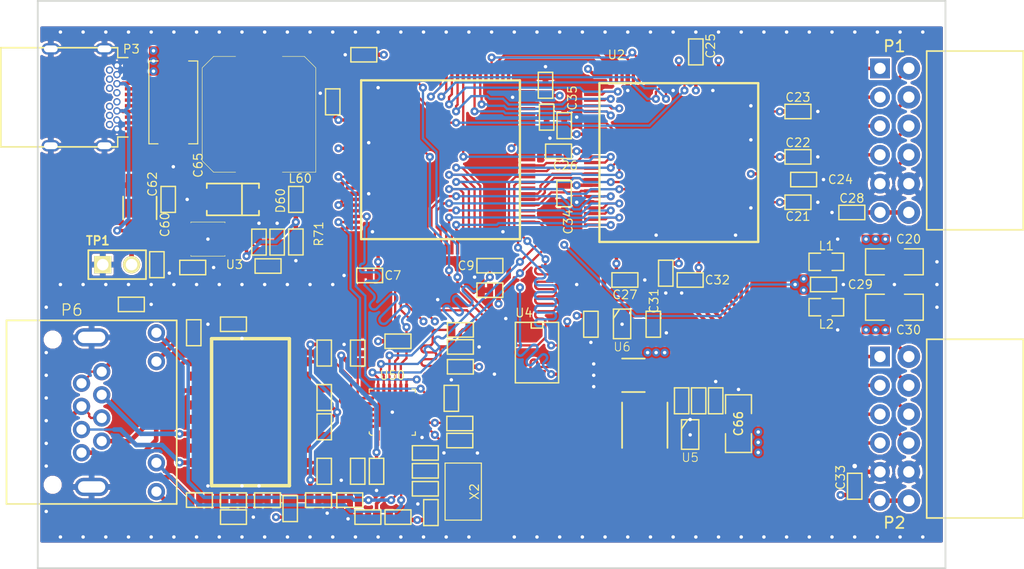
<source format=kicad_pcb>
(kicad_pcb (version 20171130) (host pcbnew 5.0.2)
  (title_block (title "Cartes V3") (date 2018-07-03) (rev 0.1) (company Adial) (comment 1 "Designed by Agilack"))
  (layers (0 F.Cu signal) (1 In1.Cu signal) (2 In2.Cu signal) (31 B.Cu signal) (34 B.Paste user) (35 F.Paste user) (36 B.SilkS user) (37 F.SilkS user) (38 B.Mask user) (39 F.Mask user) (44 Edge.Cuts user))
  (net 0 "")
  (net 1 +PMOD1)
  (net 2 GND)
  (net 3 P1_IO4)
  (net 4 P1_IO3)
  (net 5 P1_IO2)
  (net 6 P1_IO1)
  (net 7 P1_IO8)
  (net 8 P1_IO7)
  (net 9 P1_IO6)
  (net 10 P1_IO5)
  (net 11 P2_IO5)
  (net 12 P2_IO6)
  (net 13 P2_IO7)
  (net 14 P2_IO8)
  (net 15 +PMOD2)
  (net 16 P2_IO1)
  (net 17 P2_IO2)
  (net 18 P2_IO3)
  (net 19 P2_IO4)
  (net 20 "Net-(U2-Pad78)")
  (net 21 "Net-(U2-Pad79)")
  (net 22 "Net-(U2-Pad80)")
  (net 23 "Net-(U2-Pad81)")
  (net 24 "Net-(U2-Pad82)")
  (net 25 "Net-(U2-Pad83)")
  (net 26 "Net-(U2-Pad85)")
  (net 27 "Net-(U2-Pad86)")
  (net 28 "Net-(U2-Pad87)")
  (net 29 "Net-(U2-Pad89)")
  (net 30 "Net-(U2-Pad90)")
  (net 31 "Net-(U2-Pad1)")
  (net 32 "Net-(U2-Pad2)")
  (net 33 "Net-(U2-Pad3)")
  (net 34 "Net-(U2-Pad4)")
  (net 35 "Net-(U2-Pad7)")
  (net 36 "Net-(U2-Pad8)")
  (net 37 "Net-(U2-Pad9)")
  (net 38 "Net-(U2-Pad13)")
  (net 39 "Net-(U2-Pad15)")
  (net 40 "Net-(U2-Pad21)")
  (net 41 "Net-(U2-Pad26)")
  (net 42 "Net-(U2-Pad27)")
  (net 43 "Net-(U2-Pad28)")
  (net 44 "Net-(U2-Pad29)")
  (net 45 "Net-(U2-Pad30)")
  (net 46 "Net-(U2-Pad33)")
  (net 47 "Net-(U2-Pad34)")
  (net 48 "Net-(U2-Pad36)")
  (net 49 "Net-(U2-Pad42)")
  (net 50 "Net-(U2-Pad76)")
  (net 51 +3.3V)
  (net 52 +1.2V)
  (net 53 "Net-(U1-Pad7)")
  (net 54 "Net-(U1-Pad8)")
  (net 55 "Net-(U1-Pad9)")
  (net 56 "Net-(U1-Pad15)")
  (net 57 "Net-(U1-Pad17)")
  (net 58 "Net-(U1-Pad18)")
  (net 59 "Net-(U1-Pad22)")
  (net 60 "Net-(U1-Pad25)")
  (net 61 "Net-(U1-Pad28)")
  (net 62 "Net-(U1-Pad29)")
  (net 63 "Net-(U1-Pad34)")
  (net 64 "Net-(U1-Pad35)")
  (net 65 "Net-(U1-Pad46)")
  (net 66 "Net-(U1-Pad53)")
  (net 67 "Net-(U1-Pad54)")
  (net 68 "Net-(U1-Pad58)")
  (net 69 FMC_AD0)
  (net 70 FMC_AD1)
  (net 71 "Net-(U1-Pad63)")
  (net 72 "Net-(U1-Pad64)")
  (net 73 "Net-(U1-Pad65)")
  (net 74 "Net-(U1-Pad68)")
  (net 75 "Net-(U1-Pad69)")
  (net 76 "Net-(U1-Pad70)")
  (net 77 "Net-(U1-Pad71)")
  (net 78 "Net-(U1-Pad72)")
  (net 79 "Net-(U1-Pad76)")
  (net 80 "Net-(U1-Pad90)")
  (net 81 "Net-(U1-Pad91)")
  (net 82 "Net-(U1-Pad95)")
  (net 83 "Net-(U1-Pad96)")
  (net 84 "Net-(U1-Pad2)")
  (net 85 "Net-(U1-Pad3)")
  (net 86 "Net-(U1-Pad4)")
  (net 87 "Net-(U1-Pad5)")
  (net 88 FMC_AD4)
  (net 89 FMC_AD5)
  (net 90 FMC_AD6)
  (net 91 FMC_AD8)
  (net 92 FMC_AD9)
  (net 93 FMC_AD10)
  (net 94 FMC_AD11)
  (net 95 FMC_AD12)
  (net 96 FMC_AD13)
  (net 97 FMC_AD14)
  (net 98 FMC_AD15)
  (net 99 FMC_AD2)
  (net 100 FMC_AD3)
  (net 101 FMC_CLK)
  (net 102 FMC_NOE)
  (net 103 FMC_NWE)
  (net 104 FMC_WAIT)
  (net 105 FMC_NE1)
  (net 106 FMC_NADV)
  (net 107 "Net-(U1-Pad97)")
  (net 108 "Net-(U1-Pad98)")
  (net 109 FMC_AD7)
  (net 110 PLD_SCK)
  (net 111 PLD_MISO)
  (net 112 PLD_MOSI)
  (net 113 PLD_NSS)
  (net 114 PLD_RST)
  (net 115 PLD_DONE)
  (net 116 "Net-(U1-Pad12)")
  (net 117 "Net-(U1-Pad13)")
  (net 118 "Net-(U1-Pad14)")
  (net 119 PLD_CAUX)
  (net 120 "Net-(U1-Pad94)")
  (net 121 "Net-(C9-Pad1)")
  (net 122 "Net-(C10-Pad1)")
  (net 123 ETH_MDC)
  (net 124 ETH_REF_CLK)
  (net 125 ETH_MDIO)
  (net 126 ETH_CRS_DV)
  (net 127 ETH_RXD0)
  (net 128 ETH_RXD1)
  (net 129 ETH_RXER)
  (net 130 ETH_TXEN)
  (net 131 ETH_TXD0)
  (net 132 ETH_TXD1)
  (net 133 ETH_RST)
  (net 134 "Net-(X2-Pad1)")
  (net 135 NET_LED2)
  (net 136 NET_LED1)
  (net 137 "Net-(C51-Pad1)")
  (net 138 "Net-(C53-Pad1)")
  (net 139 "Net-(C55-Pad1)")
  (net 140 "Net-(P6-Pad1)")
  (net 141 "Net-(P6-Pad2)")
  (net 142 "Net-(P6-Pad3)")
  (net 143 "Net-(P6-Pad4)")
  (net 144 "Net-(P6-Pad6)")
  (net 145 "Net-(P6-Pad7)")
  (net 146 "Net-(P6-Pad9)")
  (net 147 "Net-(P6-Pad11)")
  (net 148 "Net-(R50-Pad1)")
  (net 149 "Net-(R51-Pad2)")
  (net 150 "Net-(R52-Pad2)")
  (net 151 "Net-(R53-Pad2)")
  (net 152 "Net-(R54-Pad2)")
  (net 153 "Net-(R55-Pad1)")
  (net 154 "Net-(R56-Pad1)")
  (net 155 "Net-(R59-Pad2)")
  (net 156 "Net-(R59-Pad1)")
  (net 157 "Net-(U50-Pad4)")
  (net 158 "Net-(P3-PadA11)")
  (net 159 "Net-(P3-PadA10)")
  (net 160 +VBUS)
  (net 161 "Net-(P3-PadA8)")
  (net 162 "Net-(P3-PadA7)")
  (net 163 "Net-(P3-PadA6)")
  (net 164 "Net-(P3-PadA5)")
  (net 165 "Net-(P3-PadA3)")
  (net 166 "Net-(P3-PadA2)")
  (net 167 "Net-(P3-PadB11)")
  (net 168 "Net-(P3-PadB10)")
  (net 169 "Net-(P3-PadB8)")
  (net 170 "Net-(P3-PadB7)")
  (net 171 "Net-(P3-PadB6)")
  (net 172 "Net-(P3-PadB5)")
  (net 173 "Net-(P3-PadB3)")
  (net 174 "Net-(P3-PadB2)")
  (net 175 "/Power Supply/3V3_SW")
  (net 176 "Net-(C61-Pad1)")
  (net 177 "Net-(C62-Pad1)")
  (net 178 "Net-(C63-Pad1)")
  (net 179 "Net-(C64-Pad1)")
  (net 180 "Net-(R68-Pad1)")
  (net 181 "Net-(R70-Pad2)")
  (net 182 "Net-(U3-Pad3)")
  (net 183 "Net-(U3-Pad6)")
  (net 184 "Net-(L61-Pad1)")
  (net 185 "Net-(R72-Pad2)")
  (net 186 1V2_EN)
  (net 187 +2.5V)
  (net 188 "Net-(U6-Pad4)")
  (net 189 MEM_IO2)
  (net 190 MEM_CLK)
  (net 191 MEM_IO1)
  (net 192 MEM_IO3)
  (net 193 MEM_IO0)
  (net 194 MEM_CS)
  (module cowmod-mini:CONN_632723300011 (layer F.Cu) (at 114.83 88.5 270)
    (fp_text reference P3 (at -4.25 -1.92) (layer F.SilkS) (effects (font (size 0.762 0.762) (thickness 0.1))))
    (fp_text value CONN_USB-C)
    (pad B1 thru_hole circle (at 2.8 -0.65 270) (size 0.65 0.65) (drill 0.4) (layers *.Cu *.Mask) (net 2 GND))
    (pad B2 thru_hole circle (at 2.4 0 270) (size 0.65 0.65) (drill 0.4) (layers *.Cu *.Mask) (net 174 "Net-(P3-PadB2)"))
    (pad SHLD thru_hole circle (at 2 -0.65 270) (size 0.65 0.65) (drill 0.4) (layers *.Cu *.Mask) (net 2 GND))
    (pad B3 thru_hole circle (at 1.6 0 270) (size 0.65 0.65) (drill 0.4) (layers *.Cu *.Mask) (net 173 "Net-(P3-PadB3)"))
    (pad B4 thru_hole circle (at 1.2 -0.65 270) (size 0.65 0.65) (drill 0.4) (layers *.Cu *.Mask) (net 160 +VBUS))
    (pad B5 thru_hole circle (at 0.8 0 270) (size 0.65 0.65) (drill 0.4) (layers *.Cu *.Mask) (net 172 "Net-(P3-PadB5)"))
    (pad B6 thru_hole circle (at 0.4 -0.65 270) (size 0.65 0.65) (drill 0.4) (layers *.Cu *.Mask) (net 171 "Net-(P3-PadB6)"))
    (pad B7 thru_hole circle (at -0.4 -0.65 270) (size 0.65 0.65) (drill 0.4) (layers *.Cu *.Mask) (net 170 "Net-(P3-PadB7)"))
    (pad B8 thru_hole circle (at -0.8 0 270) (size 0.65 0.65) (drill 0.4) (layers *.Cu *.Mask) (net 169 "Net-(P3-PadB8)"))
    (pad B9 thru_hole circle (at -1.2 -0.65 270) (size 0.65 0.65) (drill 0.4) (layers *.Cu *.Mask) (net 160 +VBUS))
    (pad B10 thru_hole circle (at -1.6 0 270) (size 0.65 0.65) (drill 0.4) (layers *.Cu *.Mask) (net 168 "Net-(P3-PadB10)"))
    (pad SHLD thru_hole circle (at -2 -0.65 270) (size 0.65 0.65) (drill 0.4) (layers *.Cu *.Mask) (net 2 GND))
    (pad B11 thru_hole circle (at -2.4 0 270) (size 0.65 0.65) (drill 0.4) (layers *.Cu *.Mask) (net 167 "Net-(P3-PadB11)"))
    (pad B12 thru_hole circle (at -2.8 -0.65 270) (size 0.65 0.65) (drill 0.4) (layers *.Cu *.Mask) (net 2 GND))
    (pad SHLD thru_hole oval (at -4.27 5.18 270) (size 1 1.6) (drill oval 0.6 1.2) (layers *.Cu *.Mask) (net 2 GND))
    (pad SHLD thru_hole oval (at 4.27 5.18 270) (size 1 1.6) (drill oval 0.6 1.2) (layers *.Cu *.Mask) (net 2 GND))
    (pad A1 smd rect (at -2.75 -1.95 270) (size 0.3 1.2) (layers F.Cu F.Paste F.Mask) (net 2 GND))
    (pad A2 smd rect (at -2.25 -1.95 270) (size 0.3 1.2) (layers F.Cu F.Paste F.Mask) (net 166 "Net-(P3-PadA2)"))
    (pad A3 smd rect (at -1.75 -1.95 270) (size 0.3 1.2) (layers F.Cu F.Paste F.Mask) (net 165 "Net-(P3-PadA3)"))
    (pad A4 smd rect (at -1.25 -1.95 270) (size 0.3 1.2) (layers F.Cu F.Paste F.Mask) (net 160 +VBUS))
    (pad A5 smd rect (at -0.75 -1.95 270) (size 0.3 1.2) (layers F.Cu F.Paste F.Mask) (net 164 "Net-(P3-PadA5)"))
    (pad A6 smd rect (at -0.25 -1.95 270) (size 0.3 1.2) (layers F.Cu F.Paste F.Mask) (net 163 "Net-(P3-PadA6)"))
    (pad A7 smd rect (at 0.25 -1.95 270) (size 0.3 1.2) (layers F.Cu F.Paste F.Mask) (net 162 "Net-(P3-PadA7)"))
    (pad A8 smd rect (at 0.75 -1.95 270) (size 0.3 1.2) (layers F.Cu F.Paste F.Mask) (net 161 "Net-(P3-PadA8)"))
    (pad A9 smd rect (at 1.25 -1.95 270) (size 0.3 1.2) (layers F.Cu F.Paste F.Mask) (net 160 +VBUS))
    (pad A10 smd rect (at 1.75 -1.95 270) (size 0.3 1.2) (layers F.Cu F.Paste F.Mask) (net 159 "Net-(P3-PadA10)"))
    (pad A11 smd rect (at 2.25 -1.95 270) (size 0.3 1.2) (layers F.Cu F.Paste F.Mask) (net 158 "Net-(P3-PadA11)"))
    (pad A12 smd rect (at 2.75 -1.95 270) (size 0.3 1.2) (layers F.Cu F.Paste F.Mask) (net 2 GND))
    (pad SHLD thru_hole oval (at -4.27 0.45 270) (size 1 1.6) (drill oval 0.6 1.2) (layers *.Cu *.Mask) (net 2 GND))
    (pad SHLD thru_hole oval (at 4.27 0.45 270) (size 1 1.6) (drill oval 0.6 1.2) (layers *.Cu *.Mask) (net 2 GND))
  )
  (module cowmod-mini:PMOD_SSW106-RA (layer F.Cu) (at 184 92.3 270)
    (fp_text reference P1 (at -8.3 0) (layer F.SilkS))
    (fp_text value PMOD hide)
    (pad 6 thru_hole circle (at 6.35 1.27 270) (size 1.75 1.75) (drill 1) (layers *.Cu *.Mask) (net 1 +PMOD1))
    (pad 5 thru_hole circle (at 3.81 1.27 270) (size 1.75 1.75) (drill 1) (layers *.Cu *.Mask) (net 2 GND))
    (pad 4 thru_hole circle (at 1.27 1.27 270) (size 1.75 1.75) (drill 1) (layers *.Cu *.Mask) (net 3 P1_IO4))
    (pad 3 thru_hole circle (at -1.27 1.27 270) (size 1.75 1.75) (drill 1) (layers *.Cu *.Mask) (net 4 P1_IO3))
    (pad 2 thru_hole circle (at -3.81 1.27 270) (size 1.75 1.75) (drill 1) (layers *.Cu *.Mask) (net 5 P1_IO2))
    (pad 1 thru_hole rect (at -6.35 1.27 270) (size 1.75 1.75) (drill 1) (layers *.Cu *.Mask) (net 6 P1_IO1))
    (pad 12 thru_hole circle (at 6.35 -1.27 270) (size 2 2) (drill 1) (layers *.Cu *.Mask) (net 1 +PMOD1))
    (pad 11 thru_hole circle (at 3.81 -1.27 270) (size 2 2) (drill 1) (layers *.Cu *.Mask) (net 2 GND))
    (pad 10 thru_hole circle (at 1.27 -1.27 270) (size 2 2) (drill 1) (layers *.Cu *.Mask) (net 7 P1_IO8))
    (pad 9 thru_hole circle (at -1.27 -1.27 270) (size 2 2) (drill 1) (layers *.Cu *.Mask) (net 8 P1_IO7))
    (pad 8 thru_hole circle (at -3.81 -1.27 270) (size 2 2) (drill 1) (layers *.Cu *.Mask) (net 9 P1_IO6))
    (pad 7 thru_hole circle (at -6.35 -1.27 270) (size 2 2) (drill 1) (layers *.Cu *.Mask) (net 10 P1_IO5))
  )
  (module cowmod-mini:PMOD_SSW106-RA (layer F.Cu) (at 184 117.7 270)
    (fp_text reference P2 (at 8.3 0) (layer F.SilkS))
    (fp_text value PMOD hide)
    (pad 7 thru_hole circle (at -6.35 -1.27 270) (size 2 2) (drill 1) (layers *.Cu *.Mask) (net 11 P2_IO5))
    (pad 8 thru_hole circle (at -3.81 -1.27 270) (size 2 2) (drill 1) (layers *.Cu *.Mask) (net 12 P2_IO6))
    (pad 9 thru_hole circle (at -1.27 -1.27 270) (size 2 2) (drill 1) (layers *.Cu *.Mask) (net 13 P2_IO7))
    (pad 10 thru_hole circle (at 1.27 -1.27 270) (size 2 2) (drill 1) (layers *.Cu *.Mask) (net 14 P2_IO8))
    (pad 11 thru_hole circle (at 3.81 -1.27 270) (size 2 2) (drill 1) (layers *.Cu *.Mask) (net 2 GND))
    (pad 12 thru_hole circle (at 6.35 -1.27 270) (size 2 2) (drill 1) (layers *.Cu *.Mask) (net 15 +PMOD2))
    (pad 1 thru_hole rect (at -6.35 1.27 270) (size 1.75 1.75) (drill 1) (layers *.Cu *.Mask) (net 16 P2_IO1))
    (pad 2 thru_hole circle (at -3.81 1.27 270) (size 1.75 1.75) (drill 1) (layers *.Cu *.Mask) (net 17 P2_IO2))
    (pad 3 thru_hole circle (at -1.27 1.27 270) (size 1.75 1.75) (drill 1) (layers *.Cu *.Mask) (net 18 P2_IO3))
    (pad 4 thru_hole circle (at 1.27 1.27 270) (size 1.75 1.75) (drill 1) (layers *.Cu *.Mask) (net 19 P2_IO4))
    (pad 5 thru_hole circle (at 3.81 1.27 270) (size 1.75 1.75) (drill 1) (layers *.Cu *.Mask) (net 2 GND))
    (pad 6 thru_hole circle (at 6.35 1.27 270) (size 1.75 1.75) (drill 1) (layers *.Cu *.Mask) (net 15 +PMOD2))
  )
  (module cowmod-mini:TQFP100 (layer F.Cu) (at 165 94.25 180)
    (fp_text reference U2 (at 5.5 9.5 180) (layer F.SilkS) (effects (font (size 0.762 0.762) (thickness 0.1016))))
    (fp_text value ICE40HX1K-VQ100 hide)
    (pad 1 smd rect (at -7.67588 -5.99948 270) (size 0.28956 1.34874) (layers F.Cu F.Paste F.Mask) (net 31 "Net-(U2-Pad1)"))
    (pad 2 smd rect (at -7.67588 -5.4991 270) (size 0.28956 1.34874) (layers F.Cu F.Paste F.Mask) (net 32 "Net-(U2-Pad2)"))
    (pad 3 smd rect (at -7.67588 -5.00126 270) (size 0.28956 1.34874) (layers F.Cu F.Paste F.Mask) (net 33 "Net-(U2-Pad3)"))
    (pad 4 smd rect (at -7.67588 -4.50088 270) (size 0.28956 1.34874) (layers F.Cu F.Paste F.Mask) (net 34 "Net-(U2-Pad4)"))
    (pad 5 smd rect (at -7.67588 -4.0005 270) (size 0.28956 1.34874) (layers F.Cu F.Paste F.Mask) (net 2 GND))
    (pad 6 smd rect (at -7.67588 -3.50012 270) (size 0.28956 1.34874) (layers F.Cu F.Paste F.Mask) (net 1 +PMOD1))
    (pad 7 smd rect (at -7.67588 -2.99974 270) (size 0.28956 1.34874) (layers F.Cu F.Paste F.Mask) (net 35 "Net-(U2-Pad7)"))
    (pad 8 smd rect (at -7.67588 -2.49936 270) (size 0.28956 1.34874) (layers F.Cu F.Paste F.Mask) (net 36 "Net-(U2-Pad8)"))
    (pad 9 smd rect (at -7.67588 -1.99898 270) (size 0.28956 1.34874) (layers F.Cu F.Paste F.Mask) (net 37 "Net-(U2-Pad9)"))
    (pad 10 smd rect (at -7.67588 -1.50114 270) (size 0.28956 1.34874) (layers F.Cu F.Paste F.Mask) (net 7 P1_IO8))
    (pad 11 smd rect (at -7.67588 -1.00076 270) (size 0.28956 1.34874) (layers F.Cu F.Paste F.Mask) (net 52 +1.2V))
    (pad 12 smd rect (at -7.67588 -0.50038 270) (size 0.28956 1.34874) (layers F.Cu F.Paste F.Mask) (net 3 P1_IO4))
    (pad 13 smd rect (at -7.67588 0 270) (size 0.28956 1.34874) (layers F.Cu F.Paste F.Mask) (net 38 "Net-(U2-Pad13)"))
    (pad 14 smd rect (at -7.67588 0.50038 270) (size 0.28956 1.34874) (layers F.Cu F.Paste F.Mask) (net 1 +PMOD1))
    (pad 15 smd rect (at -7.67588 1.00076 270) (size 0.28956 1.34874) (layers F.Cu F.Paste F.Mask) (net 39 "Net-(U2-Pad15)"))
    (pad 16 smd rect (at -7.67588 1.50114 270) (size 0.28956 1.34874) (layers F.Cu F.Paste F.Mask) (net 8 P1_IO7))
    (pad 17 smd rect (at -7.67588 1.99898 270) (size 0.28956 1.34874) (layers F.Cu F.Paste F.Mask) (net 2 GND))
    (pad 18 smd rect (at -7.67588 2.49936 270) (size 0.28956 1.34874) (layers F.Cu F.Paste F.Mask) (net 4 P1_IO3))
    (pad 19 smd rect (at -7.67588 2.99974 270) (size 0.28956 1.34874) (layers F.Cu F.Paste F.Mask) (net 9 P1_IO6))
    (pad 20 smd rect (at -7.67588 3.50012 270) (size 0.28956 1.34874) (layers F.Cu F.Paste F.Mask) (net 5 P1_IO2))
    (pad 21 smd rect (at -7.67588 4.0005 270) (size 0.28956 1.34874) (layers F.Cu F.Paste F.Mask) (net 40 "Net-(U2-Pad21)"))
    (pad 22 smd rect (at -7.67588 4.50088 270) (size 0.28956 1.34874) (layers F.Cu F.Paste F.Mask) (net 1 +PMOD1))
    (pad 23 smd rect (at -7.67588 5.00126 270) (size 0.28956 1.34874) (layers F.Cu F.Paste F.Mask) (net 2 GND))
    (pad 24 smd rect (at -7.67588 5.4991 270) (size 0.28956 1.34874) (layers F.Cu F.Paste F.Mask) (net 10 P1_IO5))
    (pad 25 smd rect (at -7.67588 5.99948 270) (size 0.28956 1.34874) (layers F.Cu F.Paste F.Mask) (net 6 P1_IO1))
    (pad 26 smd rect (at -5.99948 7.67588 180) (size 0.28956 1.34874) (layers F.Cu F.Paste F.Mask) (net 41 "Net-(U2-Pad26)"))
    (pad 27 smd rect (at -5.4991 7.67588 180) (size 0.28956 1.34874) (layers F.Cu F.Paste F.Mask) (net 42 "Net-(U2-Pad27)"))
    (pad 28 smd rect (at -5.00126 7.67588 180) (size 0.28956 1.34874) (layers F.Cu F.Paste F.Mask) (net 43 "Net-(U2-Pad28)"))
    (pad 29 smd rect (at -4.50088 7.67588 180) (size 0.28956 1.34874) (layers F.Cu F.Paste F.Mask) (net 44 "Net-(U2-Pad29)"))
    (pad 30 smd rect (at -4.0005 7.67588 180) (size 0.28956 1.34874) (layers F.Cu F.Paste F.Mask) (net 45 "Net-(U2-Pad30)"))
    (pad 31 smd rect (at -3.50012 7.67588 180) (size 0.28956 1.34874) (layers F.Cu F.Paste F.Mask) (net 51 +3.3V))
    (pad 32 smd rect (at -2.99974 7.67588 180) (size 0.28956 1.34874) (layers F.Cu F.Paste F.Mask) (net 2 GND))
    (pad 33 smd rect (at -2.49936 7.67588 180) (size 0.28956 1.34874) (layers F.Cu F.Paste F.Mask) (net 46 "Net-(U2-Pad33)"))
    (pad 34 smd rect (at -1.99898 7.67588 180) (size 0.28956 1.34874) (layers F.Cu F.Paste F.Mask) (net 47 "Net-(U2-Pad34)"))
    (pad 35 smd rect (at -1.50114 7.67588 180) (size 0.28956 1.34874) (layers F.Cu F.Paste F.Mask) (net 52 +1.2V))
    (pad 36 smd rect (at -1.00076 7.67588 180) (size 0.28956 1.34874) (layers F.Cu F.Paste F.Mask) (net 48 "Net-(U2-Pad36)"))
    (pad 37 smd rect (at -0.50038 7.67588 180) (size 0.28956 1.34874) (layers F.Cu F.Paste F.Mask) (net 106 FMC_NADV))
    (pad 38 smd rect (at 0 7.67588 180) (size 0.28956 1.34874) (layers F.Cu F.Paste F.Mask) (net 51 +3.3V))
    (pad 39 smd rect (at 0.50038 7.67588 180) (size 0.28956 1.34874) (layers F.Cu F.Paste F.Mask) (net 2 GND))
    (pad 40 smd rect (at 1.00076 7.67588 180) (size 0.28956 1.34874) (layers F.Cu F.Paste F.Mask) (net 105 FMC_NE1))
    (pad 41 smd rect (at 1.50114 7.67588 180) (size 0.28956 1.34874) (layers F.Cu F.Paste F.Mask) (net 104 FMC_WAIT))
    (pad 42 smd rect (at 1.99898 7.67588 180) (size 0.28956 1.34874) (layers F.Cu F.Paste F.Mask) (net 49 "Net-(U2-Pad42)"))
    (pad 43 smd rect (at 2.49936 7.67588 180) (size 0.28956 1.34874) (layers F.Cu F.Paste F.Mask) (net 115 PLD_DONE))
    (pad 44 smd rect (at 2.99974 7.67588 180) (size 0.28956 1.34874) (layers F.Cu F.Paste F.Mask) (net 114 PLD_RST))
    (pad 45 smd rect (at 3.50012 7.67588 180) (size 0.28956 1.34874) (layers F.Cu F.Paste F.Mask) (net 111 PLD_MISO))
    (pad 46 smd rect (at 4.0005 7.67588 180) (size 0.28956 1.34874) (layers F.Cu F.Paste F.Mask) (net 112 PLD_MOSI))
    (pad 47 smd rect (at 4.50088 7.67588 180) (size 0.28956 1.34874) (layers F.Cu F.Paste F.Mask) (net 2 GND))
    (pad 48 smd rect (at 5.00126 7.67588 180) (size 0.28956 1.34874) (layers F.Cu F.Paste F.Mask) (net 110 PLD_SCK))
    (pad 49 smd rect (at 5.4991 7.67588 180) (size 0.28956 1.34874) (layers F.Cu F.Paste F.Mask) (net 113 PLD_NSS))
    (pad 50 smd rect (at 5.99948 7.67588 180) (size 0.28956 1.34874) (layers F.Cu F.Paste F.Mask) (net 51 +3.3V))
    (pad 51 smd rect (at 7.67588 5.99948 90) (size 0.28956 1.34874) (layers F.Cu F.Paste F.Mask) (net 103 FMC_NWE))
    (pad 52 smd rect (at 7.67588 5.4991 90) (size 0.28956 1.34874) (layers F.Cu F.Paste F.Mask) (net 102 FMC_NOE))
    (pad 53 smd rect (at 7.67588 5.00126 90) (size 0.28956 1.34874) (layers F.Cu F.Paste F.Mask) (net 99 FMC_AD2))
    (pad 54 smd rect (at 7.67588 4.50088 90) (size 0.28956 1.34874) (layers F.Cu F.Paste F.Mask) (net 100 FMC_AD3))
    (pad 55 smd rect (at 7.67588 4.0005 90) (size 0.28956 1.34874) (layers F.Cu F.Paste F.Mask) (net 2 GND))
    (pad 56 smd rect (at 7.67588 3.50012 90) (size 0.28956 1.34874) (layers F.Cu F.Paste F.Mask) (net 92 FMC_AD9))
    (pad 57 smd rect (at 7.67588 2.99974 90) (size 0.28956 1.34874) (layers F.Cu F.Paste F.Mask) (net 93 FMC_AD10))
    (pad 58 smd rect (at 7.67588 2.49936 90) (size 0.28956 1.34874) (layers F.Cu F.Paste F.Mask) (net 51 +3.3V))
    (pad 59 smd rect (at 7.67588 1.99898 90) (size 0.28956 1.34874) (layers F.Cu F.Paste F.Mask) (net 94 FMC_AD11))
    (pad 60 smd rect (at 7.67588 1.50114 90) (size 0.28956 1.34874) (layers F.Cu F.Paste F.Mask) (net 95 FMC_AD12))
    (pad 61 smd rect (at 7.67588 1.00076 90) (size 0.28956 1.34874) (layers F.Cu F.Paste F.Mask) (net 52 +1.2V))
    (pad 62 smd rect (at 7.67588 0.50038 90) (size 0.28956 1.34874) (layers F.Cu F.Paste F.Mask) (net 70 FMC_AD1))
    (pad 63 smd rect (at 7.67588 0 90) (size 0.28956 1.34874) (layers F.Cu F.Paste F.Mask) (net 101 FMC_CLK))
    (pad 64 smd rect (at 7.67588 -0.50038 90) (size 0.28956 1.34874) (layers F.Cu F.Paste F.Mask) (net 69 FMC_AD0))
    (pad 65 smd rect (at 7.67588 -1.00076 90) (size 0.28956 1.34874) (layers F.Cu F.Paste F.Mask) (net 98 FMC_AD15))
    (pad 66 smd rect (at 7.67588 -1.50114 90) (size 0.28956 1.34874) (layers F.Cu F.Paste F.Mask) (net 97 FMC_AD14))
    (pad 67 smd rect (at 7.67588 -1.99898 90) (size 0.28956 1.34874) (layers F.Cu F.Paste F.Mask) (net 51 +3.3V))
    (pad 68 smd rect (at 7.67588 -2.49936 90) (size 0.28956 1.34874) (layers F.Cu F.Paste F.Mask) (net 96 FMC_AD13))
    (pad 69 smd rect (at 7.67588 -2.99974 90) (size 0.28956 1.34874) (layers F.Cu F.Paste F.Mask) (net 88 FMC_AD4))
    (pad 70 smd rect (at 7.67588 -3.50012 90) (size 0.28956 1.34874) (layers F.Cu F.Paste F.Mask) (net 2 GND))
    (pad 71 smd rect (at 7.67588 -4.0005 90) (size 0.28956 1.34874) (layers F.Cu F.Paste F.Mask) (net 89 FMC_AD5))
    (pad 72 smd rect (at 7.67588 -4.50088 90) (size 0.28956 1.34874) (layers F.Cu F.Paste F.Mask) (net 90 FMC_AD6))
    (pad 73 smd rect (at 7.67588 -5.00126 90) (size 0.28956 1.34874) (layers F.Cu F.Paste F.Mask) (net 109 FMC_AD7))
    (pad 74 smd rect (at 7.67588 -5.4991 90) (size 0.28956 1.34874) (layers F.Cu F.Paste F.Mask) (net 91 FMC_AD8))
    (pad 75 smd rect (at 7.67588 -5.99948 90) (size 0.28956 1.34874) (layers F.Cu F.Paste F.Mask) (net 187 +2.5V))
    (pad 76 smd rect (at 5.99948 -7.67588) (size 0.28956 1.34874) (layers F.Cu F.Paste F.Mask) (net 50 "Net-(U2-Pad76)"))
    (pad 77 smd rect (at 5.4991 -7.67588) (size 0.28956 1.34874) (layers F.Cu F.Paste F.Mask) (net 52 +1.2V))
    (pad 78 smd rect (at 5.00126 -7.67588) (size 0.28956 1.34874) (layers F.Cu F.Paste F.Mask) (net 20 "Net-(U2-Pad78)"))
    (pad 79 smd rect (at 4.50088 -7.67588) (size 0.28956 1.34874) (layers F.Cu F.Paste F.Mask) (net 21 "Net-(U2-Pad79)"))
    (pad 80 smd rect (at 4.0005 -7.67588) (size 0.28956 1.34874) (layers F.Cu F.Paste F.Mask) (net 22 "Net-(U2-Pad80)"))
    (pad 81 smd rect (at 3.50012 -7.67588) (size 0.28956 1.34874) (layers F.Cu F.Paste F.Mask) (net 23 "Net-(U2-Pad81)"))
    (pad 82 smd rect (at 2.99974 -7.67588) (size 0.28956 1.34874) (layers F.Cu F.Paste F.Mask) (net 24 "Net-(U2-Pad82)"))
    (pad 83 smd rect (at 2.49936 -7.67588) (size 0.28956 1.34874) (layers F.Cu F.Paste F.Mask) (net 25 "Net-(U2-Pad83)"))
    (pad 84 smd rect (at 1.99898 -7.67588) (size 0.28956 1.34874) (layers F.Cu F.Paste F.Mask) (net 2 GND))
    (pad 85 smd rect (at 1.50114 -7.67588) (size 0.28956 1.34874) (layers F.Cu F.Paste F.Mask) (net 26 "Net-(U2-Pad85)"))
    (pad 86 smd rect (at 1.00076 -7.67588) (size 0.28956 1.34874) (layers F.Cu F.Paste F.Mask) (net 27 "Net-(U2-Pad86)"))
    (pad 87 smd rect (at 0.50038 -7.67588) (size 0.28956 1.34874) (layers F.Cu F.Paste F.Mask) (net 28 "Net-(U2-Pad87)"))
    (pad 88 smd rect (at 0 -7.67588) (size 0.28956 1.34874) (layers F.Cu F.Paste F.Mask) (net 15 +PMOD2))
    (pad 89 smd rect (at -0.50038 -7.67588) (size 0.28956 1.34874) (layers F.Cu F.Paste F.Mask) (net 29 "Net-(U2-Pad89)"))
    (pad 90 smd rect (at -1.00076 -7.67588) (size 0.28956 1.34874) (layers F.Cu F.Paste F.Mask) (net 30 "Net-(U2-Pad90)"))
    (pad 91 smd rect (at -1.50114 -7.67588) (size 0.28956 1.34874) (layers F.Cu F.Paste F.Mask) (net 19 P2_IO4))
    (pad 92 smd rect (at -1.99898 -7.67588) (size 0.28956 1.34874) (layers F.Cu F.Paste F.Mask) (net 15 +PMOD2))
    (pad 93 smd rect (at -2.49936 -7.67588) (size 0.28956 1.34874) (layers F.Cu F.Paste F.Mask) (net 14 P2_IO8))
    (pad 94 smd rect (at -2.99974 -7.67588) (size 0.28956 1.34874) (layers F.Cu F.Paste F.Mask) (net 18 P2_IO3))
    (pad 95 smd rect (at -3.50012 -7.67588) (size 0.28956 1.34874) (layers F.Cu F.Paste F.Mask) (net 13 P2_IO7))
    (pad 96 smd rect (at -4.0005 -7.67588) (size 0.28956 1.34874) (layers F.Cu F.Paste F.Mask) (net 17 P2_IO2))
    (pad 97 smd rect (at -4.50088 -7.67588) (size 0.28956 1.34874) (layers F.Cu F.Paste F.Mask) (net 12 P2_IO6))
    (pad 98 smd rect (at -5.00126 -7.67588) (size 0.28956 1.34874) (layers F.Cu F.Paste F.Mask) (net 2 GND))
    (pad 99 smd rect (at -5.4991 -7.67588) (size 0.28956 1.34874) (layers F.Cu F.Paste F.Mask) (net 16 P2_IO1))
    (pad 100 smd rect (at -5.99948 -7.67588) (size 0.28956 1.34874) (layers F.Cu F.Paste F.Mask) (net 11 P2_IO5))
  )
  (module cowmod-mini:SMD0603 (layer F.Cu) (at 175.5 97.75)
    (fp_text reference C21 (at 0 1.25) (layer F.SilkS) (effects (font (size 0.762 0.762) (thickness 0.1016))))
    (fp_text value 100nF hide)
    (pad 1 smd rect (at -0.762 0) (size 0.635 1.143) (layers F.Cu F.Paste F.Mask) (net 1 +PMOD1))
    (pad 2 smd rect (at 0.762 0) (size 0.635 1.143) (layers F.Cu F.Paste F.Mask) (net 2 GND))
  )
  (module cowmod-mini:SMD0603 (layer F.Cu) (at 175.5 93.75)
    (fp_text reference C22 (at 0 -1.25) (layer F.SilkS) (effects (font (size 0.762 0.762) (thickness 0.1016))))
    (fp_text value 100nF hide)
    (pad 2 smd rect (at 0.762 0) (size 0.635 1.143) (layers F.Cu F.Paste F.Mask) (net 2 GND))
    (pad 1 smd rect (at -0.762 0) (size 0.635 1.143) (layers F.Cu F.Paste F.Mask) (net 1 +PMOD1))
  )
  (module cowmod-mini:SMD0603 (layer F.Cu) (at 175.5 89.75)
    (fp_text reference C23 (at 0 -1.25) (layer F.SilkS) (effects (font (size 0.762 0.762) (thickness 0.1016))))
    (fp_text value 100nF hide)
    (pad 1 smd rect (at -0.762 0) (size 0.635 1.143) (layers F.Cu F.Paste F.Mask) (net 1 +PMOD1))
    (pad 2 smd rect (at 0.762 0) (size 0.635 1.143) (layers F.Cu F.Paste F.Mask) (net 2 GND))
  )
  (module cowmod-mini:SMD0603 (layer F.Cu) (at 176 95.75)
    (fp_text reference C24 (at 3.25 0) (layer F.SilkS) (effects (font (size 0.762 0.762) (thickness 0.1016))))
    (fp_text value 100nF hide)
    (pad 1 smd rect (at -0.762 0) (size 0.635 1.143) (layers F.Cu F.Paste F.Mask) (net 52 +1.2V))
    (pad 2 smd rect (at 0.762 0) (size 0.635 1.143) (layers F.Cu F.Paste F.Mask) (net 2 GND))
  )
  (module cowmod-mini:SMD1206 (layer F.Cu) (at 184 103)
    (fp_text reference C20 (at 1.25 -2) (layer F.SilkS) (effects (font (size 0.762 0.762) (thickness 0.1016))))
    (fp_text value 10uF hide)
    (pad 1 smd rect (at -1.651 0) (size 1.524 2.032) (layers F.Cu F.Paste F.Mask) (net 1 +PMOD1))
    (pad 2 smd rect (at 1.651 0) (size 1.524 2.032) (layers F.Cu F.Paste F.Mask) (net 2 GND))
  )
  (module cowmod-mini:SMD0805 (layer F.Cu) (at 178 103)
    (fp_text reference L1 (at 0 -1.4) (layer F.SilkS) (effects (font (size 0.762 0.762) (thickness 0.1016))))
    (fp_text value FB100 hide)
    (pad 1 smd rect (at -0.9525 0) (size 0.889 1.397) (layers F.Cu F.Paste F.Mask) (net 51 +3.3V))
    (pad 2 smd rect (at 0.9525 0) (size 0.889 1.397) (layers F.Cu F.Paste F.Mask) (net 1 +PMOD1))
  )
  (module cowmod-mini:SMD1206 (layer F.Cu) (at 184 107)
    (fp_text reference C30 (at 1.25 2) (layer F.SilkS) (effects (font (size 0.762 0.762) (thickness 0.1016))))
    (fp_text value 10uF hide)
    (pad 1 smd rect (at -1.651 0) (size 1.524 2.032) (layers F.Cu F.Paste F.Mask) (net 15 +PMOD2))
    (pad 2 smd rect (at 1.651 0) (size 1.524 2.032) (layers F.Cu F.Paste F.Mask) (net 2 GND))
  )
  (module cowmod-mini:SMD0805 (layer F.Cu) (at 178 107)
    (fp_text reference L2 (at 0 1.5) (layer F.SilkS) (effects (font (size 0.762 0.762) (thickness 0.1016))))
    (fp_text value FB100 hide)
    (pad 1 smd rect (at -0.9525 0) (size 0.889 1.397) (layers F.Cu F.Paste F.Mask) (net 51 +3.3V))
    (pad 2 smd rect (at 0.9525 0) (size 0.889 1.397) (layers F.Cu F.Paste F.Mask) (net 15 +PMOD2))
  )
  (module cowmod-mini:SMD0603 (layer F.Cu) (at 177.75 105)
    (fp_text reference C29 (at 3.25 0) (layer F.SilkS) (effects (font (size 0.762 0.762) (thickness 0.1016))))
    (fp_text value 1uF hide)
    (pad 1 smd rect (at -0.762 0) (size 0.635 1.143) (layers F.Cu F.Paste F.Mask) (net 51 +3.3V))
    (pad 2 smd rect (at 0.762 0) (size 0.635 1.143) (layers F.Cu F.Paste F.Mask) (net 2 GND))
  )
  (module cowmod-mini:SMD0603 (layer F.Cu) (at 163.85 104 270)
    (fp_text reference C31 (at 2.45 1.04 270) (layer F.SilkS) (effects (font (size 0.762 0.762) (thickness 0.1016))))
    (fp_text value 100nF hide)
    (pad 1 smd rect (at -0.762 0 270) (size 0.635 1.143) (layers F.Cu F.Paste F.Mask) (net 15 +PMOD2))
    (pad 2 smd rect (at 0.762 0 270) (size 0.635 1.143) (layers F.Cu F.Paste F.Mask) (net 2 GND))
  )
  (module cowmod-mini:SMD0603 (layer F.Cu) (at 166 104.6 180)
    (fp_text reference C32 (at -2.4 0 180) (layer F.SilkS) (effects (font (size 0.762 0.762) (thickness 0.1016))))
    (fp_text value 100nF hide)
    (pad 2 smd rect (at 0.762 0 180) (size 0.635 1.143) (layers F.Cu F.Paste F.Mask) (net 2 GND))
    (pad 1 smd rect (at -0.762 0 180) (size 0.635 1.143) (layers F.Cu F.Paste F.Mask) (net 15 +PMOD2))
  )
  (module cowmod-mini:SMD0603 (layer F.Cu) (at 166.5 84.5 90)
    (fp_text reference C25 (at 0.53 1.3 90) (layer F.SilkS) (effects (font (size 0.762 0.762) (thickness 0.1016))))
    (fp_text value 100nF hide)
    (pad 1 smd rect (at -0.762 0 90) (size 0.635 1.143) (layers F.Cu F.Paste F.Mask) (net 52 +1.2V))
    (pad 2 smd rect (at 0.762 0 90) (size 0.635 1.143) (layers F.Cu F.Paste F.Mask) (net 2 GND))
  )
  (module cowmod-mini:SMD0603 (layer F.Cu) (at 160.25 104.6)
    (fp_text reference C27 (at 0 1.3) (layer F.SilkS) (effects (font (size 0.762 0.762) (thickness 0.1016))))
    (fp_text value 100nF hide)
    (pad 1 smd rect (at -0.762 0) (size 0.635 1.143) (layers F.Cu F.Paste F.Mask) (net 52 +1.2V))
    (pad 2 smd rect (at 0.762 0) (size 0.635 1.143) (layers F.Cu F.Paste F.Mask) (net 2 GND))
  )
  (module cowmod-mini:SMD0603 (layer F.Cu) (at 154.4 93.26 180)
    (fp_text reference C26 (at -0.6 -1.27 180) (layer F.SilkS) (effects (font (size 0.762 0.762) (thickness 0.1016))))
    (fp_text value 100nF hide)
    (pad 1 smd rect (at -0.762 0 180) (size 0.635 1.143) (layers F.Cu F.Paste F.Mask) (net 52 +1.2V))
    (pad 2 smd rect (at 0.762 0 180) (size 0.635 1.143) (layers F.Cu F.Paste F.Mask) (net 2 GND))
  )
  (module cowmod-mini:SMD0603 (layer F.Cu) (at 180.25 98.65 180)
    (fp_text reference C28 (at 0 1.25 180) (layer F.SilkS) (effects (font (size 0.762 0.762) (thickness 0.1016))))
    (fp_text value 1uF hide)
    (pad 1 smd rect (at -0.762 0 180) (size 0.635 1.143) (layers F.Cu F.Paste F.Mask) (net 1 +PMOD1))
    (pad 2 smd rect (at 0.762 0 180) (size 0.635 1.143) (layers F.Cu F.Paste F.Mask) (net 2 GND))
  )
  (module cowmod-mini:SMD0603 (layer F.Cu) (at 180.5 122.78 90)
    (fp_text reference C33 (at 0.78 -1.25 90) (layer F.SilkS) (effects (font (size 0.762 0.762) (thickness 0.1016))))
    (fp_text value 1uF hide)
    (pad 2 smd rect (at 0.762 0 90) (size 0.635 1.143) (layers F.Cu F.Paste F.Mask) (net 2 GND))
    (pad 1 smd rect (at -0.762 0 90) (size 0.635 1.143) (layers F.Cu F.Paste F.Mask) (net 15 +PMOD2))
  )
  (module cowmod-mini:TQFP100 (layer F.Cu) (at 144 94)
    (fp_text reference U1 hide)
    (fp_text value STM32F750V8 hide)
    (pad 1 smd rect (at -7.67588 -5.99948 90) (size 0.28956 1.34874) (layers F.Cu F.Paste F.Mask) (net 189 MEM_IO2))
    (pad 2 smd rect (at -7.67588 -5.4991 90) (size 0.28956 1.34874) (layers F.Cu F.Paste F.Mask) (net 84 "Net-(U1-Pad2)"))
    (pad 3 smd rect (at -7.67588 -5.00126 90) (size 0.28956 1.34874) (layers F.Cu F.Paste F.Mask) (net 85 "Net-(U1-Pad3)"))
    (pad 4 smd rect (at -7.67588 -4.50088 90) (size 0.28956 1.34874) (layers F.Cu F.Paste F.Mask) (net 86 "Net-(U1-Pad4)"))
    (pad 5 smd rect (at -7.67588 -4.0005 90) (size 0.28956 1.34874) (layers F.Cu F.Paste F.Mask) (net 87 "Net-(U1-Pad5)"))
    (pad 6 smd rect (at -7.67588 -3.50012 90) (size 0.28956 1.34874) (layers F.Cu F.Paste F.Mask) (net 51 +3.3V))
    (pad 7 smd rect (at -7.67588 -2.99974 90) (size 0.28956 1.34874) (layers F.Cu F.Paste F.Mask) (net 53 "Net-(U1-Pad7)"))
    (pad 8 smd rect (at -7.67588 -2.49936 90) (size 0.28956 1.34874) (layers F.Cu F.Paste F.Mask) (net 54 "Net-(U1-Pad8)"))
    (pad 9 smd rect (at -7.67588 -1.99898 90) (size 0.28956 1.34874) (layers F.Cu F.Paste F.Mask) (net 55 "Net-(U1-Pad9)"))
    (pad 10 smd rect (at -7.67588 -1.50114 90) (size 0.28956 1.34874) (layers F.Cu F.Paste F.Mask) (net 2 GND))
    (pad 11 smd rect (at -7.67588 -1.00076 90) (size 0.28956 1.34874) (layers F.Cu F.Paste F.Mask) (net 51 +3.3V))
    (pad 12 smd rect (at -7.67588 -0.50038 90) (size 0.28956 1.34874) (layers F.Cu F.Paste F.Mask) (net 116 "Net-(U1-Pad12)"))
    (pad 13 smd rect (at -7.67588 0 90) (size 0.28956 1.34874) (layers F.Cu F.Paste F.Mask) (net 117 "Net-(U1-Pad13)"))
    (pad 14 smd rect (at -7.67588 0.50038 90) (size 0.28956 1.34874) (layers F.Cu F.Paste F.Mask) (net 118 "Net-(U1-Pad14)"))
    (pad 15 smd rect (at -7.67588 1.00076 90) (size 0.28956 1.34874) (layers F.Cu F.Paste F.Mask) (net 56 "Net-(U1-Pad15)"))
    (pad 16 smd rect (at -7.67588 1.50114 90) (size 0.28956 1.34874) (layers F.Cu F.Paste F.Mask) (net 123 ETH_MDC))
    (pad 17 smd rect (at -7.67588 1.99898 90) (size 0.28956 1.34874) (layers F.Cu F.Paste F.Mask) (net 57 "Net-(U1-Pad17)"))
    (pad 18 smd rect (at -7.67588 2.49936 90) (size 0.28956 1.34874) (layers F.Cu F.Paste F.Mask) (net 58 "Net-(U1-Pad18)"))
    (pad 19 smd rect (at -7.67588 2.99974 90) (size 0.28956 1.34874) (layers F.Cu F.Paste F.Mask) (net 2 GND))
    (pad 20 smd rect (at -7.67588 3.50012 90) (size 0.28956 1.34874) (layers F.Cu F.Paste F.Mask) (net 51 +3.3V))
    (pad 21 smd rect (at -7.67588 4.0005 90) (size 0.28956 1.34874) (layers F.Cu F.Paste F.Mask) (net 51 +3.3V))
    (pad 22 smd rect (at -7.67588 4.50088 90) (size 0.28956 1.34874) (layers F.Cu F.Paste F.Mask) (net 59 "Net-(U1-Pad22)"))
    (pad 23 smd rect (at -7.67588 5.00126 90) (size 0.28956 1.34874) (layers F.Cu F.Paste F.Mask) (net 124 ETH_REF_CLK))
    (pad 24 smd rect (at -7.67588 5.4991 90) (size 0.28956 1.34874) (layers F.Cu F.Paste F.Mask) (net 125 ETH_MDIO))
    (pad 25 smd rect (at -7.67588 5.99948 90) (size 0.28956 1.34874) (layers F.Cu F.Paste F.Mask) (net 60 "Net-(U1-Pad25)"))
    (pad 26 smd rect (at -5.99948 7.67588) (size 0.28956 1.34874) (layers F.Cu F.Paste F.Mask) (net 2 GND))
    (pad 27 smd rect (at -5.4991 7.67588) (size 0.28956 1.34874) (layers F.Cu F.Paste F.Mask) (net 51 +3.3V))
    (pad 28 smd rect (at -5.00126 7.67588) (size 0.28956 1.34874) (layers F.Cu F.Paste F.Mask) (net 61 "Net-(U1-Pad28)"))
    (pad 29 smd rect (at -4.50088 7.67588) (size 0.28956 1.34874) (layers F.Cu F.Paste F.Mask) (net 62 "Net-(U1-Pad29)"))
    (pad 30 smd rect (at -4.0005 7.67588) (size 0.28956 1.34874) (layers F.Cu F.Paste F.Mask) (net 133 ETH_RST))
    (pad 31 smd rect (at -3.50012 7.67588) (size 0.28956 1.34874) (layers F.Cu F.Paste F.Mask) (net 126 ETH_CRS_DV))
    (pad 32 smd rect (at -2.99974 7.67588) (size 0.28956 1.34874) (layers F.Cu F.Paste F.Mask) (net 127 ETH_RXD0))
    (pad 33 smd rect (at -2.49936 7.67588) (size 0.28956 1.34874) (layers F.Cu F.Paste F.Mask) (net 128 ETH_RXD1))
    (pad 34 smd rect (at -1.99898 7.67588) (size 0.28956 1.34874) (layers F.Cu F.Paste F.Mask) (net 63 "Net-(U1-Pad34)"))
    (pad 35 smd rect (at -1.50114 7.67588) (size 0.28956 1.34874) (layers F.Cu F.Paste F.Mask) (net 64 "Net-(U1-Pad35)"))
    (pad 36 smd rect (at -1.00076 7.67588) (size 0.28956 1.34874) (layers F.Cu F.Paste F.Mask) (net 190 MEM_CLK))
    (pad 37 smd rect (at -0.50038 7.67588) (size 0.28956 1.34874) (layers F.Cu F.Paste F.Mask) (net 88 FMC_AD4))
    (pad 38 smd rect (at 0 7.67588) (size 0.28956 1.34874) (layers F.Cu F.Paste F.Mask) (net 89 FMC_AD5))
    (pad 39 smd rect (at 0.50038 7.67588) (size 0.28956 1.34874) (layers F.Cu F.Paste F.Mask) (net 90 FMC_AD6))
    (pad 40 smd rect (at 1.00076 7.67588) (size 0.28956 1.34874) (layers F.Cu F.Paste F.Mask) (net 109 FMC_AD7))
    (pad 41 smd rect (at 1.50114 7.67588) (size 0.28956 1.34874) (layers F.Cu F.Paste F.Mask) (net 91 FMC_AD8))
    (pad 42 smd rect (at 1.99898 7.67588) (size 0.28956 1.34874) (layers F.Cu F.Paste F.Mask) (net 92 FMC_AD9))
    (pad 43 smd rect (at 2.49936 7.67588) (size 0.28956 1.34874) (layers F.Cu F.Paste F.Mask) (net 93 FMC_AD10))
    (pad 44 smd rect (at 2.99974 7.67588) (size 0.28956 1.34874) (layers F.Cu F.Paste F.Mask) (net 94 FMC_AD11))
    (pad 45 smd rect (at 3.50012 7.67588) (size 0.28956 1.34874) (layers F.Cu F.Paste F.Mask) (net 95 FMC_AD12))
    (pad 46 smd rect (at 4.0005 7.67588) (size 0.28956 1.34874) (layers F.Cu F.Paste F.Mask) (net 65 "Net-(U1-Pad46)"))
    (pad 47 smd rect (at 4.50088 7.67588) (size 0.28956 1.34874) (layers F.Cu F.Paste F.Mask) (net 130 ETH_TXEN))
    (pad 48 smd rect (at 5.00126 7.67588) (size 0.28956 1.34874) (layers F.Cu F.Paste F.Mask) (net 121 "Net-(C9-Pad1)"))
    (pad 49 smd rect (at 5.4991 7.67588) (size 0.28956 1.34874) (layers F.Cu F.Paste F.Mask) (net 2 GND))
    (pad 50 smd rect (at 5.99948 7.67588) (size 0.28956 1.34874) (layers F.Cu F.Paste F.Mask) (net 51 +3.3V))
    (pad 51 smd rect (at 7.67588 5.99948 270) (size 0.28956 1.34874) (layers F.Cu F.Paste F.Mask) (net 131 ETH_TXD0))
    (pad 52 smd rect (at 7.67588 5.4991 270) (size 0.28956 1.34874) (layers F.Cu F.Paste F.Mask) (net 132 ETH_TXD1))
    (pad 53 smd rect (at 7.67588 5.00126 270) (size 0.28956 1.34874) (layers F.Cu F.Paste F.Mask) (net 66 "Net-(U1-Pad53)"))
    (pad 54 smd rect (at 7.67588 4.50088 270) (size 0.28956 1.34874) (layers F.Cu F.Paste F.Mask) (net 67 "Net-(U1-Pad54)"))
    (pad 55 smd rect (at 7.67588 4.0005 270) (size 0.28956 1.34874) (layers F.Cu F.Paste F.Mask) (net 96 FMC_AD13))
    (pad 56 smd rect (at 7.67588 3.50012 270) (size 0.28956 1.34874) (layers F.Cu F.Paste F.Mask) (net 97 FMC_AD14))
    (pad 57 smd rect (at 7.67588 2.99974 270) (size 0.28956 1.34874) (layers F.Cu F.Paste F.Mask) (net 98 FMC_AD15))
    (pad 58 smd rect (at 7.67588 2.49936 270) (size 0.28956 1.34874) (layers F.Cu F.Paste F.Mask) (net 68 "Net-(U1-Pad58)"))
    (pad 59 smd rect (at 7.67588 1.99898 270) (size 0.28956 1.34874) (layers F.Cu F.Paste F.Mask) (net 191 MEM_IO1))
    (pad 60 smd rect (at 7.67588 1.50114 270) (size 0.28956 1.34874) (layers F.Cu F.Paste F.Mask) (net 192 MEM_IO3))
    (pad 61 smd rect (at 7.67588 1.00076 270) (size 0.28956 1.34874) (layers F.Cu F.Paste F.Mask) (net 69 FMC_AD0))
    (pad 62 smd rect (at 7.67588 0.50038 270) (size 0.28956 1.34874) (layers F.Cu F.Paste F.Mask) (net 70 FMC_AD1))
    (pad 63 smd rect (at 7.67588 0 270) (size 0.28956 1.34874) (layers F.Cu F.Paste F.Mask) (net 71 "Net-(U1-Pad63)"))
    (pad 64 smd rect (at 7.67588 -0.50038 270) (size 0.28956 1.34874) (layers F.Cu F.Paste F.Mask) (net 72 "Net-(U1-Pad64)"))
    (pad 65 smd rect (at 7.67588 -1.00076 270) (size 0.28956 1.34874) (layers F.Cu F.Paste F.Mask) (net 73 "Net-(U1-Pad65)"))
    (pad 66 smd rect (at 7.67588 -1.50114 270) (size 0.28956 1.34874) (layers F.Cu F.Paste F.Mask) (net 193 MEM_IO0))
    (pad 67 smd rect (at 7.67588 -1.99898 270) (size 0.28956 1.34874) (layers F.Cu F.Paste F.Mask) (net 119 PLD_CAUX))
    (pad 68 smd rect (at 7.67588 -2.49936 270) (size 0.28956 1.34874) (layers F.Cu F.Paste F.Mask) (net 74 "Net-(U1-Pad68)"))
    (pad 69 smd rect (at 7.67588 -2.99974 270) (size 0.28956 1.34874) (layers F.Cu F.Paste F.Mask) (net 75 "Net-(U1-Pad69)"))
    (pad 70 smd rect (at 7.67588 -3.50012 270) (size 0.28956 1.34874) (layers F.Cu F.Paste F.Mask) (net 76 "Net-(U1-Pad70)"))
    (pad 71 smd rect (at 7.67588 -4.0005 270) (size 0.28956 1.34874) (layers F.Cu F.Paste F.Mask) (net 77 "Net-(U1-Pad71)"))
    (pad 72 smd rect (at 7.67588 -4.50088 270) (size 0.28956 1.34874) (layers F.Cu F.Paste F.Mask) (net 78 "Net-(U1-Pad72)"))
    (pad 73 smd rect (at 7.67588 -5.00126 270) (size 0.28956 1.34874) (layers F.Cu F.Paste F.Mask) (net 122 "Net-(C10-Pad1)"))
    (pad 74 smd rect (at 7.67588 -5.4991 270) (size 0.28956 1.34874) (layers F.Cu F.Paste F.Mask) (net 2 GND))
    (pad 75 smd rect (at 7.67588 -5.99948 270) (size 0.28956 1.34874) (layers F.Cu F.Paste F.Mask) (net 51 +3.3V))
    (pad 76 smd rect (at 5.99948 -7.67588 180) (size 0.28956 1.34874) (layers F.Cu F.Paste F.Mask) (net 79 "Net-(U1-Pad76)"))
    (pad 77 smd rect (at 5.4991 -7.67588 180) (size 0.28956 1.34874) (layers F.Cu F.Paste F.Mask) (net 113 PLD_NSS))
    (pad 78 smd rect (at 5.00126 -7.67588 180) (size 0.28956 1.34874) (layers F.Cu F.Paste F.Mask) (net 110 PLD_SCK))
    (pad 79 smd rect (at 4.50088 -7.67588 180) (size 0.28956 1.34874) (layers F.Cu F.Paste F.Mask) (net 111 PLD_MISO))
    (pad 80 smd rect (at 4.0005 -7.67588 180) (size 0.28956 1.34874) (layers F.Cu F.Paste F.Mask) (net 112 PLD_MOSI))
    (pad 81 smd rect (at 3.50012 -7.67588 180) (size 0.28956 1.34874) (layers F.Cu F.Paste F.Mask) (net 99 FMC_AD2))
    (pad 82 smd rect (at 2.99974 -7.67588 180) (size 0.28956 1.34874) (layers F.Cu F.Paste F.Mask) (net 100 FMC_AD3))
    (pad 83 smd rect (at 2.49936 -7.67588 180) (size 0.28956 1.34874) (layers F.Cu F.Paste F.Mask) (net 114 PLD_RST))
    (pad 84 smd rect (at 1.99898 -7.67588 180) (size 0.28956 1.34874) (layers F.Cu F.Paste F.Mask) (net 101 FMC_CLK))
    (pad 85 smd rect (at 1.50114 -7.67588 180) (size 0.28956 1.34874) (layers F.Cu F.Paste F.Mask) (net 102 FMC_NOE))
    (pad 86 smd rect (at 1.00076 -7.67588 180) (size 0.28956 1.34874) (layers F.Cu F.Paste F.Mask) (net 103 FMC_NWE))
    (pad 87 smd rect (at 0.50038 -7.67588 180) (size 0.28956 1.34874) (layers F.Cu F.Paste F.Mask) (net 104 FMC_WAIT))
    (pad 88 smd rect (at 0 -7.67588 180) (size 0.28956 1.34874) (layers F.Cu F.Paste F.Mask) (net 105 FMC_NE1))
    (pad 89 smd rect (at -0.50038 -7.67588 180) (size 0.28956 1.34874) (layers F.Cu F.Paste F.Mask) (net 115 PLD_DONE))
    (pad 90 smd rect (at -1.00076 -7.67588 180) (size 0.28956 1.34874) (layers F.Cu F.Paste F.Mask) (net 80 "Net-(U1-Pad90)"))
    (pad 91 smd rect (at -1.50114 -7.67588 180) (size 0.28956 1.34874) (layers F.Cu F.Paste F.Mask) (net 81 "Net-(U1-Pad91)"))
    (pad 92 smd rect (at -1.99898 -7.67588 180) (size 0.28956 1.34874) (layers F.Cu F.Paste F.Mask) (net 194 MEM_CS))
    (pad 93 smd rect (at -2.49936 -7.67588 180) (size 0.28956 1.34874) (layers F.Cu F.Paste F.Mask) (net 106 FMC_NADV))
    (pad 94 smd rect (at -2.99974 -7.67588 180) (size 0.28956 1.34874) (layers F.Cu F.Paste F.Mask) (net 120 "Net-(U1-Pad94)"))
    (pad 95 smd rect (at -3.50012 -7.67588 180) (size 0.28956 1.34874) (layers F.Cu F.Paste F.Mask) (net 82 "Net-(U1-Pad95)"))
    (pad 96 smd rect (at -4.0005 -7.67588 180) (size 0.28956 1.34874) (layers F.Cu F.Paste F.Mask) (net 83 "Net-(U1-Pad96)"))
    (pad 97 smd rect (at -4.50088 -7.67588 180) (size 0.28956 1.34874) (layers F.Cu F.Paste F.Mask) (net 107 "Net-(U1-Pad97)"))
    (pad 98 smd rect (at -5.00126 -7.67588 180) (size 0.28956 1.34874) (layers F.Cu F.Paste F.Mask) (net 108 "Net-(U1-Pad98)"))
    (pad 99 smd rect (at -5.4991 -7.67588 180) (size 0.28956 1.34874) (layers F.Cu F.Paste F.Mask) (net 2 GND))
    (pad 100 smd rect (at -5.99948 -7.67588 180) (size 0.28956 1.34874) (layers F.Cu F.Paste F.Mask) (net 51 +3.3V))
  )
  (module cowmod-mini:SMD0603 (layer F.Cu) (at 154.89 97 270)
    (fp_text reference C34 (at 2.48 -0.36 270) (layer F.SilkS) (effects (font (size 0.762 0.762) (thickness 0.1016))))
    (fp_text value 100nF hide)
    (pad 1 smd rect (at -0.762 0 270) (size 0.635 1.143) (layers F.Cu F.Paste F.Mask) (net 51 +3.3V))
    (pad 2 smd rect (at 0.762 0 270) (size 0.635 1.143) (layers F.Cu F.Paste F.Mask) (net 2 GND))
  )
  (module cowmod-mini:SMD0603 (layer F.Cu) (at 154.9 91 90)
    (fp_text reference C35 (at 2.44 0.71 90) (layer F.SilkS) (effects (font (size 0.762 0.762) (thickness 0.1016))))
    (fp_text value 100nF hide)
    (pad 1 smd rect (at -0.762 0 90) (size 0.635 1.143) (layers F.Cu F.Paste F.Mask) (net 51 +3.3V))
    (pad 2 smd rect (at 0.762 0 90) (size 0.635 1.143) (layers F.Cu F.Paste F.Mask) (net 2 GND))
  )
  (module cowmod-mini:SMD0603 (layer F.Cu) (at 148.35 103.34 180)
    (fp_text reference C9 (at 2.1 0 180) (layer F.SilkS) (effects (font (size 0.762 0.762) (thickness 0.1016))))
    (fp_text value 2.2uF hide)
    (pad 1 smd rect (at -0.762 0 180) (size 0.635 1.143) (layers F.Cu F.Paste F.Mask) (net 121 "Net-(C9-Pad1)"))
    (pad 2 smd rect (at 0.762 0 180) (size 0.635 1.143) (layers F.Cu F.Paste F.Mask) (net 2 GND))
  )
  (module cowmod-mini:SMD0603 (layer F.Cu) (at 153.35 90.25 270)
    (fp_text reference C10 hide)
    (fp_text value 2.2uF hide)
    (pad 2 smd rect (at 0.762 0 270) (size 0.635 1.143) (layers F.Cu F.Paste F.Mask) (net 2 GND))
    (pad 1 smd rect (at -0.762 0 270) (size 0.635 1.143) (layers F.Cu F.Paste F.Mask) (net 122 "Net-(C10-Pad1)"))
  )
  (module cartes_v3:TR_W749013011 (layer F.Cu) (at 127.25 116.25 180)
    (fp_text reference T50 hide)
    (fp_text value TRANSFORMER_1:1 hide)
    (pad 4 smd rect (at -4.37896 -0.635 180) (size 1.89992 0.8001) (layers F.Cu F.Paste F.Mask))
    (pad 5 smd rect (at -4.37896 0.635 180) (size 1.89992 0.8001) (layers F.Cu F.Paste F.Mask))
    (pad 6 smd rect (at -4.37896 1.905 180) (size 1.89992 0.8001) (layers F.Cu F.Paste F.Mask) (net 151 "Net-(R53-Pad2)"))
    (pad 3 smd rect (at -4.37896 -1.905 180) (size 1.89992 0.8001) (layers F.Cu F.Paste F.Mask) (net 150 "Net-(R52-Pad2)"))
    (pad 7 smd rect (at -4.37896 3.175 180) (size 1.89992 0.8001) (layers F.Cu F.Paste F.Mask) (net 137 "Net-(C51-Pad1)"))
    (pad 2 smd rect (at -4.37896 -3.175 180) (size 1.89992 0.8001) (layers F.Cu F.Paste F.Mask) (net 137 "Net-(C51-Pad1)"))
    (pad 1 smd rect (at -4.37896 -4.445 180) (size 1.89992 0.8001) (layers F.Cu F.Paste F.Mask) (net 149 "Net-(R51-Pad2)"))
    (pad 8 smd rect (at -4.37896 4.445 180) (size 1.89992 0.8001) (layers F.Cu F.Paste F.Mask) (net 152 "Net-(R54-Pad2)"))
    (pad 16 smd rect (at 4.37896 -4.445 180) (size 1.89992 0.8001) (layers F.Cu F.Paste F.Mask) (net 142 "Net-(P6-Pad3)"))
    (pad 9 smd rect (at 4.37896 4.445 180) (size 1.89992 0.8001) (layers F.Cu F.Paste F.Mask) (net 141 "Net-(P6-Pad2)"))
    (pad 10 smd rect (at 4.37896 3.175 180) (size 1.89992 0.8001) (layers F.Cu F.Paste F.Mask) (net 153 "Net-(R55-Pad1)"))
    (pad 11 smd rect (at 4.37896 1.905 180) (size 1.89992 0.8001) (layers F.Cu F.Paste F.Mask) (net 140 "Net-(P6-Pad1)"))
    (pad 12 smd rect (at 4.37896 0.635 180) (size 1.89992 0.8001) (layers F.Cu F.Paste F.Mask))
    (pad 13 smd rect (at 4.37896 -0.635 180) (size 1.89992 0.8001) (layers F.Cu F.Paste F.Mask))
    (pad 14 smd rect (at 4.37896 -1.905 180) (size 1.89992 0.8001) (layers F.Cu F.Paste F.Mask) (net 144 "Net-(P6-Pad6)"))
    (pad 15 smd rect (at 4.37896 -3.175 180) (size 1.89992 0.8001) (layers F.Cu F.Paste F.Mask) (net 154 "Net-(R56-Pad1)"))
  )
  (module cartes_v3:QFN24 (layer F.Cu) (at 139.75 116.25)
    (fp_text reference U50 (at 0 -3.2512) (layer F.SilkS) (effects (font (size 0.762 0.762) (thickness 0.1016))))
    (fp_text value LAN8742A hide)
    (pad 16 smd rect (at -0.25 -2.05 180) (size 0.2794 0.9) (layers F.Cu F.Paste F.Mask) (net 130 ETH_TXEN))
    (pad 17 smd rect (at -0.75 -2.05 180) (size 0.2794 0.9) (layers F.Cu F.Paste F.Mask) (net 131 ETH_TXD0))
    (pad 5 smd rect (at 0.75 2.05) (size 0.2794 0.9) (layers F.Cu F.Paste F.Mask) (net 156 "Net-(R59-Pad1)"))
    (pad 1 smd rect (at -1.25 2.05) (size 0.2794 0.9) (layers F.Cu F.Paste F.Mask) (net 139 "Net-(C55-Pad1)"))
    (pad 2 smd rect (at -0.75 2.05) (size 0.2794 0.9) (layers F.Cu F.Paste F.Mask) (net 135 NET_LED2))
    (pad 3 smd rect (at -0.25 2.05) (size 0.2794 0.9) (layers F.Cu F.Paste F.Mask) (net 136 NET_LED1))
    (pad 4 smd rect (at 0.25 2.05) (size 0.2794 0.9) (layers F.Cu F.Paste F.Mask) (net 157 "Net-(U50-Pad4)"))
    (pad 6 smd rect (at 1.25 2.05) (size 0.2794 0.9) (layers F.Cu F.Paste F.Mask) (net 138 "Net-(C53-Pad1)"))
    (pad 7 smd rect (at 2.05 1.25 90) (size 0.2794 0.9) (layers F.Cu F.Paste F.Mask) (net 128 ETH_RXD1))
    (pad 8 smd rect (at 2.05 0.75 90) (size 0.2794 0.9) (layers F.Cu F.Paste F.Mask) (net 127 ETH_RXD0))
    (pad 9 smd rect (at 2.05 0.25 90) (size 0.2794 0.9) (layers F.Cu F.Paste F.Mask) (net 51 +3.3V))
    (pad 10 smd rect (at 2.05 -0.25 90) (size 0.2794 0.9) (layers F.Cu F.Paste F.Mask) (net 129 ETH_RXER))
    (pad 11 smd rect (at 2.05 -0.75 90) (size 0.2794 0.9) (layers F.Cu F.Paste F.Mask) (net 126 ETH_CRS_DV))
    (pad 12 smd rect (at 2.05 -1.25 90) (size 0.2794 0.9) (layers F.Cu F.Paste F.Mask) (net 125 ETH_MDIO))
    (pad 13 smd rect (at 1.25 -2.05 180) (size 0.2794 0.9) (layers F.Cu F.Paste F.Mask) (net 123 ETH_MDC))
    (pad 14 smd rect (at 0.75 -2.05 180) (size 0.2794 0.9) (layers F.Cu F.Paste F.Mask) (net 124 ETH_REF_CLK))
    (pad 15 smd rect (at 0.25 -2.05 180) (size 0.2794 0.9) (layers F.Cu F.Paste F.Mask) (net 133 ETH_RST))
    (pad PAD smd rect (at 0 0) (size 2.6 2.6) (layers F.Cu F.Paste F.Mask) (net 2 GND))
    (pad 24 smd rect (at -2.05 1.25 270) (size 0.2794 0.9) (layers F.Cu F.Paste F.Mask) (net 148 "Net-(R50-Pad1)"))
    (pad 23 smd rect (at -2.05 0.75 270) (size 0.2794 0.9) (layers F.Cu F.Paste F.Mask) (net 149 "Net-(R51-Pad2)"))
    (pad 22 smd rect (at -2.05 0.25 270) (size 0.2794 0.9) (layers F.Cu F.Paste F.Mask) (net 150 "Net-(R52-Pad2)"))
    (pad 21 smd rect (at -2.05 -0.25 270) (size 0.2794 0.9) (layers F.Cu F.Paste F.Mask) (net 151 "Net-(R53-Pad2)"))
    (pad 20 smd rect (at -2.05 -0.75 270) (size 0.2794 0.9) (layers F.Cu F.Paste F.Mask) (net 152 "Net-(R54-Pad2)"))
    (pad 19 smd rect (at -2.05 -1.25 270) (size 0.2794 0.9) (layers F.Cu F.Paste F.Mask) (net 139 "Net-(C55-Pad1)"))
    (pad 18 smd rect (at -1.25 -2.05 180) (size 0.2794 0.9) (layers F.Cu F.Paste F.Mask) (net 132 ETH_TXD1))
  )
  (module cartes_v3:SMD0603 (layer F.Cu) (at 125.75 108.5)
    (fp_text reference R55 hide)
    (fp_text value 75 hide)
    (pad 1 smd rect (at -0.762 0) (size 0.635 1.143) (layers F.Cu F.Paste F.Mask) (net 153 "Net-(R55-Pad1)"))
    (pad 2 smd rect (at 0.762 0) (size 0.635 1.143) (layers F.Cu F.Paste F.Mask) (net 2 GND))
  )
  (module cartes_v3:SMD0603 (layer F.Cu) (at 125.75 124)
    (fp_text reference R56 hide)
    (fp_text value 75 hide)
    (pad 1 smd rect (at -0.762 0) (size 0.635 1.143) (layers F.Cu F.Paste F.Mask) (net 154 "Net-(R56-Pad1)"))
    (pad 2 smd rect (at 0.762 0) (size 0.635 1.143) (layers F.Cu F.Paste F.Mask) (net 2 GND))
  )
  (module cartes_v3:SMD0603 (layer F.Cu) (at 122.75 124)
    (fp_text reference R57 hide)
    (fp_text value 75 hide)
    (pad 1 smd rect (at -0.762 0) (size 0.635 1.143) (layers F.Cu F.Paste F.Mask) (net 143 "Net-(P6-Pad4)"))
    (pad 2 smd rect (at 0.762 0) (size 0.635 1.143) (layers F.Cu F.Paste F.Mask) (net 2 GND))
  )
  (module cartes_v3:SMD0603 (layer F.Cu) (at 116.75 106.75)
    (fp_text reference R58 hide)
    (fp_text value 75 hide)
    (pad 1 smd rect (at -0.762 0) (size 0.635 1.143) (layers F.Cu F.Paste F.Mask) (net 145 "Net-(P6-Pad7)"))
    (pad 2 smd rect (at 0.762 0) (size 0.635 1.143) (layers F.Cu F.Paste F.Mask) (net 2 GND))
  )
  (module cartes_v3:SMD0603 (layer F.Cu) (at 133.75 121.46 90)
    (fp_text reference R51 hide)
    (fp_text value 49.9 hide)
    (pad 1 smd rect (at -0.762 0 90) (size 0.635 1.143) (layers F.Cu F.Paste F.Mask) (net 137 "Net-(C51-Pad1)"))
    (pad 2 smd rect (at 0.762 0 90) (size 0.635 1.143) (layers F.Cu F.Paste F.Mask) (net 149 "Net-(R51-Pad2)"))
  )
  (module cartes_v3:SMD0603 (layer F.Cu) (at 133.75 117.54 270)
    (fp_text reference R52 hide)
    (fp_text value 49.9 hide)
    (pad 1 smd rect (at -0.762 0 270) (size 0.635 1.143) (layers F.Cu F.Paste F.Mask) (net 137 "Net-(C51-Pad1)"))
    (pad 2 smd rect (at 0.762 0 270) (size 0.635 1.143) (layers F.Cu F.Paste F.Mask) (net 150 "Net-(R52-Pad2)"))
  )
  (module cartes_v3:SMD0603 (layer F.Cu) (at 133.75 114.96 90)
    (fp_text reference R53 hide)
    (fp_text value 49.9 hide)
    (pad 1 smd rect (at -0.762 0 90) (size 0.635 1.143) (layers F.Cu F.Paste F.Mask) (net 137 "Net-(C51-Pad1)"))
    (pad 2 smd rect (at 0.762 0 90) (size 0.635 1.143) (layers F.Cu F.Paste F.Mask) (net 151 "Net-(R53-Pad2)"))
  )
  (module cartes_v3:SMD0603 (layer F.Cu) (at 133.75 111.04 270)
    (fp_text reference R54 hide)
    (fp_text value 49.9 hide)
    (pad 1 smd rect (at -0.762 0 270) (size 0.635 1.143) (layers F.Cu F.Paste F.Mask) (net 137 "Net-(C51-Pad1)"))
    (pad 2 smd rect (at 0.762 0 270) (size 0.635 1.143) (layers F.Cu F.Paste F.Mask) (net 152 "Net-(R54-Pad2)"))
  )
  (module cartes_v3:SMD0603 (layer F.Cu) (at 130.75 124.75 90)
    (fp_text reference L50 hide)
    (fp_text value FB100 hide)
    (pad 1 smd rect (at -0.762 0 90) (size 0.635 1.143) (layers F.Cu F.Paste F.Mask) (net 51 +3.3V))
    (pad 2 smd rect (at 0.762 0 90) (size 0.635 1.143) (layers F.Cu F.Paste F.Mask) (net 137 "Net-(C51-Pad1)"))
  )
  (module cartes_v3:SMD0603 (layer F.Cu) (at 140.25 125.5 180)
    (fp_text reference L51 hide)
    (fp_text value FB120 hide)
    (pad 1 smd rect (at -0.762 0 180) (size 0.635 1.143) (layers F.Cu F.Paste F.Mask) (net 51 +3.3V))
    (pad 2 smd rect (at 0.762 0 180) (size 0.635 1.143) (layers F.Cu F.Paste F.Mask) (net 139 "Net-(C55-Pad1)"))
  )
  (module cartes_v3:SMD0603 (layer F.Cu) (at 128.75 124 180)
    (fp_text reference C52 hide)
    (fp_text value 100nF hide)
    (pad 1 smd rect (at -0.762 0 180) (size 0.635 1.143) (layers F.Cu F.Paste F.Mask) (net 137 "Net-(C51-Pad1)"))
    (pad 2 smd rect (at 0.762 0 180) (size 0.635 1.143) (layers F.Cu F.Paste F.Mask) (net 2 GND))
  )
  (module cartes_v3:SMD0603 (layer F.Cu) (at 133.25 124)
    (fp_text reference C51 hide)
    (fp_text value 100nF hide)
    (pad 1 smd rect (at -0.762 0) (size 0.635 1.143) (layers F.Cu F.Paste F.Mask) (net 137 "Net-(C51-Pad1)"))
    (pad 2 smd rect (at 0.762 0) (size 0.635 1.143) (layers F.Cu F.Paste F.Mask) (net 2 GND))
  )
  (module cartes_v3:SMD0603 (layer F.Cu) (at 137.6 125.5 180)
    (fp_text reference C55 hide)
    (fp_text value 1uF hide)
    (pad 1 smd rect (at -0.762 0 180) (size 0.635 1.143) (layers F.Cu F.Paste F.Mask) (net 139 "Net-(C55-Pad1)"))
    (pad 2 smd rect (at 0.762 0 180) (size 0.635 1.143) (layers F.Cu F.Paste F.Mask) (net 2 GND))
  )
  (module cartes_v3:SMD0603 (layer F.Cu) (at 138.36 121.46 270)
    (fp_text reference C56 hide)
    (fp_text value 100nF hide)
    (pad 1 smd rect (at -0.762 0 270) (size 0.635 1.143) (layers F.Cu F.Paste F.Mask) (net 139 "Net-(C55-Pad1)"))
    (pad 2 smd rect (at 0.762 0 270) (size 0.635 1.143) (layers F.Cu F.Paste F.Mask) (net 2 GND))
  )
  (module cartes_v3:SMD0603 (layer F.Cu) (at 136.7 111.04 90)
    (fp_text reference C57 hide)
    (fp_text value 100nF hide)
    (pad 1 smd rect (at -0.762 0 90) (size 0.635 1.143) (layers F.Cu F.Paste F.Mask) (net 139 "Net-(C55-Pad1)"))
    (pad 2 smd rect (at 0.762 0 90) (size 0.635 1.143) (layers F.Cu F.Paste F.Mask) (net 2 GND))
  )
  (module cartes_v3:SMD0603 (layer F.Cu) (at 142.66 119.84)
    (fp_text reference C53 hide)
    (fp_text value 470pF hide)
    (pad 1 smd rect (at -0.762 0) (size 0.635 1.143) (layers F.Cu F.Paste F.Mask) (net 138 "Net-(C53-Pad1)"))
    (pad 2 smd rect (at 0.762 0) (size 0.635 1.143) (layers F.Cu F.Paste F.Mask) (net 2 GND))
  )
  (module cartes_v3:SMD0603 (layer F.Cu) (at 142.66 121.42)
    (fp_text reference C54 hide)
    (fp_text value 1uF hide)
    (pad 1 smd rect (at -0.762 0) (size 0.635 1.143) (layers F.Cu F.Paste F.Mask) (net 138 "Net-(C53-Pad1)"))
    (pad 2 smd rect (at 0.762 0) (size 0.635 1.143) (layers F.Cu F.Paste F.Mask) (net 2 GND))
  )
  (module cartes_v3:SMD0603 (layer F.Cu) (at 144.95 115.03 90)
    (fp_text reference C59 hide)
    (fp_text value 100nF hide)
    (pad 1 smd rect (at -0.762 0 90) (size 0.635 1.143) (layers F.Cu F.Paste F.Mask) (net 51 +3.3V))
    (pad 2 smd rect (at 0.762 0 90) (size 0.635 1.143) (layers F.Cu F.Paste F.Mask) (net 2 GND))
  )
  (module cartes_v3:SMD0603 (layer F.Cu) (at 145.75 112.25 180)
    (fp_text reference C58 hide)
    (fp_text value 1uF hide)
    (pad 1 smd rect (at -0.762 0 180) (size 0.635 1.143) (layers F.Cu F.Paste F.Mask) (net 51 +3.3V))
    (pad 2 smd rect (at 0.762 0 180) (size 0.635 1.143) (layers F.Cu F.Paste F.Mask) (net 2 GND))
  )
  (module cartes_v3:R_0603 (layer F.Cu) (at 136.7 121.46 270)
    (fp_text reference R50 hide)
    (fp_text value 12.1k hide)
    (pad 1 smd rect (at -0.762 0 270) (size 0.635 1.143) (layers F.Cu F.Paste F.Mask) (net 148 "Net-(R50-Pad1)"))
    (pad 2 smd rect (at 0.762 0 270) (size 0.635 1.143) (layers F.Cu F.Paste F.Mask) (net 2 GND))
  )
  (module cartes_v3:R_0603 (layer F.Cu) (at 142.66 123)
    (fp_text reference R59 hide)
    (fp_text value 49.9 hide)
    (pad 1 smd rect (at -0.762 0) (size 0.635 1.143) (layers F.Cu F.Paste F.Mask) (net 156 "Net-(R59-Pad1)"))
    (pad 2 smd rect (at 0.762 0) (size 0.635 1.143) (layers F.Cu F.Paste F.Mask) (net 155 "Net-(R59-Pad2)"))
  )
  (module cartes_v3:R_0603 (layer F.Cu) (at 145.7 117.25 180)
    (fp_text reference R60 hide)
    (fp_text value 4.7k hide)
    (pad 1 smd rect (at -0.762 0 180) (size 0.635 1.143) (layers F.Cu F.Paste F.Mask) (net 51 +3.3V))
    (pad 2 smd rect (at 0.762 0 180) (size 0.635 1.143) (layers F.Cu F.Paste F.Mask) (net 127 ETH_RXD0))
  )
  (module cartes_v3:R_0603 (layer F.Cu) (at 145.7 118.75 180)
    (fp_text reference R61 hide)
    (fp_text value 4.7k hide)
    (pad 1 smd rect (at -0.762 0 180) (size 0.635 1.143) (layers F.Cu F.Paste F.Mask) (net 51 +3.3V))
    (pad 2 smd rect (at 0.762 0 180) (size 0.635 1.143) (layers F.Cu F.Paste F.Mask) (net 128 ETH_RXD1))
  )
  (module cartes_v3:R_0603 (layer F.Cu) (at 145.75 109 180)
    (fp_text reference R62 hide)
    (fp_text value 4.7k hide)
    (pad 1 smd rect (at -0.762 0 180) (size 0.635 1.143) (layers F.Cu F.Paste F.Mask) (net 51 +3.3V))
    (pad 2 smd rect (at 0.762 0 180) (size 0.635 1.143) (layers F.Cu F.Paste F.Mask) (net 126 ETH_CRS_DV))
  )
  (module cartes_v3:R_0603 (layer F.Cu) (at 145.75 110.5)
    (fp_text reference R63 hide)
    (fp_text value 4.7k hide)
    (pad 1 smd rect (at -0.762 0) (size 0.635 1.143) (layers F.Cu F.Paste F.Mask) (net 129 ETH_RXER))
    (pad 2 smd rect (at 0.762 0) (size 0.635 1.143) (layers F.Cu F.Paste F.Mask) (net 2 GND))
  )
  (module cartes_v3:R_0603 (layer F.Cu) (at 122.25 109.25 270)
    (fp_text reference R66 hide)
    (fp_text value 330 hide)
    (pad 1 smd rect (at -0.762 0 270) (size 0.635 1.143) (layers F.Cu F.Paste F.Mask) (net 2 GND))
    (pad 2 smd rect (at 0.762 0 270) (size 0.635 1.143) (layers F.Cu F.Paste F.Mask) (net 147 "Net-(P6-Pad11)"))
  )
  (module cartes_v3:R_0603 (layer F.Cu) (at 125.75 125.5 180)
    (fp_text reference R67 hide)
    (fp_text value 330 hide)
    (pad 1 smd rect (at -0.762 0 180) (size 0.635 1.143) (layers F.Cu F.Paste F.Mask) (net 2 GND))
    (pad 2 smd rect (at 0.762 0 180) (size 0.635 1.143) (layers F.Cu F.Paste F.Mask) (net 146 "Net-(P6-Pad9)"))
  )
  (module cartes_v3:Q_SMD5x3 (layer F.Cu) (at 146 123.25 90)
    (fp_text reference X2 (at 0 0.99 90) (layer F.SilkS) (effects (font (size 0.762 0.762) (thickness 0.1016))))
    (fp_text value 25MHz hide)
    (pad 1 smd rect (at -1.85 1.25 90) (size 2 1.19888) (layers F.Cu F.Paste F.Mask) (net 134 "Net-(X2-Pad1)"))
    (pad 2 smd rect (at 1.85 1.25 90) (size 2 1.19888) (layers F.Cu F.Paste F.Mask) (net 2 GND))
    (pad 3 smd rect (at 1.85 -1.25 90) (size 2 1.19888) (layers F.Cu F.Paste F.Mask) (net 155 "Net-(R59-Pad2)"))
    (pad 4 smd rect (at -1.85 -1.25 90) (size 2 1.19888) (layers F.Cu F.Paste F.Mask) (net 51 +3.3V))
  )
  (module cartes_v3:SMD0603 (layer F.Cu) (at 143.15 125.1 90)
    (fp_text reference C50 hide)
    (fp_text value 100nF hide)
    (pad 1 smd rect (at -0.762 0 90) (size 0.635 1.143) (layers F.Cu F.Paste F.Mask) (net 51 +3.3V))
    (pad 2 smd rect (at 0.762 0 90) (size 0.635 1.143) (layers F.Cu F.Paste F.Mask) (net 2 GND))
  )
  (module cartes_v3:R_0603 (layer F.Cu) (at 140.25 110)
    (fp_text reference R64 hide)
    (fp_text value 4.7k hide)
    (pad 1 smd rect (at -0.762 0) (size 0.635 1.143) (layers F.Cu F.Paste F.Mask) (net 51 +3.3V))
    (pad 2 smd rect (at 0.762 0) (size 0.635 1.143) (layers F.Cu F.Paste F.Mask) (net 124 ETH_REF_CLK))
  )
  (module cartes_v3:R_0603 (layer F.Cu) (at 136 124)
    (fp_text reference R65 hide)
    (fp_text value 4.7k hide)
    (pad 1 smd rect (at -0.762 0) (size 0.635 1.143) (layers F.Cu F.Paste F.Mask) (net 2 GND))
    (pad 2 smd rect (at 0.762 0) (size 0.635 1.143) (layers F.Cu F.Paste F.Mask) (net 135 NET_LED2))
  )
  (module cartes_v3:CONN_615008185121 (layer F.Cu) (at 113.25 116.25 270)
    (fp_text reference P6 (at -9 1.75) (layer F.SilkS) (effects (font (thickness 0.1016))))
    (fp_text value CONN_RJ45)
    (pad 1 thru_hole circle (at 3.57 0.89 270) (size 1.524 1.524) (drill 0.9) (layers *.Cu *.Mask) (net 140 "Net-(P6-Pad1)"))
    (pad 2 thru_hole circle (at 2.55 -0.89 270) (size 1.524 1.524) (drill 0.9) (layers *.Cu *.Mask) (net 141 "Net-(P6-Pad2)"))
    (pad 3 thru_hole circle (at 1.53 0.89 270) (size 1.524 1.524) (drill 0.9) (layers *.Cu *.Mask) (net 142 "Net-(P6-Pad3)"))
    (pad 4 thru_hole circle (at 0.51 -0.89 270) (size 1.524 1.524) (drill 0.9) (layers *.Cu *.Mask) (net 143 "Net-(P6-Pad4)"))
    (pad 5 thru_hole circle (at -0.51 0.89 270) (size 1.524 1.524) (drill 0.9) (layers *.Cu *.Mask) (net 143 "Net-(P6-Pad4)"))
    (pad 6 thru_hole circle (at -1.53 -0.89 270) (size 1.524 1.524) (drill 0.9) (layers *.Cu *.Mask) (net 144 "Net-(P6-Pad6)"))
    (pad 7 thru_hole circle (at -2.55 0.89 270) (size 1.524 1.524) (drill 0.9) (layers *.Cu *.Mask) (net 145 "Net-(P6-Pad7)"))
    (pad 8 thru_hole circle (at -3.57 -0.89 270) (size 1.524 1.524) (drill 0.9) (layers *.Cu *.Mask) (net 145 "Net-(P6-Pad7)"))
    (pad 9 thru_hole circle (at 7 -5.71 270) (size 1.524 1.524) (drill 0.9) (layers *.Cu *.Mask) (net 146 "Net-(P6-Pad9)"))
    (pad 10 thru_hole circle (at 4.46 -5.71 270) (size 1.524 1.524) (drill 0.9) (layers *.Cu *.Mask) (net 136 NET_LED1))
    (pad 11 thru_hole circle (at -4.46 -5.71 270) (size 1.524 1.524) (drill 0.9) (layers *.Cu *.Mask) (net 147 "Net-(P6-Pad11)"))
    (pad 12 thru_hole circle (at -7 -5.71 270) (size 1.524 1.524) (drill 0.9) (layers *.Cu *.Mask) (net 135 NET_LED2))
    (pad "" np_thru_hole circle (at -6.4 3.43 270) (size 1.3 1.3) (drill 1.3) (layers *.Cu *.Mask))
    (pad "" np_thru_hole circle (at 6.4 3.43 270) (size 1.3 1.3) (drill 1.3) (layers *.Cu *.Mask))
    (pad SHLD thru_hole oval (at -6.59 0 270) (size 1.6 3) (drill oval 1 2.4) (layers *.Cu *.Mask) (net 2 GND))
    (pad SHLD thru_hole oval (at 6.59 0 270) (size 1.6 3) (drill oval 1 2.4) (layers *.Cu *.Mask) (net 2 GND))
  )
  (module cartes_v3:SMD0603 (layer F.Cu) (at 119 103.25 270)
    (fp_text reference C61 hide)
    (fp_text value 10nF hide)
    (pad 1 smd rect (at -0.762 0 270) (size 0.635 1.143) (layers F.Cu F.Paste F.Mask) (net 176 "Net-(C61-Pad1)"))
    (pad 2 smd rect (at 0.762 0 270) (size 0.635 1.143) (layers F.Cu F.Paste F.Mask) (net 2 GND))
  )
  (module cartes_v3:C_TPB_D4 (layer F.Cu) (at 120.45 88.95 270)
    (fp_text reference C65 (at 5.54 -2.19 270) (layer F.SilkS) (effects (font (size 0.762 0.762) (thickness 0.1016))))
    (fp_text value 220uF hide)
    (pad 1 smd rect (at -3.65 0 270) (size 2.5 2.5) (layers F.Cu F.Paste F.Mask) (net 51 +3.3V))
    (pad 2 smd rect (at 3.65 0 270) (size 2.5 2.5) (layers F.Cu F.Paste F.Mask) (net 2 GND))
  )
  (module cartes_v3:C_0603 (layer F.Cu) (at 120 97.5 90)
    (fp_text reference C62 (at 1.35 -1.39 90) (layer F.SilkS) (effects (font (size 0.762 0.762) (thickness 0.1016))))
    (fp_text value 100nF hide)
    (pad 1 smd rect (at -0.762 0 90) (size 0.635 1.143) (layers F.Cu F.Paste F.Mask) (net 177 "Net-(C62-Pad1)"))
    (pad 2 smd rect (at 0.762 0 90) (size 0.635 1.143) (layers F.Cu F.Paste F.Mask) (net 175 "/Power Supply/3V3_SW"))
  )
  (module cartes_v3:I_MSS1048 (layer F.Cu) (at 128 90)
    (fp_text reference L60 (at 3.63 5.65) (layer F.SilkS) (effects (font (size 0.762 0.762) (thickness 0.1016))))
    (fp_text value 27uH hide)
    (pad 1 smd rect (at 0 4.7) (size 3.56 1.78) (layers F.Cu F.Paste F.Mask) (net 175 "/Power Supply/3V3_SW"))
    (pad 2 smd rect (at 0 -4.7) (size 3.56 1.78) (layers F.Cu F.Paste F.Mask) (net 51 +3.3V))
  )
  (module cartes_v3:MSOP10p (layer F.Cu) (at 123.5 101 270)
    (fp_text reference U3 (at 2.24 -2.34) (layer F.SilkS) (effects (font (size 0.762 0.762) (thickness 0.1016))))
    (fp_text value TPS54160A hide)
    (pad 1 smd rect (at -1 2.1 270) (size 0.3 1.6) (layers F.Cu F.Paste F.Mask) (net 177 "Net-(C62-Pad1)"))
    (pad 2 smd rect (at -0.5 2.1 270) (size 0.3 1.6) (layers F.Cu F.Paste F.Mask) (net 160 +VBUS))
    (pad 3 smd rect (at 0 2.1 270) (size 0.3 1.6) (layers F.Cu F.Paste F.Mask) (net 182 "Net-(U3-Pad3)"))
    (pad 4 smd rect (at 0.5 2.1 270) (size 0.3 1.6) (layers F.Cu F.Paste F.Mask) (net 176 "Net-(C61-Pad1)"))
    (pad 5 smd rect (at 1 2.1 270) (size 0.3 1.6) (layers F.Cu F.Paste F.Mask) (net 180 "Net-(R68-Pad1)"))
    (pad 6 smd rect (at 1 -2.1 270) (size 0.3 1.6) (layers F.Cu F.Paste F.Mask) (net 183 "Net-(U3-Pad6)"))
    (pad 7 smd rect (at 0.5 -2.1 270) (size 0.3 1.6) (layers F.Cu F.Paste F.Mask) (net 181 "Net-(R70-Pad2)"))
    (pad 8 smd rect (at 0 -2.1 270) (size 0.3 1.6) (layers F.Cu F.Paste F.Mask) (net 178 "Net-(C63-Pad1)"))
    (pad 9 smd rect (at -0.5 -2.1 270) (size 0.3 1.6) (layers F.Cu F.Paste F.Mask) (net 2 GND))
    (pad 10 smd rect (at -1 -2.1 270) (size 0.3 1.6) (layers F.Cu F.Paste F.Mask) (net 175 "/Power Supply/3V3_SW"))
    (pad PAD smd rect (at 0 0 270) (size 1.88 1.57) (layers F.Cu F.Paste F.Mask) (net 2 GND))
  )
  (module cartes_v3:DO214AC (layer F.Cu) (at 125.7 97.5)
    (fp_text reference D60 (at 4.2 0.11 90) (layer F.SilkS) (effects (font (size 0.762 0.762) (thickness 0.1016))))
    (fp_text value MBRA340 hide)
    (pad 1 smd rect (at -2.2 0) (size 2.1 1.8) (layers F.Cu F.Paste F.Mask) (net 2 GND))
    (pad 2 smd rect (at 2.2 0) (size 2.1 1.8) (layers F.Cu F.Paste F.Mask) (net 175 "/Power Supply/3V3_SW"))
  )
  (module cartes_v3:SMD0603 (layer F.Cu) (at 129.6 101.26 90)
    (fp_text reference C64 hide)
    (fp_text value 4,7nF hide)
    (pad 1 smd rect (at -0.762 0 90) (size 0.635 1.143) (layers F.Cu F.Paste F.Mask) (net 179 "Net-(C64-Pad1)"))
    (pad 2 smd rect (at 0.762 0 90) (size 0.635 1.143) (layers F.Cu F.Paste F.Mask) (net 2 GND))
  )
  (module cartes_v3:SMD0603 (layer F.Cu) (at 128 101.26 90)
    (fp_text reference C63 hide)
    (fp_text value n/a hide)
    (pad 1 smd rect (at -0.762 0 90) (size 0.635 1.143) (layers F.Cu F.Paste F.Mask) (net 178 "Net-(C63-Pad1)"))
    (pad 2 smd rect (at 0.762 0 90) (size 0.635 1.143) (layers F.Cu F.Paste F.Mask) (net 2 GND))
  )
  (module cartes_v3:R_0603 (layer F.Cu) (at 131.25 101.25 270)
    (fp_text reference R71 (at -0.71 -2.02 270) (layer F.SilkS) (effects (font (size 0.762 0.762) (thickness 0.1016))))
    (fp_text value 15k hide)
    (pad 1 smd rect (at -0.762 0 270) (size 0.635 1.143) (layers F.Cu F.Paste F.Mask) (net 181 "Net-(R70-Pad2)"))
    (pad 2 smd rect (at 0.762 0 270) (size 0.635 1.143) (layers F.Cu F.Paste F.Mask) (net 2 GND))
  )
  (module cartes_v3:R_0603 (layer F.Cu) (at 131.25 97.5 270)
    (fp_text reference R70 hide)
    (fp_text value 47k hide)
    (pad 1 smd rect (at -0.762 0 270) (size 0.635 1.143) (layers F.Cu F.Paste F.Mask) (net 51 +3.3V))
    (pad 2 smd rect (at 0.762 0 270) (size 0.635 1.143) (layers F.Cu F.Paste F.Mask) (net 181 "Net-(R70-Pad2)"))
  )
  (module cartes_v3:R_0603 (layer F.Cu) (at 128.8 103.37)
    (fp_text reference R69 hide)
    (fp_text value 20k hide)
    (pad 1 smd rect (at -0.762 0) (size 0.635 1.143) (layers F.Cu F.Paste F.Mask) (net 178 "Net-(C63-Pad1)"))
    (pad 2 smd rect (at 0.762 0) (size 0.635 1.143) (layers F.Cu F.Paste F.Mask) (net 179 "Net-(C64-Pad1)"))
  )
  (module cartes_v3:R_0603 (layer F.Cu) (at 122.16 103.5)
    (fp_text reference R68 hide)
    (fp_text value 100k hide)
    (pad 1 smd rect (at -0.762 0) (size 0.635 1.143) (layers F.Cu F.Paste F.Mask) (net 180 "Net-(R68-Pad1)"))
    (pad 2 smd rect (at 0.762 0) (size 0.635 1.143) (layers F.Cu F.Paste F.Mask) (net 2 GND))
  )
  (module cartes_v3:C_1210 (layer F.Cu) (at 117.5 98.25 90)
    (fp_text reference C60 (at -1.47 2.21 90) (layer F.SilkS) (effects (font (size 0.762 0.762) (thickness 0.1016))))
    (fp_text value 2,2uF hide)
    (pad 1 smd rect (at -2 0 90) (size 2 2.5) (layers F.Cu F.Paste F.Mask) (net 160 +VBUS))
    (pad 2 smd rect (at 2 0 90) (size 2 2.5) (layers F.Cu F.Paste F.Mask) (net 2 GND))
  )
  (module cowmod-mini:SMD1206 (layer F.Cu) (at 170.26 117.26 90)
    (fp_text reference C66 (at 0 0 90) (layer F.SilkS) (effects (font (size 0.762 0.762) (thickness 0.127))))
    (fp_text value 10uF hide)
    (pad 1 smd rect (at -1.651 0 90) (size 1.524 2.032) (layers F.Cu F.Paste F.Mask) (net 51 +3.3V))
    (pad 2 smd rect (at 1.651 0 90) (size 1.524 2.032) (layers F.Cu F.Paste F.Mask) (net 2 GND))
  )
  (module cowmod-mini:SMD0603 (layer F.Cu) (at 165.25 115.25 270)
    (fp_text reference C67 hide)
    (fp_text value C hide)
    (pad 1 smd rect (at -0.762 0 270) (size 0.635 1.143) (layers F.Cu F.Paste F.Mask) (net 52 +1.2V))
    (pad 2 smd rect (at 0.762 0 270) (size 0.635 1.143) (layers F.Cu F.Paste F.Mask) (net 2 GND))
  )
  (module cowmod-mini:C_1210 (layer F.Cu) (at 161 113 180)
    (fp_text reference C68 hide)
    (fp_text value 47uF hide)
    (pad 1 smd rect (at -2 0 180) (size 2 2.5) (layers F.Cu F.Paste F.Mask) (net 52 +1.2V))
    (pad 2 smd rect (at 2 0 180) (size 2 2.5) (layers F.Cu F.Paste F.Mask) (net 2 GND))
  )
  (module cowmod-mini:I_TYS4012 (layer F.Cu) (at 162 117.4 90)
    (fp_text reference L61 hide)
    (fp_text value 4,7uH hide)
    (pad 1 smd rect (at -1.8 0 90) (size 1.3 3.4) (layers F.Cu F.Paste F.Mask) (net 184 "Net-(L61-Pad1)"))
    (pad 2 smd rect (at 1.8 0 90) (size 1.3 3.4) (layers F.Cu F.Paste F.Mask) (net 52 +1.2V))
  )
  (module cowmod-mini:SMD0603 (layer F.Cu) (at 166.75 115.25 270)
    (fp_text reference R72 hide)
    (fp_text value R hide)
    (pad 1 smd rect (at -0.762 0 270) (size 0.635 1.143) (layers F.Cu F.Paste F.Mask) (net 52 +1.2V))
    (pad 2 smd rect (at 0.762 0 270) (size 0.635 1.143) (layers F.Cu F.Paste F.Mask) (net 185 "Net-(R72-Pad2)"))
  )
  (module cowmod-mini:SMD0603 (layer F.Cu) (at 168.25 115.25 90)
    (fp_text reference R73 hide)
    (fp_text value R hide)
    (pad 2 smd rect (at 0.762 0 90) (size 0.635 1.143) (layers F.Cu F.Paste F.Mask) (net 2 GND))
    (pad 1 smd rect (at -0.762 0 90) (size 0.635 1.143) (layers F.Cu F.Paste F.Mask) (net 185 "Net-(R72-Pad2)"))
  )
  (module cowmod-mini:SOT23-5 (layer F.Cu) (at 166 118.25 270)
    (fp_text reference U5 (at 1.99898 0) (layer F.SilkS) (effects (font (size 0.762 0.762) (thickness 0.0762))))
    (fp_text value TPS560200 hide)
    (pad 5 smd rect (at -0.9525 -1.27 270) (size 0.70104 1.00076) (layers F.Cu F.Paste F.Mask) (net 185 "Net-(R72-Pad2)"))
    (pad 4 smd rect (at 0.9525 -1.27 270) (size 0.70104 1.00076) (layers F.Cu F.Paste F.Mask) (net 51 +3.3V))
    (pad 3 smd rect (at 0.9525 1.27 270) (size 0.70104 1.00076) (layers F.Cu F.Paste F.Mask) (net 184 "Net-(L61-Pad1)"))
    (pad 2 smd rect (at 0 1.27 270) (size 0.70104 1.00076) (layers F.Cu F.Paste F.Mask) (net 2 GND))
    (pad 1 smd rect (at -0.9525 1.27 270) (size 0.70104 1.00076) (layers F.Cu F.Paste F.Mask) (net 186 1V2_EN))
  )
  (module cowmod-mini:CONN_2 (layer F.Cu) (at 115.5 103.25)
    (fp_text reference TP1 (at -1.7 -2.11) (layer F.SilkS) (effects (font (size 0.762 0.762) (thickness 0.1524))))
    (fp_text value CONN_2 hide)
    (pad 1 thru_hole rect (at -1.27 0) (size 1.524 1.524) (drill 1.016) (layers *.Cu *.Mask F.SilkS) (net 2 GND))
    (pad 2 thru_hole circle (at 1.27 0) (size 1.524 1.524) (drill 1.016) (layers *.Cu *.Mask F.SilkS) (net 160 +VBUS))
  )
  (module cowmod-mini:SMD0603 (layer F.Cu) (at 162.75 108.5 270)
    (fp_text reference C70 hide)
    (fp_text value 1uF hide)
    (pad 1 smd rect (at -0.762 0 270) (size 0.635 1.143) (layers F.Cu F.Paste F.Mask) (net 187 +2.5V))
    (pad 2 smd rect (at 0.762 0 270) (size 0.635 1.143) (layers F.Cu F.Paste F.Mask) (net 2 GND))
  )
  (module cowmod-mini:SOT23-5 (layer F.Cu) (at 160 108.5 270)
    (fp_text reference U6 (at 1.99898 0) (layer F.SilkS) (effects (font (size 0.762 0.762) (thickness 0.0762))))
    (fp_text value LD6815 hide)
    (pad 5 smd rect (at -0.9525 -1.27 270) (size 0.70104 1.00076) (layers F.Cu F.Paste F.Mask) (net 187 +2.5V))
    (pad 4 smd rect (at 0.9525 -1.27 270) (size 0.70104 1.00076) (layers F.Cu F.Paste F.Mask) (net 188 "Net-(U6-Pad4)"))
    (pad 3 smd rect (at 0.9525 1.27 270) (size 0.70104 1.00076) (layers F.Cu F.Paste F.Mask) (net 186 1V2_EN))
    (pad 2 smd rect (at 0 1.27 270) (size 0.70104 1.00076) (layers F.Cu F.Paste F.Mask) (net 2 GND))
    (pad 1 smd rect (at -0.9525 1.27 270) (size 0.70104 1.00076) (layers F.Cu F.Paste F.Mask) (net 51 +3.3V))
  )
  (module cowmod-mini:SMD0603 (layer F.Cu) (at 157.25 108.5 270)
    (fp_text reference C69 hide)
    (fp_text value 1uF hide)
    (pad 1 smd rect (at -0.762 0 270) (size 0.635 1.143) (layers F.Cu F.Paste F.Mask) (net 51 +3.3V))
    (pad 2 smd rect (at 0.762 0 270) (size 0.635 1.143) (layers F.Cu F.Paste F.Mask) (net 2 GND))
  )
  (module cowmod-mini:SMD0603 (layer F.Cu) (at 134.5 88.9 90)
    (fp_text reference C5 hide)
    (fp_text value 100nF hide)
    (pad 1 smd rect (at -0.762 0 90) (size 0.635 1.143) (layers F.Cu F.Paste F.Mask) (net 51 +3.3V))
    (pad 2 smd rect (at 0.762 0 90) (size 0.635 1.143) (layers F.Cu F.Paste F.Mask) (net 2 GND))
  )
  (module cowmod-mini:SMD0603 (layer F.Cu) (at 137.75 104.2 180)
    (fp_text reference C7 (at -2.05 0) (layer F.SilkS) (effects (font (size 0.762 0.762) (thickness 0.1016))))
    (fp_text value 100nF hide)
    (pad 1 smd rect (at -0.762 0 180) (size 0.635 1.143) (layers F.Cu F.Paste F.Mask) (net 51 +3.3V))
    (pad 2 smd rect (at 0.762 0 180) (size 0.635 1.143) (layers F.Cu F.Paste F.Mask) (net 2 GND))
  )
  (module cowmod-mini:SMD0603 (layer F.Cu) (at 137.24 84.75 180)
    (fp_text reference C8 hide)
    (fp_text value 100nF hide)
    (pad 2 smd rect (at 0.762 0 180) (size 0.635 1.143) (layers F.Cu F.Paste F.Mask) (net 2 GND))
    (pad 1 smd rect (at -0.762 0 180) (size 0.635 1.143) (layers F.Cu F.Paste F.Mask) (net 51 +3.3V))
  )
  (module cowmod-mini:SMD0603 (layer F.Cu) (at 153.25 87.44 90)
    (fp_text reference C6 hide)
    (fp_text value 100nF hide)
    (pad 1 smd rect (at -0.762 0 90) (size 0.635 1.143) (layers F.Cu F.Paste F.Mask) (net 51 +3.3V))
    (pad 2 smd rect (at 0.762 0 90) (size 0.635 1.143) (layers F.Cu F.Paste F.Mask) (net 2 GND))
  )
  (module cowmod-mini:SMD0603 (layer F.Cu) (at 148.35 105.5 180)
    (fp_text reference C4 hide)
    (fp_text value 100nF hide)
    (pad 1 smd rect (at -0.762 0 180) (size 0.635 1.143) (layers F.Cu F.Paste F.Mask) (net 51 +3.3V))
    (pad 2 smd rect (at 0.762 0 180) (size 0.635 1.143) (layers F.Cu F.Paste F.Mask) (net 2 GND))
  )
  (module cowmod-mini:SOIC-8E (layer F.Cu) (at 152.5 111 270)
    (fp_text reference U4 (at -3.5 1.15) (layer F.SilkS) (effects (font (size 0.762 0.762) (thickness 0.1016))))
    (fp_text value M25P16-VME hide)
    (pad 8 smd rect (at -1.905 -2.667 270) (size 0.508 1.143) (layers F.Cu F.Paste F.Mask) (net 51 +3.3V))
    (pad 1 smd rect (at -1.905 2.667 270) (size 0.508 1.143) (layers F.Cu F.Paste F.Mask) (net 194 MEM_CS))
    (pad 7 smd rect (at -0.635 -2.667 270) (size 0.508 1.143) (layers F.Cu F.Paste F.Mask) (net 192 MEM_IO3))
    (pad 6 smd rect (at 0.635 -2.667 270) (size 0.508 1.143) (layers F.Cu F.Paste F.Mask) (net 190 MEM_CLK))
    (pad 5 smd rect (at 1.905 -2.667 270) (size 0.508 1.143) (layers F.Cu F.Paste F.Mask) (net 193 MEM_IO0))
    (pad 2 smd rect (at -0.635 2.667 270) (size 0.508 1.143) (layers F.Cu F.Paste F.Mask) (net 191 MEM_IO1))
    (pad 3 smd rect (at 0.635 2.667 270) (size 0.508 1.143) (layers F.Cu F.Paste F.Mask) (net 189 MEM_IO2))
    (pad 4 smd rect (at 1.905 2.667 270) (size 0.508 1.143) (layers F.Cu F.Paste F.Mask) (net 2 GND))
  )
  (gr_line (start 108.5 130) (end 108.5 80) (angle 90) (layer Edge.Cuts) (width 0.15))
  (gr_line (start 188.5 130) (end 108.5 130) (angle 90) (layer Edge.Cuts) (width 0.15))
  (gr_line (start 188.5 80) (end 188.5 130) (angle 90) (layer Edge.Cuts) (width 0.15))
  (gr_line (start 108.5 80) (end 188.5 80) (angle 90) (layer Edge.Cuts) (width 0.15))
  (segment (start 185.27 98.65) (end 182.73 98.65) (width 0.4) (layer F.Cu) (net 1))
  (segment (start 172.67588 89.74912) (end 173.89912 89.74912) (width 0.2032) (layer F.Cu) (net 1))
  (segment (start 173.89912 89.74912) (end 173.9 89.75) (width 0.2032) (layer F.Cu) (net 1))
  (via (at 173.9 89.75) (size 0.7112) (drill 0.3048) (layers F.Cu B.Cu) (net 1))
  (segment (start 173.9 89.75) (end 174.738 89.75) (width 0.4) (layer F.Cu) (net 1))
  (via (at 173.9 93.75) (size 0.7112) (drill 0.3048) (layers F.Cu B.Cu) (net 1))
  (segment (start 173.9 93.75) (end 174.738 93.75) (width 0.4) (layer F.Cu) (net 1))
  (segment (start 172.67588 93.74962) (end 173.89962 93.74962) (width 0.2032) (layer F.Cu) (net 1))
  (segment (start 173.89962 93.74962) (end 173.9 93.75) (width 0.2032) (layer F.Cu) (net 1))
  (via (at 173.9 97.75) (size 0.7112) (drill 0.3048) (layers F.Cu B.Cu) (net 1))
  (segment (start 172.67588 97.75012) (end 173.89988 97.75012) (width 0.2032) (layer F.Cu) (net 1))
  (segment (start 173.89988 97.75012) (end 173.9 97.75) (width 0.2032) (layer F.Cu) (net 1))
  (segment (start 173.9 97.75) (end 174.738 97.75) (width 0.4) (layer F.Cu) (net 1))
  (segment (start 178.9525 103) (end 182.349 103) (width 0.4) (layer F.Cu) (net 1))
  (segment (start 182.349 103) (end 182.349 101.001) (width 0.4) (layer F.Cu) (net 1))
  (segment (start 182.349 101.001) (end 182.35 101) (width 0.4) (layer F.Cu) (net 1))
  (via (at 182.35 101) (size 0.7112) (drill 0.3048) (layers F.Cu B.Cu) (net 1))
  (segment (start 182.35 101) (end 181.5 101) (width 0.4) (layer F.Cu) (net 1))
  (via (at 181.5 101) (size 0.7112) (drill 0.3048) (layers F.Cu B.Cu) (net 1))
  (segment (start 182.35 101) (end 183.2 101) (width 0.4) (layer F.Cu) (net 1))
  (via (at 183.2 101) (size 0.7112) (drill 0.3048) (layers F.Cu B.Cu) (net 1))
  (segment (start 182.73 98.65) (end 181.012 98.65) (width 0.4) (layer F.Cu) (net 1))
  (via (at 148.5 82.75) (size 0.7112) (drill 0.3048) (layers F.Cu B.Cu) (net 2))
  (via (at 110.5 82.75) (size 0.7112) (drill 0.3048) (layers F.Cu B.Cu) (net 2))
  (via (at 112.5 82.75) (size 0.7112) (drill 0.3048) (layers F.Cu B.Cu) (net 2))
  (via (at 114.5 82.75) (size 0.7112) (drill 0.3048) (layers F.Cu B.Cu) (net 2))
  (via (at 116.5 82.75) (size 0.7112) (drill 0.3048) (layers F.Cu B.Cu) (net 2))
  (via (at 118.5 82.75) (size 0.7112) (drill 0.3048) (layers F.Cu B.Cu) (net 2))
  (via (at 120.5 82.75) (size 0.7112) (drill 0.3048) (layers F.Cu B.Cu) (net 2))
  (via (at 122.5 82.75) (size 0.7112) (drill 0.3048) (layers F.Cu B.Cu) (net 2))
  (via (at 124.5 82.75) (size 0.7112) (drill 0.3048) (layers F.Cu B.Cu) (net 2))
  (via (at 126.5 82.75) (size 0.7112) (drill 0.3048) (layers F.Cu B.Cu) (net 2))
  (via (at 128.5 82.75) (size 0.7112) (drill 0.3048) (layers F.Cu B.Cu) (net 2))
  (via (at 130.5 82.75) (size 0.7112) (drill 0.3048) (layers F.Cu B.Cu) (net 2))
  (via (at 132.5 82.75) (size 0.7112) (drill 0.3048) (layers F.Cu B.Cu) (net 2))
  (via (at 134.5 82.75) (size 0.7112) (drill 0.3048) (layers F.Cu B.Cu) (net 2))
  (via (at 136.5 82.75) (size 0.7112) (drill 0.3048) (layers F.Cu B.Cu) (net 2))
  (via (at 138.5 82.75) (size 0.7112) (drill 0.3048) (layers F.Cu B.Cu) (net 2))
  (via (at 140.5 82.75) (size 0.7112) (drill 0.3048) (layers F.Cu B.Cu) (net 2))
  (via (at 142.5 82.75) (size 0.7112) (drill 0.3048) (layers F.Cu B.Cu) (net 2))
  (via (at 144.5 82.75) (size 0.7112) (drill 0.3048) (layers F.Cu B.Cu) (net 2))
  (via (at 146.5 82.75) (size 0.7112) (drill 0.3048) (layers F.Cu B.Cu) (net 2))
  (via (at 150.5 82.75) (size 0.7112) (drill 0.3048) (layers F.Cu B.Cu) (net 2))
  (via (at 152.5 82.75) (size 0.7112) (drill 0.3048) (layers F.Cu B.Cu) (net 2))
  (via (at 186.5 82.75) (size 0.7112) (drill 0.3048) (layers F.Cu B.Cu) (net 2))
  (via (at 154.5 82.75) (size 0.7112) (drill 0.3048) (layers F.Cu B.Cu) (net 2))
  (via (at 156.5 82.75) (size 0.7112) (drill 0.3048) (layers F.Cu B.Cu) (net 2))
  (via (at 158.5 82.75) (size 0.7112) (drill 0.3048) (layers F.Cu B.Cu) (net 2))
  (via (at 160.5 82.75) (size 0.7112) (drill 0.3048) (layers F.Cu B.Cu) (net 2))
  (via (at 162.5 82.75) (size 0.7112) (drill 0.3048) (layers F.Cu B.Cu) (net 2))
  (via (at 164.5 82.75) (size 0.7112) (drill 0.3048) (layers F.Cu B.Cu) (net 2))
  (via (at 166.5 82.75) (size 0.7112) (drill 0.3048) (layers F.Cu B.Cu) (net 2))
  (via (at 168.5 82.75) (size 0.7112) (drill 0.3048) (layers F.Cu B.Cu) (net 2))
  (via (at 170.5 82.75) (size 0.7112) (drill 0.3048) (layers F.Cu B.Cu) (net 2))
  (via (at 172.5 82.75) (size 0.7112) (drill 0.3048) (layers F.Cu B.Cu) (net 2))
  (via (at 174.5 82.75) (size 0.7112) (drill 0.3048) (layers F.Cu B.Cu) (net 2))
  (via (at 176.5 82.75) (size 0.7112) (drill 0.3048) (layers F.Cu B.Cu) (net 2))
  (via (at 178.5 82.75) (size 0.7112) (drill 0.3048) (layers F.Cu B.Cu) (net 2))
  (via (at 180.51 82.75) (size 0.7112) (drill 0.3048) (layers F.Cu B.Cu) (net 2))
  (via (at 182.5 82.75) (size 0.7112) (drill 0.3048) (layers F.Cu B.Cu) (net 2))
  (via (at 184.5 82.75) (size 0.7112) (drill 0.3048) (layers F.Cu B.Cu) (net 2))
  (via (at 110.5 127.25) (size 0.7112) (drill 0.3048) (layers F.Cu B.Cu) (net 2))
  (via (at 186.5 127.25) (size 0.7112) (drill 0.3048) (layers F.Cu B.Cu) (net 2))
  (via (at 112.5 127.25) (size 0.7112) (drill 0.3048) (layers F.Cu B.Cu) (net 2))
  (via (at 114.5 127.25) (size 0.7112) (drill 0.3048) (layers F.Cu B.Cu) (net 2))
  (via (at 116.5 127.25) (size 0.7112) (drill 0.3048) (layers F.Cu B.Cu) (net 2))
  (via (at 118.5 127.25) (size 0.7112) (drill 0.3048) (layers F.Cu B.Cu) (net 2))
  (via (at 120.5 127.25) (size 0.7112) (drill 0.3048) (layers F.Cu B.Cu) (net 2))
  (via (at 122.5 127.25) (size 0.7112) (drill 0.3048) (layers F.Cu B.Cu) (net 2))
  (via (at 124.5 127.25) (size 0.7112) (drill 0.3048) (layers F.Cu B.Cu) (net 2))
  (via (at 126.5 127.25) (size 0.7112) (drill 0.3048) (layers F.Cu B.Cu) (net 2))
  (via (at 128.5 127.25) (size 0.7112) (drill 0.3048) (layers F.Cu B.Cu) (net 2))
  (via (at 130.51 127.25) (size 0.7112) (drill 0.3048) (layers F.Cu B.Cu) (net 2))
  (via (at 132.5 127.25) (size 0.7112) (drill 0.3048) (layers F.Cu B.Cu) (net 2))
  (via (at 134.5 127.25) (size 0.7112) (drill 0.3048) (layers F.Cu B.Cu) (net 2))
  (via (at 136.5 127.25) (size 0.7112) (drill 0.3048) (layers F.Cu B.Cu) (net 2))
  (via (at 138.5 127.25) (size 0.7112) (drill 0.3048) (layers F.Cu B.Cu) (net 2))
  (via (at 140.5 127.25) (size 0.7112) (drill 0.3048) (layers F.Cu B.Cu) (net 2))
  (via (at 142.5 127.25) (size 0.7112) (drill 0.3048) (layers F.Cu B.Cu) (net 2))
  (via (at 144.5 127.25) (size 0.7112) (drill 0.3048) (layers F.Cu B.Cu) (net 2))
  (via (at 146.5 127.25) (size 0.7112) (drill 0.3048) (layers F.Cu B.Cu) (net 2))
  (via (at 150.5 127.25) (size 0.7112) (drill 0.3048) (layers F.Cu B.Cu) (net 2))
  (via (at 152.5 127.25) (size 0.7112) (drill 0.3048) (layers F.Cu B.Cu) (net 2))
  (via (at 154.5 127.25) (size 0.7112) (drill 0.3048) (layers F.Cu B.Cu) (net 2))
  (via (at 156.5 127.25) (size 0.7112) (drill 0.3048) (layers F.Cu B.Cu) (net 2))
  (via (at 158.5 127.25) (size 0.7112) (drill 0.3048) (layers F.Cu B.Cu) (net 2))
  (via (at 160.5 127.25) (size 0.7112) (drill 0.3048) (layers F.Cu B.Cu) (net 2))
  (via (at 162.5 127.25) (size 0.7112) (drill 0.3048) (layers F.Cu B.Cu) (net 2))
  (via (at 164.5 127.25) (size 0.7112) (drill 0.3048) (layers F.Cu B.Cu) (net 2))
  (via (at 166.5 127.25) (size 0.7112) (drill 0.3048) (layers F.Cu B.Cu) (net 2))
  (via (at 168.5 127.25) (size 0.7112) (drill 0.3048) (layers F.Cu B.Cu) (net 2))
  (via (at 170.5 127.25) (size 0.7112) (drill 0.3048) (layers F.Cu B.Cu) (net 2))
  (via (at 172.5 127.25) (size 0.7112) (drill 0.3048) (layers F.Cu B.Cu) (net 2))
  (via (at 174.5 127.25) (size 0.7112) (drill 0.3048) (layers F.Cu B.Cu) (net 2))
  (via (at 176.5 127.25) (size 0.7112) (drill 0.3048) (layers F.Cu B.Cu) (net 2))
  (via (at 178.5 127.25) (size 0.7112) (drill 0.3048) (layers F.Cu B.Cu) (net 2))
  (via (at 180.5 127.25) (size 0.7112) (drill 0.3048) (layers F.Cu B.Cu) (net 2))
  (via (at 182.5 127.25) (size 0.7112) (drill 0.3048) (layers F.Cu B.Cu) (net 2))
  (via (at 184.5 127.25) (size 0.7112) (drill 0.3048) (layers F.Cu B.Cu) (net 2))
  (via (at 170 100.65) (size 0.7112) (drill 0.3048) (layers F.Cu B.Cu) (net 2))
  (segment (start 170.00126 101.92588) (end 170.00126 100.65126) (width 0.3048) (layer F.Cu) (net 2))
  (segment (start 170.00126 100.65126) (end 170 100.65) (width 0.3048) (layer F.Cu) (net 2))
  (segment (start 172.67588 89.24874) (end 171.35126 89.24874) (width 0.3048) (layer F.Cu) (net 2))
  (segment (start 171.35126 89.24874) (end 171.35 89.25) (width 0.3048) (layer F.Cu) (net 2))
  (via (at 171.35 89.25) (size 0.7112) (drill 0.3048) (layers F.Cu B.Cu) (net 2))
  (via (at 171.35 92.25) (size 0.7112) (drill 0.3048) (layers F.Cu B.Cu) (net 2))
  (segment (start 172.67588 92.25102) (end 171.35102 92.25102) (width 0.3048) (layer F.Cu) (net 2))
  (segment (start 171.35102 92.25102) (end 171.35 92.25) (width 0.3048) (layer F.Cu) (net 2))
  (via (at 171.35 98.25) (size 0.7112) (drill 0.3048) (layers F.Cu B.Cu) (net 2))
  (segment (start 172.67588 98.2505) (end 171.3505 98.2505) (width 0.3048) (layer F.Cu) (net 2))
  (segment (start 171.3505 98.2505) (end 171.35 98.25) (width 0.3048) (layer F.Cu) (net 2))
  (segment (start 176.262 93.75) (end 177.25 93.75) (width 0.4) (layer F.Cu) (net 2))
  (via (at 177.25 93.75) (size 0.7112) (drill 0.3048) (layers F.Cu B.Cu) (net 2))
  (via (at 177.25 97.75) (size 0.7112) (drill 0.3048) (layers F.Cu B.Cu) (net 2))
  (segment (start 177.25 97.75) (end 176.262 97.75) (width 0.4) (layer F.Cu) (net 2))
  (via (at 177.25 89.75) (size 0.7112) (drill 0.3048) (layers F.Cu B.Cu) (net 2))
  (segment (start 177.25 89.75) (end 176.262 89.75) (width 0.4) (layer F.Cu) (net 2))
  (segment (start 176.762 95.75) (end 177.75 95.75) (width 0.4) (layer F.Cu) (net 2))
  (via (at 177.75 95.75) (size 0.7112) (drill 0.3048) (layers F.Cu B.Cu) (net 2))
  (via (at 187.75 105) (size 0.7112) (drill 0.3048) (layers F.Cu B.Cu) (net 2))
  (via (at 187.75 103) (size 0.7112) (drill 0.3048) (layers F.Cu B.Cu) (net 2))
  (segment (start 187.75 103) (end 185.651 103) (width 0.4) (layer F.Cu) (net 2))
  (via (at 187.75 107) (size 0.7112) (drill 0.3048) (layers F.Cu B.Cu) (net 2))
  (segment (start 187.75 107) (end 185.651 107) (width 0.4) (layer F.Cu) (net 2))
  (segment (start 178.512 105) (end 179.5 105) (width 0.4) (layer F.Cu) (net 2))
  (via (at 179.5 105) (size 0.7112) (drill 0.3048) (layers F.Cu B.Cu) (net 2))
  (via (at 165.25 105.75) (size 0.7112) (drill 0.3048) (layers F.Cu B.Cu) (net 2))
  (segment (start 165.25 105.75) (end 165.25 104.612) (width 0.4) (layer F.Cu) (net 2))
  (segment (start 165.25 104.612) (end 165.238 104.6) (width 0.4) (layer F.Cu) (net 2))
  (segment (start 163.85 104.762) (end 163.85 105.75) (width 0.4) (layer F.Cu) (net 2))
  (via (at 163.85 105.75) (size 0.7112) (drill 0.3048) (layers F.Cu B.Cu) (net 2))
  (via (at 163 100.65) (size 0.7112) (drill 0.3048) (layers F.Cu B.Cu) (net 2))
  (segment (start 163.00102 101.92588) (end 163.00102 100.65102) (width 0.3048) (layer F.Cu) (net 2))
  (segment (start 163.00102 100.65102) (end 163 100.65) (width 0.3048) (layer F.Cu) (net 2))
  (via (at 164.5 87.9) (size 0.7112) (drill 0.3048) (layers F.Cu B.Cu) (net 2))
  (segment (start 164.49962 86.57412) (end 164.49962 87.89962) (width 0.3048) (layer F.Cu) (net 2))
  (segment (start 164.49962 87.89962) (end 164.5 87.9) (width 0.3048) (layer F.Cu) (net 2))
  (segment (start 161 104.588) (end 161.012 104.6) (width 0.4) (layer F.Cu) (net 2))
  (segment (start 161.012 104.6) (end 162 104.6) (width 0.4) (layer F.Cu) (net 2))
  (via (at 162 104.6) (size 0.7112) (drill 0.3048) (layers F.Cu B.Cu) (net 2))
  (via (at 184 105) (size 0.7112) (drill 0.3048) (layers F.Cu B.Cu) (net 2))
  (via (at 179 109) (size 0.7112) (drill 0.3048) (layers F.Cu B.Cu) (net 2))
  (via (at 179 101) (size 0.7112) (drill 0.3048) (layers F.Cu B.Cu) (net 2))
  (segment (start 163.85 105.75) (end 163.85 106.32) (width 0.4) (layer F.Cu) (net 2))
  (segment (start 163.85 106.32) (end 179.548 122.018) (width 0.4) (layer F.Cu) (net 2))
  (segment (start 179.548 122.018) (end 180.5 122.018) (width 0.4) (layer F.Cu) (net 2))
  (segment (start 180.5 122.018) (end 180.5 121) (width 0.4) (layer F.Cu) (net 2))
  (via (at 180.5 121) (size 0.8) (drill 0.4) (layers F.Cu B.Cu) (net 2))
  (segment (start 180.5 121) (end 181.11 121) (width 0.4) (layer F.Cu) (net 2))
  (segment (start 181.11 121) (end 181.62 121.51) (width 0.4) (layer F.Cu) (net 2))
  (segment (start 181.62 121.51) (end 182.73 121.51) (width 0.4) (layer F.Cu) (net 2))
  (segment (start 179.488 98.65) (end 178.5 98.65) (width 0.4) (layer F.Cu) (net 2))
  (via (at 178.5 98.65) (size 0.7112) (drill 0.3048) (layers F.Cu B.Cu) (net 2))
  (via (at 160.5 87.9) (size 0.7112) (drill 0.3048) (layers F.Cu B.Cu) (net 2))
  (segment (start 160.49912 86.57412) (end 160.49912 87.89912) (width 0.3048) (layer F.Cu) (net 2))
  (segment (start 160.49912 87.89912) (end 160.5 87.9) (width 0.3048) (layer F.Cu) (net 2))
  (segment (start 167.99974 86.57412) (end 167.99974 87.89974) (width 0.3048) (layer F.Cu) (net 2))
  (segment (start 167.99974 87.89974) (end 168 87.9) (width 0.3048) (layer F.Cu) (net 2))
  (via (at 168 87.9) (size 0.7112) (drill 0.3048) (layers F.Cu B.Cu) (net 2))
  (segment (start 157.32412 97.75012) (end 156.00012 97.75012) (width 0.3048) (layer F.Cu) (net 2))
  (segment (start 156.00012 97.75012) (end 156 97.75) (width 0.3048) (layer F.Cu) (net 2))
  (via (at 156 97.75) (size 0.7112) (drill 0.3048) (layers F.Cu B.Cu) (net 2))
  (via (at 156 90.25) (size 0.7112) (drill 0.3048) (layers F.Cu B.Cu) (net 2))
  (segment (start 156 90.25) (end 157.32362 90.25) (width 0.3048) (layer F.Cu) (net 2))
  (segment (start 157.32362 90.25) (end 157.32412 90.2495) (width 0.3048) (layer F.Cu) (net 2))
  (segment (start 153.638 93.26) (end 153.638 92.102) (width 0.3048) (layer F.Cu) (net 2))
  (segment (start 153.638 92.102) (end 153.64 92.1) (width 0.3048) (layer F.Cu) (net 2))
  (via (at 153.64 92.1) (size 0.7112) (drill 0.3048) (layers F.Cu B.Cu) (net 2))
  (segment (start 166.5 83.738) (end 166.5 82.75) (width 0.3048) (layer F.Cu) (net 2))
  (segment (start 151.67588 88.5009) (end 150.3509 88.5009) (width 0.3048) (layer F.Cu) (net 2))
  (segment (start 150.3509 88.5009) (end 150.35 88.5) (width 0.3048) (layer F.Cu) (net 2))
  (via (at 150.35 88.5) (size 0.7112) (drill 0.3048) (layers F.Cu B.Cu) (net 2))
  (segment (start 156 97.75) (end 154.902 97.75) (width 0.3048) (layer F.Cu) (net 2))
  (segment (start 154.902 97.75) (end 154.89 97.762) (width 0.3048) (layer F.Cu) (net 2))
  (segment (start 156 90.25) (end 154.912 90.25) (width 0.3048) (layer F.Cu) (net 2))
  (segment (start 154.912 90.25) (end 154.9 90.238) (width 0.3048) (layer F.Cu) (net 2))
  (segment (start 138.5009 86.32412) (end 138.5009 87.6491) (width 0.3048) (layer F.Cu) (net 2))
  (segment (start 138.5009 87.6491) (end 138.5 87.65) (width 0.3048) (layer F.Cu) (net 2))
  (via (at 138.5 87.65) (size 0.7112) (drill 0.3048) (layers F.Cu B.Cu) (net 2))
  (segment (start 136.32412 92.49886) (end 137.66886 92.49886) (width 0.3048) (layer F.Cu) (net 2))
  (segment (start 137.66886 92.49886) (end 137.67 92.5) (width 0.3048) (layer F.Cu) (net 2))
  (via (at 137.67 92.5) (size 0.7112) (drill 0.3048) (layers F.Cu B.Cu) (net 2))
  (via (at 137.67 97) (size 0.7112) (drill 0.3048) (layers F.Cu B.Cu) (net 2))
  (segment (start 136.32412 96.99974) (end 137.66974 96.99974) (width 0.3048) (layer F.Cu) (net 2))
  (segment (start 137.66974 96.99974) (end 137.67 97) (width 0.3048) (layer F.Cu) (net 2))
  (segment (start 138.00052 101.67588) (end 138.00052 100.35052) (width 0.3048) (layer F.Cu) (net 2))
  (segment (start 138.00052 100.35052) (end 138 100.35) (width 0.3048) (layer F.Cu) (net 2))
  (via (at 138 100.35) (size 0.7112) (drill 0.3048) (layers F.Cu B.Cu) (net 2))
  (segment (start 149.4991 101.67588) (end 149.4991 100.3509) (width 0.3048) (layer F.Cu) (net 2))
  (segment (start 149.4991 100.3509) (end 149.5 100.35) (width 0.3048) (layer F.Cu) (net 2))
  (via (at 149.4991 100.3509) (size 0.7112) (drill 0.3048) (layers F.Cu B.Cu) (net 2))
  (segment (start 153.64 92.1) (end 153.64 91.302) (width 0.3048) (layer F.Cu) (net 2))
  (segment (start 153.64 91.302) (end 153.35 91.012) (width 0.3048) (layer F.Cu) (net 2))
  (via (at 118.5 106.75) (size 0.7112) (drill 0.3048) (layers F.Cu B.Cu) (net 2))
  (segment (start 118.5 106.75) (end 117.512 106.75) (width 0.4064) (layer F.Cu) (net 2))
  (segment (start 143.422 119.84) (end 143.422 121.42) (width 0.4064) (layer F.Cu) (net 2))
  (segment (start 143.422 119.84) (end 143.422 119.532) (width 0.2032) (layer F.Cu) (net 2))
  (segment (start 143.422 119.532) (end 142.37 118.48) (width 0.4064) (layer F.Cu) (net 2))
  (via (at 142.37 118.48) (size 0.7112) (drill 0.3048) (layers F.Cu B.Cu) (net 2))
  (via (at 139.75 116.25) (size 0.7112) (drill 0.3048) (layers F.Cu B.Cu) (net 2))
  (segment (start 138.36 122.222) (end 138.36 123.15) (width 0.3048) (layer F.Cu) (net 2))
  (via (at 138.36 123.15) (size 0.7112) (drill 0.3048) (layers F.Cu B.Cu) (net 2))
  (via (at 135.25 122.25) (size 0.7112) (drill 0.3048) (layers F.Cu B.Cu) (net 2))
  (segment (start 135.25 122.25) (end 136.672 122.25) (width 0.4064) (layer F.Cu) (net 2))
  (segment (start 136.672 122.25) (end 136.7 122.222) (width 0.4064) (layer F.Cu) (net 2))
  (segment (start 135.25 122.25) (end 135.25 123.988) (width 0.4064) (layer F.Cu) (net 2))
  (segment (start 135.25 123.988) (end 135.238 124) (width 0.4064) (layer F.Cu) (net 2))
  (segment (start 135.238 124) (end 134.012 124) (width 0.4064) (layer F.Cu) (net 2))
  (segment (start 136.7 122.222) (end 138.36 122.222) (width 0.4064) (layer F.Cu) (net 2))
  (via (at 128 122.75) (size 0.7112) (drill 0.3048) (layers F.Cu B.Cu) (net 2))
  (segment (start 128 122.75) (end 128 123.988) (width 0.25) (layer F.Cu) (net 2))
  (segment (start 128 123.988) (end 127.988 124) (width 0.25) (layer F.Cu) (net 2))
  (via (at 126.5 122.75) (size 0.7112) (drill 0.3048) (layers F.Cu B.Cu) (net 2))
  (segment (start 126.5 122.75) (end 126.5 123.988) (width 0.4064) (layer F.Cu) (net 2))
  (segment (start 126.5 123.988) (end 126.512 124) (width 0.4064) (layer F.Cu) (net 2))
  (via (at 126.5 109.75) (size 0.7112) (drill 0.3048) (layers F.Cu B.Cu) (net 2))
  (segment (start 126.5 109.75) (end 126.5 108.512) (width 0.4064) (layer F.Cu) (net 2))
  (segment (start 126.5 108.512) (end 126.512 108.5) (width 0.4064) (layer F.Cu) (net 2))
  (via (at 123.5 122.75) (size 0.7112) (drill 0.3048) (layers F.Cu B.Cu) (net 2))
  (segment (start 123.5 122.75) (end 123.5 123.988) (width 0.4064) (layer F.Cu) (net 2))
  (segment (start 123.5 123.988) (end 123.512 124) (width 0.4064) (layer F.Cu) (net 2))
  (segment (start 126.512 124) (end 126.512 125.5) (width 0.4064) (layer F.Cu) (net 2))
  (segment (start 126.512 125.5) (end 127.5 125.5) (width 0.4064) (layer F.Cu) (net 2))
  (via (at 127.5 125.5) (size 0.7112) (drill 0.3048) (layers F.Cu B.Cu) (net 2))
  (segment (start 144.95 114.268) (end 144.95 113.4) (width 0.4064) (layer F.Cu) (net 2))
  (via (at 144.95 113.4) (size 0.7112) (drill 0.3048) (layers F.Cu B.Cu) (net 2))
  (segment (start 143.422 119.84) (end 144.3 119.84) (width 0.4064) (layer F.Cu) (net 2))
  (via (at 144.3 119.84) (size 0.7112) (drill 0.3048) (layers F.Cu B.Cu) (net 2))
  (segment (start 142.002 124.338) (end 142 124.34) (width 0.4064) (layer F.Cu) (net 2))
  (via (at 142 124.34) (size 0.7112) (drill 0.3048) (layers F.Cu B.Cu) (net 2))
  (segment (start 134.012 124) (end 134.012 125.148) (width 0.4064) (layer F.Cu) (net 2))
  (segment (start 134.012 125.148) (end 134.01 125.15) (width 0.4064) (layer F.Cu) (net 2))
  (via (at 134.01 125.15) (size 0.7112) (drill 0.3048) (layers F.Cu B.Cu) (net 2))
  (via (at 135.85 125.65) (size 0.7112) (drill 0.3048) (layers F.Cu B.Cu) (net 2))
  (segment (start 135.85 125.65) (end 136.688 125.65) (width 0.3048) (layer F.Cu) (net 2))
  (segment (start 136.688 125.65) (end 136.838 125.5) (width 0.3048) (layer F.Cu) (net 2))
  (segment (start 135.238 124) (end 135.238 125.038) (width 0.3048) (layer F.Cu) (net 2))
  (segment (start 135.238 125.038) (end 135.85 125.65) (width 0.3048) (layer F.Cu) (net 2))
  (segment (start 147.25 121.4) (end 147.25 119.85) (width 0.4064) (layer F.Cu) (net 2))
  (via (at 147.25 119.85) (size 0.7112) (drill 0.3048) (layers F.Cu B.Cu) (net 2))
  (segment (start 144.95 112.202) (end 144.948 112.2) (width 0.4064) (layer F.Cu) (net 2))
  (via (at 123.5 108.5) (size 0.7112) (drill 0.3048) (layers F.Cu B.Cu) (net 2))
  (segment (start 123.5 108.5) (end 122.262 108.5) (width 0.4064) (layer F.Cu) (net 2))
  (segment (start 122.262 108.5) (end 122.25 108.488) (width 0.4064) (layer F.Cu) (net 2))
  (segment (start 144.95 113.4) (end 144.95 112.288) (width 0.4064) (layer F.Cu) (net 2))
  (segment (start 144.95 112.288) (end 144.988 112.25) (width 0.4064) (layer F.Cu) (net 2))
  (segment (start 146.512 110.5) (end 147.4 110.5) (width 0.4064) (layer F.Cu) (net 2))
  (via (at 147.4 110.5) (size 0.7112) (drill 0.3048) (layers F.Cu B.Cu) (net 2))
  (segment (start 136.7 110.278) (end 135.502 110.278) (width 0.4064) (layer F.Cu) (net 2))
  (segment (start 135.502 110.278) (end 135.5 110.28) (width 0.4064) (layer F.Cu) (net 2))
  (via (at 135.5 110.28) (size 0.7112) (drill 0.3048) (layers F.Cu B.Cu) (net 2))
  (via (at 110.5 105) (size 0.7112) (drill 0.3048) (layers F.Cu B.Cu) (net 2))
  (via (at 112.5 105) (size 0.7112) (drill 0.3048) (layers F.Cu B.Cu) (net 2))
  (via (at 114.5 105) (size 0.7112) (drill 0.3048) (layers F.Cu B.Cu) (net 2))
  (via (at 116.5 105) (size 0.7112) (drill 0.3048) (layers F.Cu B.Cu) (net 2))
  (via (at 118.5 105) (size 0.7112) (drill 0.3048) (layers F.Cu B.Cu) (net 2))
  (via (at 120.5 105) (size 0.7112) (drill 0.3048) (layers F.Cu B.Cu) (net 2))
  (via (at 109.25 125) (size 0.7112) (drill 0.3048) (layers F.Cu B.Cu) (net 2))
  (via (at 109.25 121) (size 0.7112) (drill 0.3048) (layers F.Cu B.Cu) (net 2))
  (via (at 109.25 119) (size 0.7112) (drill 0.3048) (layers F.Cu B.Cu) (net 2))
  (via (at 109.25 117) (size 0.7112) (drill 0.3048) (layers F.Cu B.Cu) (net 2))
  (via (at 109.25 115) (size 0.7112) (drill 0.3048) (layers F.Cu B.Cu) (net 2))
  (via (at 109.25 113) (size 0.7112) (drill 0.3048) (layers F.Cu B.Cu) (net 2))
  (via (at 109.25 111) (size 0.7112) (drill 0.3048) (layers F.Cu B.Cu) (net 2))
  (via (at 109.25 107) (size 0.7112) (drill 0.3048) (layers F.Cu B.Cu) (net 2))
  (via (at 122.5 105) (size 0.7112) (drill 0.3048) (layers F.Cu B.Cu) (net 2))
  (via (at 124.5 105) (size 0.7112) (drill 0.3048) (layers F.Cu B.Cu) (net 2))
  (via (at 126.5 105) (size 0.7112) (drill 0.3048) (layers F.Cu B.Cu) (net 2))
  (via (at 128.5 105) (size 0.7112) (drill 0.3048) (layers F.Cu B.Cu) (net 2))
  (via (at 130.5 105) (size 0.7112) (drill 0.3048) (layers F.Cu B.Cu) (net 2))
  (via (at 132.5 105) (size 0.7112) (drill 0.3048) (layers F.Cu B.Cu) (net 2))
  (via (at 134.5 105) (size 0.7112) (drill 0.3048) (layers F.Cu B.Cu) (net 2))
  (segment (start 127.998 100.5) (end 128 100.498) (width 0.2032) (layer F.Cu) (net 2))
  (segment (start 125.6 100.5) (end 126.9 100.5) (width 0.2032) (layer F.Cu) (net 2))
  (segment (start 127.998 100.5) (end 128 100.498) (width 0.3048) (layer F.Cu) (net 2))
  (segment (start 126.9 100.5) (end 127.998 100.5) (width 0.3048) (layer F.Cu) (net 2))
  (via (at 129.6 99.6) (size 0.7112) (drill 0.3048) (layers F.Cu B.Cu) (net 2))
  (segment (start 129.6 99.6) (end 129.6 100.498) (width 0.3048) (layer F.Cu) (net 2))
  (via (at 128 99.6) (size 0.7112) (drill 0.3048) (layers F.Cu B.Cu) (net 2))
  (segment (start 128 99.6) (end 128 100.498) (width 0.3048) (layer F.Cu) (net 2))
  (segment (start 128 100.498) (end 129.6 100.498) (width 0.3048) (layer F.Cu) (net 2))
  (via (at 123.5 101) (size 0.7112) (drill 0.3048) (layers F.Cu B.Cu) (net 2))
  (via (at 124 103.5) (size 0.7112) (drill 0.3048) (layers F.Cu B.Cu) (net 2))
  (segment (start 124 103.5) (end 122.922 103.5) (width 0.4064) (layer F.Cu) (net 2))
  (segment (start 122.922 101.578) (end 123.5 101) (width 0.4064) (layer F.Cu) (net 2))
  (segment (start 122.922 103.5) (end 122.922 101.578) (width 0.4064) (layer F.Cu) (net 2))
  (segment (start 123.5 97.5) (end 123.5 101) (width 1.016) (layer F.Cu) (net 2))
  (via (at 120.45 94.62) (size 0.7112) (drill 0.3048) (layers F.Cu B.Cu) (net 2))
  (segment (start 120.45 92.6) (end 120.45 94.62) (width 1.524) (layer F.Cu) (net 2))
  (via (at 121.67 97.5) (size 0.7112) (drill 0.3048) (layers F.Cu B.Cu) (net 2))
  (segment (start 123.5 97.5) (end 121.67 97.5) (width 1.524) (layer F.Cu) (net 2))
  (segment (start 131.25 102.012) (end 131.25 102.9) (width 0.4064) (layer F.Cu) (net 2))
  (via (at 131.25 102.9) (size 0.7112) (drill 0.3048) (layers F.Cu B.Cu) (net 2))
  (via (at 120.1 104) (size 0.7112) (drill 0.3048) (layers F.Cu B.Cu) (net 2))
  (segment (start 120.1 104) (end 119.012 104) (width 0.4064) (layer F.Cu) (net 2))
  (segment (start 119.012 104) (end 119 104.012) (width 0.4064) (layer F.Cu) (net 2))
  (segment (start 168.25 114.488) (end 168.25 113.55) (width 0.4064) (layer F.Cu) (net 2))
  (via (at 168.25 113.55) (size 0.7112) (drill 0.3048) (layers F.Cu B.Cu) (net 2))
  (segment (start 164.73 118.25) (end 166 118.25) (width 0.4064) (layer F.Cu) (net 2))
  (via (at 166 118.25) (size 0.7112) (drill 0.3048) (layers F.Cu B.Cu) (net 2))
  (segment (start 166 118.25) (end 166 116.9) (width 0.4064) (layer F.Cu) (net 2))
  (via (at 166 116.9) (size 0.7112) (drill 0.3048) (layers F.Cu B.Cu) (net 2))
  (segment (start 165.25 116.012) (end 165.25 116.15) (width 0.4064) (layer F.Cu) (net 2))
  (segment (start 165.25 116.15) (end 166 116.9) (width 0.4064) (layer F.Cu) (net 2))
  (segment (start 170.26 115.609) (end 170.26 114.25) (width 0.4064) (layer F.Cu) (net 2))
  (via (at 170.26 114.25) (size 0.7112) (drill 0.3048) (layers F.Cu B.Cu) (net 2))
  (segment (start 158.73 108.5) (end 160 108.5) (width 0.3048) (layer F.Cu) (net 2))
  (via (at 160 108.5) (size 0.7112) (drill 0.3048) (layers F.Cu B.Cu) (net 2))
  (segment (start 159 113) (end 157.5 113) (width 0.4064) (layer F.Cu) (net 2))
  (via (at 157.5 113) (size 0.7112) (drill 0.3048) (layers F.Cu B.Cu) (net 2))
  (segment (start 157.5 113) (end 157.5 112) (width 0.4064) (layer F.Cu) (net 2))
  (via (at 157.5 112) (size 0.7112) (drill 0.3048) (layers F.Cu B.Cu) (net 2))
  (segment (start 157.5 112) (end 158 112) (width 0.4064) (layer F.Cu) (net 2))
  (segment (start 158 112) (end 159 113) (width 0.4064) (layer F.Cu) (net 2))
  (segment (start 157.5 113) (end 157.5 114) (width 0.4064) (layer F.Cu) (net 2))
  (via (at 157.5 114) (size 0.7112) (drill 0.3048) (layers F.Cu B.Cu) (net 2))
  (segment (start 157.5 114) (end 158 114) (width 0.4064) (layer F.Cu) (net 2))
  (segment (start 158 114) (end 159 113) (width 0.4064) (layer F.Cu) (net 2))
  (segment (start 157.25 109.262) (end 157.25 110.1) (width 0.3048) (layer F.Cu) (net 2))
  (via (at 157.25 110.1) (size 0.7112) (drill 0.3048) (layers F.Cu B.Cu) (net 2))
  (segment (start 162.75 109.262) (end 163.898 109.262) (width 0.3048) (layer F.Cu) (net 2))
  (segment (start 163.898 109.262) (end 163.9 109.26) (width 0.3048) (layer F.Cu) (net 2))
  (via (at 163.9 109.26) (size 0.7112) (drill 0.3048) (layers F.Cu B.Cu) (net 2))
  (segment (start 134.5 88.138) (end 133.402 88.138) (width 0.4064) (layer F.Cu) (net 2))
  (segment (start 133.402 88.138) (end 133.4 88.14) (width 0.4064) (layer F.Cu) (net 2))
  (via (at 133.4 88.14) (size 0.7112) (drill 0.3048) (layers F.Cu B.Cu) (net 2))
  (segment (start 136.988 104.2) (end 135.5 104.2) (width 0.4064) (layer F.Cu) (net 2))
  (via (at 135.5 104.2) (size 0.7112) (drill 0.3048) (layers F.Cu B.Cu) (net 2))
  (segment (start 153.25 86.678) (end 153.25 85.8) (width 0.3048) (layer F.Cu) (net 2))
  (via (at 153.25 85.8) (size 0.7112) (drill 0.3048) (layers F.Cu B.Cu) (net 2))
  (segment (start 147.588 105.5) (end 147.588 104.35) (width 0.4064) (layer F.Cu) (net 2))
  (segment (start 147.588 104.35) (end 147.588 103.34) (width 0.4064) (layer F.Cu) (net 2))
  (segment (start 147.588 104.35) (end 147 104.35) (width 0.4064) (layer F.Cu) (net 2))
  (via (at 147 104.35) (size 0.7112) (drill 0.3048) (layers F.Cu B.Cu) (net 2))
  (segment (start 136.5 82.75) (end 136.5 84.728) (width 0.4064) (layer F.Cu) (net 2))
  (segment (start 136.5 84.728) (end 136.478 84.75) (width 0.4064) (layer F.Cu) (net 2))
  (segment (start 136.478 84.75) (end 135.6 84.75) (width 0.4064) (layer F.Cu) (net 2))
  (via (at 135.6 84.75) (size 0.7112) (drill 0.3048) (layers F.Cu B.Cu) (net 2))
  (segment (start 149.833 112.905) (end 148.755 112.905) (width 0.4064) (layer F.Cu) (net 2))
  (segment (start 148.755 112.905) (end 148.75 112.9) (width 0.4064) (layer F.Cu) (net 2))
  (via (at 148.75 112.9) (size 0.7112) (drill 0.3048) (layers F.Cu B.Cu) (net 2))
  (via (at 143.75 106.33) (size 0.7112) (drill 0.3048) (layers F.Cu B.Cu) (net 2))
  (via (at 149.75 108) (size 0.7112) (drill 0.3048) (layers F.Cu B.Cu) (net 2))
  (via (at 156 105) (size 0.7112) (drill 0.3048) (layers F.Cu B.Cu) (net 2))
  (segment (start 173.65 94.75) (end 172.67626 94.75) (width 0.2032) (layer F.Cu) (net 3))
  (segment (start 172.67626 94.75) (end 172.67588 94.75038) (width 0.2032) (layer F.Cu) (net 3))
  (segment (start 182.73 93.57) (end 181.19 93.57) (width 0.3048) (layer F.Cu) (net 3))
  (segment (start 181.19 93.57) (end 180.01 94.75) (width 0.3048) (layer F.Cu) (net 3))
  (segment (start 180.01 94.75) (end 173.65 94.75) (width 0.3048) (layer F.Cu) (net 3))
  (segment (start 173.65 91.75) (end 172.67652 91.75) (width 0.2032) (layer F.Cu) (net 4))
  (segment (start 172.67652 91.75) (end 172.67588 91.75064) (width 0.2032) (layer F.Cu) (net 4))
  (segment (start 173.65 91.75) (end 180.47 91.75) (width 0.3048) (layer F.Cu) (net 4))
  (segment (start 180.47 91.75) (end 181.19 91.03) (width 0.3048) (layer F.Cu) (net 4))
  (segment (start 181.19 91.03) (end 182.73 91.03) (width 0.3048) (layer F.Cu) (net 4))
  (segment (start 173.65 90.75) (end 172.676 90.75) (width 0.2032) (layer F.Cu) (net 5))
  (segment (start 172.676 90.75) (end 172.67588 90.74988) (width 0.2032) (layer F.Cu) (net 5))
  (segment (start 182.73 88.49) (end 181.19 88.49) (width 0.3048) (layer F.Cu) (net 5))
  (segment (start 173.65 90.75) (end 178.93 90.75) (width 0.3048) (layer F.Cu) (net 5))
  (segment (start 178.93 90.75) (end 181.19 88.49) (width 0.3048) (layer F.Cu) (net 5))
  (segment (start 182.73 85.95) (end 176.4 85.95) (width 0.3048) (layer F.Cu) (net 6))
  (segment (start 176.4 85.95) (end 174.1 88.25) (width 0.3048) (layer F.Cu) (net 6))
  (segment (start 174.1 88.25) (end 173.65 88.25) (width 0.3048) (layer F.Cu) (net 6))
  (segment (start 173.65 88.25) (end 172.6764 88.25) (width 0.2032) (layer F.Cu) (net 6))
  (segment (start 172.6764 88.25) (end 172.67588 88.25052) (width 0.2032) (layer F.Cu) (net 6))
  (segment (start 185.27 93.57) (end 184 94.84) (width 0.3048) (layer F.Cu) (net 7))
  (segment (start 173.65 95.75) (end 172.67702 95.75) (width 0.2032) (layer F.Cu) (net 7))
  (segment (start 172.67702 95.75) (end 172.67588 95.75114) (width 0.2032) (layer F.Cu) (net 7))
  (segment (start 184 94.84) (end 181.19 94.84) (width 0.3048) (layer F.Cu) (net 7))
  (segment (start 173.65 95.75) (end 173.85 95.75) (width 0.3048) (layer F.Cu) (net 7))
  (segment (start 173.85 95.75) (end 174.8 96.7) (width 0.3048) (layer F.Cu) (net 7))
  (segment (start 174.8 96.7) (end 179.33 96.7) (width 0.3048) (layer F.Cu) (net 7))
  (segment (start 179.33 96.7) (end 181.19 94.84) (width 0.3048) (layer F.Cu) (net 7))
  (segment (start 185.27 91.03) (end 184 92.3) (width 0.3048) (layer F.Cu) (net 8))
  (segment (start 173.65 92.75) (end 172.67702 92.75) (width 0.2032) (layer F.Cu) (net 8))
  (segment (start 172.67702 92.75) (end 172.67588 92.74886) (width 0.2032) (layer F.Cu) (net 8))
  (segment (start 184 92.3) (end 181.19 92.3) (width 0.3048) (layer F.Cu) (net 8))
  (segment (start 173.65 92.75) (end 180.74 92.75) (width 0.3048) (layer F.Cu) (net 8))
  (segment (start 180.74 92.75) (end 181.19 92.3) (width 0.3048) (layer F.Cu) (net 8))
  (segment (start 185.27 88.49) (end 184 89.76) (width 0.3048) (layer F.Cu) (net 9))
  (segment (start 173.65 91.25) (end 172.67614 91.25) (width 0.2032) (layer F.Cu) (net 9))
  (segment (start 172.67614 91.25) (end 172.67588 91.25026) (width 0.2032) (layer F.Cu) (net 9))
  (segment (start 184 89.76) (end 181.19 89.76) (width 0.3048) (layer F.Cu) (net 9))
  (segment (start 173.65 91.25) (end 179.7 91.25) (width 0.3048) (layer F.Cu) (net 9))
  (segment (start 179.7 91.25) (end 181.19 89.76) (width 0.3048) (layer F.Cu) (net 9))
  (segment (start 185.27 85.95) (end 184 87.22) (width 0.3048) (layer F.Cu) (net 10))
  (segment (start 184 87.22) (end 175.92 87.22) (width 0.3048) (layer F.Cu) (net 10))
  (segment (start 175.92 87.22) (end 174.39 88.75) (width 0.3048) (layer F.Cu) (net 10))
  (segment (start 174.39 88.75) (end 173.65 88.75) (width 0.3048) (layer F.Cu) (net 10))
  (segment (start 173.65 88.75) (end 172.67678 88.75) (width 0.2032) (layer F.Cu) (net 10))
  (segment (start 172.67678 88.75) (end 172.67588 88.7509) (width 0.2032) (layer F.Cu) (net 10))
  (segment (start 183.99 110.07) (end 185.27 111.35) (width 0.3048) (layer F.Cu) (net 11))
  (segment (start 183.99 110.07) (end 174.76 110.07) (width 0.3048) (layer F.Cu) (net 11))
  (segment (start 174.76 110.07) (end 171 106.31) (width 0.3048) (layer F.Cu) (net 11))
  (segment (start 171 106.31) (end 171 102.9) (width 0.3048) (layer F.Cu) (net 11))
  (segment (start 171 102.9) (end 171 101.9264) (width 0.2032) (layer F.Cu) (net 11))
  (segment (start 171 101.9264) (end 170.99948 101.92588) (width 0.2032) (layer F.Cu) (net 11))
  (segment (start 185.27 113.89) (end 184 112.62) (width 0.3048) (layer F.Cu) (net 12))
  (segment (start 184 112.62) (end 175.73 112.62) (width 0.3048) (layer F.Cu) (net 12))
  (segment (start 175.73 112.62) (end 169.5 106.39) (width 0.3048) (layer F.Cu) (net 12))
  (segment (start 169.5 106.39) (end 169.5 102.9) (width 0.3048) (layer F.Cu) (net 12))
  (segment (start 169.5 102.9) (end 169.5 101.92676) (width 0.2032) (layer F.Cu) (net 12))
  (segment (start 169.5 101.92676) (end 169.50088 101.92588) (width 0.2032) (layer F.Cu) (net 12))
  (segment (start 185.27 116.43) (end 184 115.16) (width 0.3048) (layer F.Cu) (net 13))
  (segment (start 184 115.16) (end 176.69 115.16) (width 0.3048) (layer F.Cu) (net 13))
  (segment (start 176.69 115.16) (end 168.5 106.97) (width 0.3048) (layer F.Cu) (net 13))
  (segment (start 168.5 106.97) (end 168.5 102.9) (width 0.3048) (layer F.Cu) (net 13))
  (segment (start 168.5 102.9) (end 168.5 101.926) (width 0.2032) (layer F.Cu) (net 13))
  (segment (start 168.5 101.926) (end 168.50012 101.92588) (width 0.2032) (layer F.Cu) (net 13))
  (segment (start 185.27 118.97) (end 184 117.7) (width 0.3048) (layer F.Cu) (net 14))
  (segment (start 184 117.7) (end 177.65 117.7) (width 0.3048) (layer F.Cu) (net 14))
  (segment (start 177.65 117.7) (end 167.5 107.55) (width 0.3048) (layer F.Cu) (net 14))
  (segment (start 167.5 107.55) (end 167.5 102.9) (width 0.3048) (layer F.Cu) (net 14))
  (segment (start 167.5 102.9) (end 167.5 101.92652) (width 0.2032) (layer F.Cu) (net 14))
  (segment (start 167.5 101.92652) (end 167.49936 101.92588) (width 0.2032) (layer F.Cu) (net 14))
  (segment (start 185.27 124.05) (end 182.73 124.05) (width 0.4) (layer F.Cu) (net 15))
  (segment (start 178.9525 107) (end 182.349 107) (width 0.4) (layer F.Cu) (net 15))
  (via (at 182.35 109) (size 0.7112) (drill 0.3048) (layers F.Cu B.Cu) (net 15))
  (segment (start 182.35 109) (end 182.35 107.001) (width 0.4) (layer F.Cu) (net 15))
  (segment (start 182.35 107.001) (end 182.349 107) (width 0.4) (layer F.Cu) (net 15))
  (segment (start 182.35 109) (end 181.5 109) (width 0.4) (layer F.Cu) (net 15))
  (via (at 181.5 109) (size 0.7112) (drill 0.3048) (layers F.Cu B.Cu) (net 15))
  (segment (start 182.35 109) (end 183.2 109) (width 0.4) (layer F.Cu) (net 15))
  (via (at 183.2 109) (size 0.7112) (drill 0.3048) (layers F.Cu B.Cu) (net 15))
  (via (at 165 103.15) (size 0.7112) (drill 0.3048) (layers F.Cu B.Cu) (net 15))
  (via (at 166.75 103.5) (size 0.7112) (drill 0.3048) (layers F.Cu B.Cu) (net 15))
  (segment (start 166.75 103.5) (end 166.75 103.09) (width 0.2032) (layer F.Cu) (net 15))
  (segment (start 166.75 103.09) (end 166.99898 102.84102) (width 0.2032) (layer F.Cu) (net 15))
  (segment (start 166.99898 102.84102) (end 166.99898 101.92588) (width 0.2032) (layer F.Cu) (net 15))
  (segment (start 165 101.92588) (end 165 103.15) (width 0.2032) (layer F.Cu) (net 15))
  (segment (start 166.75 103.5) (end 166.75 104.588) (width 0.4) (layer F.Cu) (net 15))
  (segment (start 166.75 104.588) (end 166.762 104.6) (width 0.4) (layer F.Cu) (net 15))
  (segment (start 165 103.15) (end 163.938 103.15) (width 0.4) (layer F.Cu) (net 15))
  (segment (start 163.938 103.15) (end 163.85 103.238) (width 0.4) (layer F.Cu) (net 15))
  (via (at 179.25 123.55) (size 0.7112) (drill 0.3048) (layers F.Cu B.Cu) (net 15))
  (segment (start 179.25 123.55) (end 180.492 123.55) (width 0.4) (layer F.Cu) (net 15))
  (segment (start 180.492 123.55) (end 180.5 123.542) (width 0.4) (layer F.Cu) (net 15))
  (segment (start 182.73 124.05) (end 181.26 124.05) (width 0.4) (layer F.Cu) (net 15))
  (segment (start 181.26 124.05) (end 180.752 123.542) (width 0.4) (layer F.Cu) (net 15))
  (segment (start 180.752 123.542) (end 180.5 123.542) (width 0.4) (layer F.Cu) (net 15))
  (segment (start 182.73 111.35) (end 175.25 111.35) (width 0.3048) (layer F.Cu) (net 16))
  (segment (start 175.25 111.35) (end 170.5 106.6) (width 0.3048) (layer F.Cu) (net 16))
  (segment (start 170.5 106.6) (end 170.5 102.9) (width 0.3048) (layer F.Cu) (net 16))
  (segment (start 170.5 102.9) (end 170.5 101.92678) (width 0.2032) (layer F.Cu) (net 16))
  (segment (start 170.5 101.92678) (end 170.4991 101.92588) (width 0.2032) (layer F.Cu) (net 16))
  (segment (start 182.73 113.89) (end 176.21 113.89) (width 0.3048) (layer F.Cu) (net 17))
  (segment (start 176.21 113.89) (end 169 106.68) (width 0.3048) (layer F.Cu) (net 17))
  (segment (start 169 106.68) (end 169 102.9) (width 0.3048) (layer F.Cu) (net 17))
  (segment (start 169 102.9) (end 169 101.92638) (width 0.2032) (layer F.Cu) (net 17))
  (segment (start 169 101.92638) (end 169.0005 101.92588) (width 0.2032) (layer F.Cu) (net 17))
  (segment (start 182.73 116.43) (end 177.17 116.43) (width 0.3048) (layer F.Cu) (net 18))
  (segment (start 177.17 116.43) (end 168 107.26) (width 0.3048) (layer F.Cu) (net 18))
  (segment (start 168 107.26) (end 168 102.9) (width 0.3048) (layer F.Cu) (net 18))
  (segment (start 168 102.9) (end 168 101.92614) (width 0.2032) (layer F.Cu) (net 18))
  (segment (start 168 101.92614) (end 167.99974 101.92588) (width 0.2032) (layer F.Cu) (net 18))
  (segment (start 182.73 118.97) (end 178.13 118.97) (width 0.3048) (layer F.Cu) (net 19))
  (segment (start 178.13 118.97) (end 166.5 107.34) (width 0.3048) (layer F.Cu) (net 19))
  (segment (start 166.5 107.34) (end 166.5 106.53) (width 0.3048) (layer F.Cu) (net 19))
  (segment (start 166.5 106.53) (end 166 106.03) (width 0.3048) (layer F.Cu) (net 19))
  (segment (start 166 106.03) (end 166 103.86) (width 0.3048) (layer F.Cu) (net 19))
  (segment (start 166.50114 101.92588) (end 166.50114 102.79886) (width 0.2032) (layer F.Cu) (net 19))
  (segment (start 166.50114 102.79886) (end 166 103.3) (width 0.2032) (layer F.Cu) (net 19))
  (segment (start 166 103.3) (end 166 103.86) (width 0.2032) (layer F.Cu) (net 19))
  (segment (start 176.988 105) (end 176.988 103.0595) (width 0.4) (layer F.Cu) (net 51))
  (segment (start 176.988 103.0595) (end 177.0475 103) (width 0.4) (layer F.Cu) (net 51))
  (segment (start 176.988 105) (end 176.988 106.9405) (width 0.4) (layer F.Cu) (net 51))
  (segment (start 176.988 106.9405) (end 177.0475 107) (width 0.4) (layer F.Cu) (net 51))
  (via (at 176 104.5) (size 0.7112) (drill 0.3048) (layers F.Cu B.Cu) (net 51))
  (segment (start 176 104.5) (end 176.53 104.5) (width 0.3048) (layer F.Cu) (net 51))
  (segment (start 176.53 104.5) (end 176.988 104.958) (width 0.3048) (layer F.Cu) (net 51))
  (segment (start 176.988 104.958) (end 176.988 105) (width 0.3048) (layer F.Cu) (net 51))
  (via (at 176 105.5) (size 0.7112) (drill 0.3048) (layers F.Cu B.Cu) (net 51))
  (segment (start 176 105.5) (end 176.53 105.5) (width 0.3048) (layer F.Cu) (net 51))
  (segment (start 176.53 105.5) (end 176.988 105.042) (width 0.3048) (layer F.Cu) (net 51))
  (segment (start 176.988 105.042) (end 176.988 105) (width 0.3048) (layer F.Cu) (net 51))
  (via (at 175.25 105) (size 0.7112) (drill 0.3048) (layers F.Cu B.Cu) (net 51))
  (segment (start 175.25 105) (end 176.988 105) (width 0.2032) (layer F.Cu) (net 51))
  (segment (start 175.25 105) (end 171.38 105) (width 0.2032) (layer B.Cu) (net 51))
  (segment (start 171.38 105) (end 168.6 107.78) (width 0.2032) (layer B.Cu) (net 51))
  (segment (start 168.6 107.78) (end 161.18 107.78) (width 0.2032) (layer B.Cu) (net 51))
  (segment (start 161.18 107.78) (end 154.9 101.5) (width 0.2032) (layer B.Cu) (net 51))
  (via (at 154.9 101.5) (size 0.7112) (drill 0.3048) (layers F.Cu B.Cu) (net 51))
  (via (at 156 96.25) (size 0.7112) (drill 0.3048) (layers F.Cu B.Cu) (net 51))
  (segment (start 157.32412 96.24898) (end 156.00102 96.24898) (width 0.3048) (layer F.Cu) (net 51))
  (segment (start 156.00102 96.24898) (end 156 96.25) (width 0.3048) (layer F.Cu) (net 51))
  (segment (start 157.32412 91.75064) (end 156.00064 91.75064) (width 0.3048) (layer F.Cu) (net 51))
  (segment (start 156.00064 91.75064) (end 156 91.75) (width 0.3048) (layer F.Cu) (net 51))
  (via (at 156 91.75) (size 0.7112) (drill 0.3048) (layers F.Cu B.Cu) (net 51))
  (segment (start 165 86.57412) (end 165 85.25) (width 0.3048) (layer F.Cu) (net 51))
  (via (at 165 85.25) (size 0.7112) (drill 0.3048) (layers F.Cu B.Cu) (net 51))
  (via (at 168.5 85.25) (size 0.7112) (drill 0.3048) (layers F.Cu B.Cu) (net 51))
  (segment (start 168.50012 86.57412) (end 168.50012 85.25012) (width 0.3048) (layer F.Cu) (net 51))
  (segment (start 168.50012 85.25012) (end 168.5 85.25) (width 0.3048) (layer F.Cu) (net 51))
  (segment (start 156 96.25) (end 154.902 96.25) (width 0.3048) (layer F.Cu) (net 51))
  (segment (start 154.902 96.25) (end 154.89 96.238) (width 0.3048) (layer F.Cu) (net 51))
  (segment (start 156 91.75) (end 154.912 91.75) (width 0.3048) (layer F.Cu) (net 51))
  (segment (start 154.912 91.75) (end 154.9 91.762) (width 0.3048) (layer F.Cu) (net 51))
  (via (at 135 93) (size 0.7112) (drill 0.3048) (layers F.Cu B.Cu) (net 51))
  (segment (start 136.32412 92.99924) (end 135.00076 92.99924) (width 0.3048) (layer F.Cu) (net 51))
  (segment (start 135.00076 92.99924) (end 135 93) (width 0.3048) (layer F.Cu) (net 51))
  (via (at 135 98) (size 0.7112) (drill 0.3048) (layers F.Cu B.Cu) (net 51))
  (segment (start 136.32412 98.0005) (end 135.0005 98.0005) (width 0.3048) (layer F.Cu) (net 51))
  (segment (start 135.0005 98.0005) (end 135 98) (width 0.3048) (layer F.Cu) (net 51))
  (segment (start 138.5009 101.67588) (end 138.5009 102.9991) (width 0.3048) (layer F.Cu) (net 51))
  (segment (start 138.5009 102.9991) (end 138.5 103) (width 0.3048) (layer F.Cu) (net 51))
  (via (at 138.5 103) (size 0.7112) (drill 0.3048) (layers F.Cu B.Cu) (net 51))
  (segment (start 136.32412 97.50012) (end 135.49988 97.50012) (width 0.3048) (layer F.Cu) (net 51))
  (segment (start 135.49988 97.50012) (end 135 98) (width 0.3048) (layer F.Cu) (net 51))
  (segment (start 136.32412 90.49988) (end 135.00012 90.49988) (width 0.3048) (layer F.Cu) (net 51))
  (segment (start 135.00012 90.49988) (end 135 90.5) (width 0.3048) (layer F.Cu) (net 51))
  (via (at 135 90.5) (size 0.7112) (drill 0.3048) (layers F.Cu B.Cu) (net 51))
  (segment (start 143.15 125.862) (end 144.142 125.862) (width 0.4064) (layer F.Cu) (net 51))
  (segment (start 144.142 125.862) (end 144.75 125.254) (width 0.4064) (layer F.Cu) (net 51))
  (segment (start 144.75 125.254) (end 144.75 125.1) (width 0.4064) (layer F.Cu) (net 51))
  (via (at 129.5 125.5) (size 0.7112) (drill 0.3048) (layers F.Cu B.Cu) (net 51))
  (segment (start 129.5 125.5) (end 130.738 125.5) (width 0.3048) (layer F.Cu) (net 51))
  (segment (start 130.738 125.5) (end 130.75 125.512) (width 0.3048) (layer F.Cu) (net 51))
  (segment (start 144.95 115.792) (end 143.988 115.792) (width 0.3048) (layer F.Cu) (net 51))
  (segment (start 143.988 115.792) (end 143.28 116.5) (width 0.3048) (layer F.Cu) (net 51))
  (segment (start 143.28 116.5) (end 142.58 116.5) (width 0.3048) (layer F.Cu) (net 51))
  (segment (start 142.58 116.5) (end 141.8 116.5) (width 0.2032) (layer F.Cu) (net 51))
  (segment (start 146.47 112.198) (end 146.472 112.2) (width 0.4064) (layer F.Cu) (net 51))
  (segment (start 146.472 115.792) (end 146.472 117.24) (width 0.4064) (layer F.Cu) (net 51))
  (segment (start 146.472 117.24) (end 146.462 117.25) (width 0.4064) (layer F.Cu) (net 51))
  (segment (start 144.95 115.792) (end 146.472 115.792) (width 0.4064) (layer F.Cu) (net 51))
  (segment (start 146.462 117.25) (end 146.462 118.75) (width 0.4064) (layer F.Cu) (net 51))
  (via (at 141.95 125.75) (size 0.7112) (drill 0.3048) (layers F.Cu B.Cu) (net 51))
  (segment (start 141.95 125.75) (end 143.038 125.75) (width 0.4064) (layer F.Cu) (net 51))
  (segment (start 143.038 125.75) (end 143.15 125.862) (width 0.4064) (layer F.Cu) (net 51))
  (segment (start 141.95 125.75) (end 141.262 125.75) (width 0.4064) (layer F.Cu) (net 51))
  (segment (start 141.262 125.75) (end 141.012 125.5) (width 0.4064) (layer F.Cu) (net 51))
  (segment (start 146.472 115.792) (end 146.472 112.29) (width 0.4064) (layer F.Cu) (net 51))
  (segment (start 146.472 112.29) (end 146.512 112.25) (width 0.4064) (layer F.Cu) (net 51))
  (segment (start 146.512 112.25) (end 147.4 112.25) (width 0.4064) (layer F.Cu) (net 51))
  (via (at 147.4 112.25) (size 0.7112) (drill 0.3048) (layers F.Cu B.Cu) (net 51))
  (segment (start 146.512 109) (end 145.98 109) (width 0.3048) (layer F.Cu) (net 51))
  (segment (start 145.98 109) (end 145.75 109.23) (width 0.3048) (layer F.Cu) (net 51))
  (segment (start 145.75 109.23) (end 145.75 111.99) (width 0.3048) (layer F.Cu) (net 51))
  (segment (start 145.75 111.99) (end 146.01 112.25) (width 0.3048) (layer F.Cu) (net 51))
  (segment (start 146.01 112.25) (end 146.512 112.25) (width 0.3048) (layer F.Cu) (net 51))
  (segment (start 139.488 110) (end 138.5 110) (width 0.4064) (layer F.Cu) (net 51))
  (via (at 138.5 110) (size 0.7112) (drill 0.3048) (layers F.Cu B.Cu) (net 51))
  (segment (start 130.12 90.21) (end 123.51 90.21) (width 0.3048) (layer F.Cu) (net 51))
  (segment (start 123.51 90.21) (end 120.45 87.15) (width 0.3048) (layer F.Cu) (net 51))
  (segment (start 120.45 87.15) (end 120.45 85.3) (width 0.3048) (layer F.Cu) (net 51))
  (segment (start 128 85.3) (end 120.45 85.3) (width 1.524) (layer F.Cu) (net 51))
  (segment (start 131.25 96.738) (end 131.25 91.34) (width 0.3048) (layer F.Cu) (net 51))
  (segment (start 131.25 91.34) (end 130.12 90.21) (width 0.3048) (layer F.Cu) (net 51))
  (segment (start 120.45 85.3) (end 118.7 85.3) (width 0.4064) (layer F.Cu) (net 51))
  (via (at 118.7 85.3) (size 0.7112) (drill 0.3048) (layers F.Cu B.Cu) (net 51))
  (segment (start 118.7 85.3) (end 118.7 84.4) (width 0.4064) (layer F.Cu) (net 51))
  (via (at 118.7 84.4) (size 0.7112) (drill 0.3048) (layers F.Cu B.Cu) (net 51))
  (segment (start 118.7 85.3) (end 118.7 86.2) (width 0.4064) (layer F.Cu) (net 51))
  (via (at 118.7 86.2) (size 0.7112) (drill 0.3048) (layers F.Cu B.Cu) (net 51))
  (segment (start 118.7 86.2) (end 119.55 86.2) (width 0.4064) (layer F.Cu) (net 51))
  (segment (start 119.55 86.2) (end 120.45 85.3) (width 0.4064) (layer F.Cu) (net 51))
  (segment (start 118.7 84.4) (end 119.55 84.4) (width 0.4064) (layer F.Cu) (net 51))
  (segment (start 119.55 84.4) (end 120.45 85.3) (width 0.4064) (layer F.Cu) (net 51))
  (segment (start 170.26 118.911) (end 171.999 118.911) (width 0.4064) (layer F.Cu) (net 51))
  (segment (start 171.999 118.911) (end 172 118.91) (width 0.4064) (layer F.Cu) (net 51))
  (via (at 172 118.91) (size 0.7112) (drill 0.3048) (layers F.Cu B.Cu) (net 51))
  (segment (start 172 118.91) (end 172 118) (width 0.4064) (layer F.Cu) (net 51))
  (via (at 172 118) (size 0.7112) (drill 0.3048) (layers F.Cu B.Cu) (net 51))
  (segment (start 172 118) (end 171.42 118) (width 0.4064) (layer F.Cu) (net 51))
  (segment (start 171.42 118) (end 170.509 118.911) (width 0.4064) (layer F.Cu) (net 51))
  (segment (start 170.509 118.911) (end 170.26 118.911) (width 0.4064) (layer F.Cu) (net 51))
  (segment (start 172 118.91) (end 172 119.8) (width 0.4064) (layer F.Cu) (net 51))
  (via (at 172 119.8) (size 0.7112) (drill 0.3048) (layers F.Cu B.Cu) (net 51))
  (segment (start 172 119.8) (end 171.4 119.8) (width 0.4064) (layer F.Cu) (net 51))
  (segment (start 171.4 119.8) (end 170.511 118.911) (width 0.4064) (layer F.Cu) (net 51))
  (segment (start 170.511 118.911) (end 170.26 118.911) (width 0.4064) (layer F.Cu) (net 51))
  (segment (start 167.27 119.2025) (end 169.9685 119.2025) (width 0.4064) (layer F.Cu) (net 51))
  (segment (start 169.9685 119.2025) (end 170.26 118.911) (width 0.4064) (layer F.Cu) (net 51))
  (segment (start 158.73 107.5475) (end 158.0425 107.5475) (width 0.4064) (layer F.Cu) (net 51))
  (segment (start 158.0425 107.5475) (end 157.852 107.738) (width 0.4064) (layer F.Cu) (net 51))
  (segment (start 157.852 107.738) (end 157.25 107.738) (width 0.4064) (layer F.Cu) (net 51))
  (via (at 156 107.75) (size 0.7112) (drill 0.3048) (layers F.Cu B.Cu) (net 51))
  (segment (start 156 107.75) (end 157.238 107.75) (width 0.4064) (layer F.Cu) (net 51))
  (segment (start 157.238 107.75) (end 157.25 107.738) (width 0.4064) (layer F.Cu) (net 51))
  (segment (start 159.00052 86.57412) (end 157.57412 86.57412) (width 0.3048) (layer F.Cu) (net 51))
  (segment (start 157.57412 86.57412) (end 157 86) (width 0.3048) (layer F.Cu) (net 51))
  (via (at 157 86) (size 0.7112) (drill 0.3048) (layers F.Cu B.Cu) (net 51))
  (segment (start 134.5 89.662) (end 134.5 90) (width 0.4064) (layer F.Cu) (net 51))
  (segment (start 134.5 90) (end 135 90.5) (width 0.4064) (layer F.Cu) (net 51))
  (segment (start 138.5 103) (end 138.5 104.188) (width 0.3048) (layer F.Cu) (net 51))
  (segment (start 138.5 104.188) (end 138.512 104.2) (width 0.3048) (layer F.Cu) (net 51))
  (via (at 154.5 88.35) (size 0.7112) (drill 0.3048) (layers F.Cu B.Cu) (net 51))
  (segment (start 151.67588 88.00052) (end 153.04852 88.00052) (width 0.2032) (layer F.Cu) (net 51))
  (segment (start 153.04852 88.00052) (end 153.25 88.202) (width 0.2032) (layer F.Cu) (net 51))
  (segment (start 154.5 88.35) (end 153.398 88.35) (width 0.3048) (layer F.Cu) (net 51))
  (segment (start 153.398 88.35) (end 153.25 88.202) (width 0.3048) (layer F.Cu) (net 51))
  (segment (start 150 102.64) (end 150 101.6764) (width 0.2032) (layer F.Cu) (net 51))
  (segment (start 150 101.6764) (end 149.99948 101.67588) (width 0.2032) (layer F.Cu) (net 51))
  (segment (start 150 102.64) (end 150 104.36) (width 0.4064) (layer F.Cu) (net 51))
  (segment (start 150 104.36) (end 149.112 105.248) (width 0.4064) (layer F.Cu) (net 51))
  (segment (start 149.112 105.248) (end 149.112 105.5) (width 0.4064) (layer F.Cu) (net 51))
  (segment (start 149.112 105.5) (end 149.112 106.698) (width 0.4064) (layer F.Cu) (net 51))
  (segment (start 149.112 106.698) (end 149.11 106.7) (width 0.4064) (layer F.Cu) (net 51))
  (via (at 149.11 106.7) (size 0.7112) (drill 0.3048) (layers F.Cu B.Cu) (net 51))
  (segment (start 138.00052 86.32412) (end 138.00052 84.75148) (width 0.3048) (layer F.Cu) (net 51))
  (segment (start 138.00052 84.75148) (end 138.002 84.75) (width 0.3048) (layer F.Cu) (net 51))
  (segment (start 138.002 84.75) (end 139 84.75) (width 0.4064) (layer F.Cu) (net 51))
  (via (at 139 84.75) (size 0.7112) (drill 0.3048) (layers F.Cu B.Cu) (net 51))
  (segment (start 155.167 109.095) (end 155.167 108.253) (width 0.4064) (layer F.Cu) (net 51))
  (segment (start 155.167 108.253) (end 155.17 108.25) (width 0.4064) (layer F.Cu) (net 51))
  (via (at 155.17 108.25) (size 0.7112) (drill 0.3048) (layers F.Cu B.Cu) (net 51))
  (segment (start 172.67588 95.25076) (end 174.11076 95.25076) (width 0.3048) (layer F.Cu) (net 52))
  (segment (start 174.11076 95.25076) (end 174.61 95.75) (width 0.3048) (layer F.Cu) (net 52))
  (segment (start 174.61 95.75) (end 175.238 95.75) (width 0.3048) (layer F.Cu) (net 52))
  (segment (start 172.67588 95.25076) (end 171.35076 95.25076) (width 0.3048) (layer F.Cu) (net 52))
  (segment (start 171.35076 95.25076) (end 171.35 95.25) (width 0.3048) (layer F.Cu) (net 52))
  (via (at 171.35 95.25) (size 0.7112) (drill 0.3048) (layers F.Cu B.Cu) (net 52))
  (via (at 166.5 87.9) (size 0.7112) (drill 0.3048) (layers F.Cu B.Cu) (net 52))
  (segment (start 166.50114 86.57412) (end 166.50114 87.89886) (width 0.3048) (layer F.Cu) (net 52))
  (segment (start 166.50114 87.89886) (end 166.5 87.9) (width 0.3048) (layer F.Cu) (net 52))
  (via (at 159.5 103.15) (size 0.7112) (drill 0.3048) (layers F.Cu B.Cu) (net 52))
  (segment (start 159.5009 101.92588) (end 159.5009 103.1491) (width 0.3048) (layer F.Cu) (net 52))
  (segment (start 159.5009 103.1491) (end 159.5 103.15) (width 0.3048) (layer F.Cu) (net 52))
  (segment (start 159.5 103.15) (end 159.5 104.588) (width 0.3048) (layer F.Cu) (net 52))
  (segment (start 159.5 104.588) (end 159.488 104.6) (width 0.3048) (layer F.Cu) (net 52))
  (segment (start 157.32412 93.24924) (end 156.00076 93.24924) (width 0.3048) (layer F.Cu) (net 52))
  (segment (start 156.00076 93.24924) (end 156 93.25) (width 0.3048) (layer F.Cu) (net 52))
  (via (at 156 93.25) (size 0.7112) (drill 0.3048) (layers F.Cu B.Cu) (net 52))
  (segment (start 156 93.25) (end 155.172 93.25) (width 0.3048) (layer F.Cu) (net 52))
  (segment (start 155.172 93.25) (end 155.162 93.26) (width 0.3048) (layer F.Cu) (net 52))
  (segment (start 166.50114 86.57412) (end 166.50114 85.26314) (width 0.3048) (layer F.Cu) (net 52))
  (segment (start 166.50114 85.26314) (end 166.5 85.262) (width 0.3048) (layer F.Cu) (net 52))
  (segment (start 163 113) (end 163 111) (width 0.4064) (layer F.Cu) (net 52))
  (via (at 163 111) (size 0.7112) (drill 0.3048) (layers F.Cu B.Cu) (net 52))
  (segment (start 163 111) (end 162.25 111) (width 0.4064) (layer F.Cu) (net 52))
  (via (at 162.25 111) (size 0.7112) (drill 0.3048) (layers F.Cu B.Cu) (net 52))
  (segment (start 163 111) (end 163.75 111) (width 0.4064) (layer F.Cu) (net 52))
  (via (at 163.75 111) (size 0.7112) (drill 0.3048) (layers F.Cu B.Cu) (net 52))
  (segment (start 162.25 111) (end 162.25 112.25) (width 0.4064) (layer F.Cu) (net 52))
  (segment (start 162.25 112.25) (end 163 113) (width 0.4064) (layer F.Cu) (net 52))
  (segment (start 163.75 111) (end 163.75 112.25) (width 0.4064) (layer F.Cu) (net 52))
  (segment (start 163.75 112.25) (end 163 113) (width 0.4064) (layer F.Cu) (net 52))
  (segment (start 166.75 114.488) (end 165.25 114.488) (width 0.3048) (layer F.Cu) (net 52))
  (segment (start 163 113) (end 163 114.6) (width 1.016) (layer F.Cu) (net 52))
  (segment (start 163 114.6) (end 162 115.6) (width 1.016) (layer F.Cu) (net 52))
  (segment (start 165.25 114.488) (end 163.932 114.488) (width 0.4064) (layer F.Cu) (net 52))
  (segment (start 163.932 114.488) (end 163.82 114.6) (width 0.4064) (layer F.Cu) (net 52))
  (segment (start 163.82 114.6) (end 163 114.6) (width 0.4064) (layer F.Cu) (net 52))
  (segment (start 157.32412 94.75038) (end 153.61962 94.75038) (width 0.2032) (layer F.Cu) (net 69))
  (segment (start 151.67588 95.00076) (end 153.36924 95.00076) (width 0.2032) (layer F.Cu) (net 69))
  (segment (start 153.36924 95.00076) (end 153.61962 94.75038) (width 0.2032) (layer F.Cu) (net 69))
  (segment (start 157.32412 93.74962) (end 156.46038 93.74962) (width 0.2032) (layer F.Cu) (net 70))
  (segment (start 156.46038 93.74962) (end 155.92 94.29) (width 0.2032) (layer F.Cu) (net 70))
  (segment (start 155.92 94.29) (end 153.33 94.29) (width 0.2032) (layer F.Cu) (net 70))
  (segment (start 151.67588 94.50038) (end 153.11962 94.50038) (width 0.2032) (layer F.Cu) (net 70))
  (segment (start 153.11962 94.50038) (end 153.33 94.29) (width 0.2032) (layer F.Cu) (net 70))
  (segment (start 157.32412 97.24974) (end 158.40974 97.24974) (width 0.2032) (layer F.Cu) (net 88))
  (segment (start 158.40974 97.24974) (end 158.42948 97.23) (width 0.2032) (layer F.Cu) (net 88))
  (segment (start 158.42948 97.23) (end 159 97.23) (width 0.2032) (layer F.Cu) (net 88))
  (via (at 159 97.23) (size 0.7112) (drill 0.3048) (layers F.Cu B.Cu) (net 88))
  (segment (start 143.49962 101.67588) (end 143.49962 100.30962) (width 0.2032) (layer F.Cu) (net 88))
  (segment (start 143.49962 100.30962) (end 143.2 100.01) (width 0.2032) (layer F.Cu) (net 88))
  (segment (start 143.2 100.01) (end 143.2 98.29) (width 0.2032) (layer F.Cu) (net 88))
  (segment (start 143.2 98.29) (end 144.27 97.22) (width 0.2032) (layer F.Cu) (net 88))
  (segment (start 144.27 97.22) (end 145.38 97.22) (width 0.2032) (layer F.Cu) (net 88))
  (via (at 145.38 97.22) (size 0.7112) (drill 0.3048) (layers F.Cu B.Cu) (net 88))
  (segment (start 159 97.23) (end 157.39 97.23) (width 0.2032) (layer B.Cu) (net 88))
  (segment (start 157.39 97.23) (end 156.25 98.37) (width 0.2032) (layer B.Cu) (net 88))
  (segment (start 156.25 98.37) (end 155.74 98.37) (width 0.2032) (layer B.Cu) (net 88))
  (segment (start 145.38 97.22) (end 154.59 97.22) (width 0.2032) (layer B.Cu) (net 88))
  (segment (start 154.59 97.22) (end 155.74 98.37) (width 0.2032) (layer B.Cu) (net 88))
  (segment (start 157.32412 98.2505) (end 158.3495 98.2505) (width 0.2032) (layer F.Cu) (net 89))
  (segment (start 158.3495 98.2505) (end 158.74 97.86) (width 0.2032) (layer F.Cu) (net 89))
  (via (at 159.75 97.86) (size 0.7112) (drill 0.3048) (layers F.Cu B.Cu) (net 89))
  (segment (start 158.74 97.86) (end 159.75 97.86) (width 0.2032) (layer F.Cu) (net 89))
  (segment (start 144 101.67588) (end 144 100.29) (width 0.2032) (layer F.Cu) (net 89))
  (segment (start 144 100.29) (end 143.66 99.95) (width 0.2032) (layer F.Cu) (net 89))
  (segment (start 143.66 99.95) (end 143.66 98.48) (width 0.2032) (layer F.Cu) (net 89))
  (segment (start 143.66 98.48) (end 144.29 97.85) (width 0.2032) (layer F.Cu) (net 89))
  (segment (start 144.29 97.85) (end 144.75 97.85) (width 0.2032) (layer F.Cu) (net 89))
  (via (at 144.75 97.85) (size 0.7112) (drill 0.3048) (layers F.Cu B.Cu) (net 89))
  (segment (start 159.75 97.86) (end 157.29 97.86) (width 0.2032) (layer B.Cu) (net 89))
  (segment (start 157.29 97.86) (end 156.4 98.75) (width 0.2032) (layer B.Cu) (net 89))
  (segment (start 156.4 98.75) (end 155.6 98.75) (width 0.2032) (layer B.Cu) (net 89))
  (segment (start 144.75 97.85) (end 154.7 97.85) (width 0.2032) (layer B.Cu) (net 89))
  (segment (start 154.7 97.85) (end 155.6 98.75) (width 0.2032) (layer B.Cu) (net 89))
  (segment (start 157.32412 98.75088) (end 158.49912 98.75088) (width 0.2032) (layer F.Cu) (net 90))
  (segment (start 158.49912 98.75088) (end 158.77 98.48) (width 0.2032) (layer F.Cu) (net 90))
  (segment (start 158.77 98.48) (end 159 98.48) (width 0.2032) (layer F.Cu) (net 90))
  (via (at 159 98.48) (size 0.7112) (drill 0.3048) (layers F.Cu B.Cu) (net 90))
  (segment (start 144.50038 101.67588) (end 144.50038 100.27038) (width 0.2032) (layer F.Cu) (net 90))
  (segment (start 144.50038 100.27038) (end 144.12 99.89) (width 0.2032) (layer F.Cu) (net 90))
  (segment (start 144.12 99.89) (end 144.12 98.83) (width 0.2032) (layer F.Cu) (net 90))
  (via (at 145.38 98.47) (size 0.7112) (drill 0.3048) (layers F.Cu B.Cu) (net 90))
  (segment (start 145.38 98.47) (end 144.48 98.47) (width 0.2032) (layer F.Cu) (net 90))
  (segment (start 144.48 98.47) (end 144.12 98.83) (width 0.2032) (layer F.Cu) (net 90))
  (segment (start 159 98.48) (end 157.19 98.48) (width 0.2032) (layer B.Cu) (net 90))
  (segment (start 157.19 98.48) (end 156.55 99.12) (width 0.2032) (layer B.Cu) (net 90))
  (segment (start 156.55 99.12) (end 155.45 99.12) (width 0.2032) (layer B.Cu) (net 90))
  (segment (start 145.38 98.47) (end 154.8 98.47) (width 0.2032) (layer B.Cu) (net 90))
  (segment (start 154.8 98.47) (end 155.45 99.12) (width 0.2032) (layer B.Cu) (net 90))
  (segment (start 157.32412 99.7491) (end 158.9991 99.7491) (width 0.2032) (layer F.Cu) (net 91))
  (segment (start 158.9991 99.7491) (end 159 99.75) (width 0.2032) (layer F.Cu) (net 91))
  (via (at 159 99.75) (size 0.7112) (drill 0.3048) (layers F.Cu B.Cu) (net 91))
  (via (at 145.38 99.74) (size 0.7112) (drill 0.3048) (layers F.Cu B.Cu) (net 91))
  (segment (start 145.38 99.74) (end 145.38 100.14) (width 0.2032) (layer F.Cu) (net 91))
  (segment (start 145.38 100.14) (end 145.50114 100.26114) (width 0.2032) (layer F.Cu) (net 91))
  (segment (start 145.50114 100.26114) (end 145.50114 101.67588) (width 0.2032) (layer F.Cu) (net 91))
  (segment (start 159 99.75) (end 156.97 99.75) (width 0.2032) (layer B.Cu) (net 91))
  (segment (start 156.97 99.75) (end 156.85 99.87) (width 0.2032) (layer B.Cu) (net 91))
  (segment (start 156.85 99.87) (end 155.13 99.87) (width 0.2032) (layer B.Cu) (net 91))
  (segment (start 145.38 99.74) (end 148.96 99.74) (width 0.2032) (layer B.Cu) (net 91))
  (segment (start 148.96 99.74) (end 149.11 99.59) (width 0.2032) (layer B.Cu) (net 91))
  (segment (start 149.11 99.59) (end 154.85 99.59) (width 0.2032) (layer B.Cu) (net 91))
  (segment (start 154.85 99.59) (end 155.13 99.87) (width 0.2032) (layer B.Cu) (net 91))
  (segment (start 145.99898 101.67588) (end 145.99898 96.91898) (width 0.2032) (layer F.Cu) (net 92))
  (via (at 144.75 96.59) (size 0.7112) (drill 0.3048) (layers F.Cu B.Cu) (net 92))
  (segment (start 144.75 96.59) (end 145.67 96.59) (width 0.2032) (layer F.Cu) (net 92))
  (segment (start 145.67 96.59) (end 145.99898 96.91898) (width 0.2032) (layer F.Cu) (net 92))
  (via (at 159.75 96.6) (size 0.7112) (drill 0.3048) (layers F.Cu B.Cu) (net 92))
  (segment (start 160.25 96.6) (end 159.75 96.6) (width 0.2032) (layer F.Cu) (net 92))
  (segment (start 155.19 97) (end 156.84 97) (width 0.2032) (layer B.Cu) (net 92))
  (segment (start 156.84 97) (end 157.24 96.6) (width 0.2032) (layer B.Cu) (net 92))
  (segment (start 157.24 96.6) (end 159.75 96.6) (width 0.2032) (layer B.Cu) (net 92))
  (segment (start 157.32412 90.74988) (end 158.59988 90.74988) (width 0.2032) (layer F.Cu) (net 92))
  (segment (start 158.59988 90.74988) (end 160.87 93.02) (width 0.2032) (layer F.Cu) (net 92))
  (segment (start 160.87 93.02) (end 160.87 95.98) (width 0.2032) (layer F.Cu) (net 92))
  (segment (start 160.87 95.98) (end 160.25 96.6) (width 0.2032) (layer F.Cu) (net 92))
  (segment (start 144.75 96.59) (end 154.78 96.59) (width 0.2032) (layer B.Cu) (net 92))
  (segment (start 154.78 96.59) (end 155.19 97) (width 0.2032) (layer B.Cu) (net 92))
  (segment (start 146.49936 101.67588) (end 146.49936 96.60936) (width 0.2032) (layer F.Cu) (net 93))
  (segment (start 146.49936 96.60936) (end 145.85 95.96) (width 0.2032) (layer F.Cu) (net 93))
  (segment (start 145.85 95.96) (end 145.38 95.96) (width 0.2032) (layer F.Cu) (net 93))
  (via (at 145.38 95.96) (size 0.7112) (drill 0.3048) (layers F.Cu B.Cu) (net 93))
  (via (at 159 95.97) (size 0.7112) (drill 0.3048) (layers F.Cu B.Cu) (net 93))
  (segment (start 160.04 95.97) (end 159 95.97) (width 0.2032) (layer F.Cu) (net 93))
  (segment (start 159 95.97) (end 156.61 95.97) (width 0.2032) (layer B.Cu) (net 93))
  (segment (start 156.61 95.97) (end 156.26 95.62) (width 0.2032) (layer B.Cu) (net 93))
  (segment (start 156.26 95.62) (end 155.74 95.62) (width 0.2032) (layer B.Cu) (net 93))
  (segment (start 157.32412 91.25026) (end 158.58026 91.25026) (width 0.2032) (layer F.Cu) (net 93))
  (segment (start 158.58026 91.25026) (end 160.5 93.17) (width 0.2032) (layer F.Cu) (net 93))
  (segment (start 160.5 93.17) (end 160.5 95.51) (width 0.2032) (layer F.Cu) (net 93))
  (segment (start 160.04 95.97) (end 160.5 95.51) (width 0.2032) (layer F.Cu) (net 93))
  (segment (start 145.38 95.96) (end 155.4 95.96) (width 0.2032) (layer B.Cu) (net 93))
  (segment (start 155.4 95.96) (end 155.74 95.62) (width 0.2032) (layer B.Cu) (net 93))
  (segment (start 146.99974 101.67588) (end 146.99974 96.44974) (width 0.2032) (layer F.Cu) (net 94))
  (segment (start 146.99974 96.44974) (end 145.88 95.33) (width 0.2032) (layer F.Cu) (net 94))
  (segment (start 145.88 95.33) (end 144.75 95.33) (width 0.2032) (layer F.Cu) (net 94))
  (via (at 144.75 95.33) (size 0.7112) (drill 0.3048) (layers F.Cu B.Cu) (net 94))
  (via (at 159.75 95.34) (size 0.7112) (drill 0.3048) (layers F.Cu B.Cu) (net 94))
  (segment (start 159.75 95.34) (end 156.51 95.34) (width 0.2032) (layer B.Cu) (net 94))
  (segment (start 156.51 95.34) (end 156.41 95.24) (width 0.2032) (layer B.Cu) (net 94))
  (segment (start 156.41 95.24) (end 155.59 95.24) (width 0.2032) (layer B.Cu) (net 94))
  (segment (start 157.32412 92.25102) (end 159.05102 92.25102) (width 0.2032) (layer F.Cu) (net 94))
  (segment (start 159.05102 92.25102) (end 160.13 93.33) (width 0.2032) (layer F.Cu) (net 94))
  (segment (start 160.13 93.33) (end 160.13 94.31) (width 0.2032) (layer F.Cu) (net 94))
  (segment (start 160.13 94.31) (end 159.75 94.69) (width 0.2032) (layer F.Cu) (net 94))
  (segment (start 159.75 94.69) (end 159.75 95.34) (width 0.2032) (layer F.Cu) (net 94))
  (segment (start 144.75 95.33) (end 155.5 95.33) (width 0.2032) (layer B.Cu) (net 94))
  (segment (start 155.5 95.33) (end 155.59 95.24) (width 0.2032) (layer B.Cu) (net 94))
  (segment (start 147.50012 101.67588) (end 147.50012 96.30012) (width 0.2032) (layer F.Cu) (net 95))
  (segment (start 147.50012 96.30012) (end 145.9 94.7) (width 0.2032) (layer F.Cu) (net 95))
  (segment (start 145.9 94.7) (end 145.38 94.7) (width 0.2032) (layer F.Cu) (net 95))
  (via (at 145.38 94.7) (size 0.7112) (drill 0.3048) (layers F.Cu B.Cu) (net 95))
  (via (at 159 94.71) (size 0.7112) (drill 0.3048) (layers F.Cu B.Cu) (net 95))
  (segment (start 157.32412 92.74886) (end 159.00886 92.74886) (width 0.2032) (layer F.Cu) (net 95))
  (segment (start 159.00886 92.74886) (end 159.75 93.49) (width 0.2032) (layer F.Cu) (net 95))
  (segment (start 159.75 93.49) (end 159.75 93.96) (width 0.2032) (layer F.Cu) (net 95))
  (segment (start 159.75 93.96) (end 159 94.71) (width 0.2032) (layer F.Cu) (net 95))
  (segment (start 159 94.71) (end 146.37 94.71) (width 0.2032) (layer B.Cu) (net 95))
  (segment (start 146.37 94.71) (end 146.36 94.7) (width 0.2032) (layer B.Cu) (net 95))
  (segment (start 146.36 94.7) (end 145.38 94.7) (width 0.2032) (layer B.Cu) (net 95))
  (segment (start 157.32412 96.74936) (end 156.39064 96.74936) (width 0.2032) (layer F.Cu) (net 96))
  (segment (start 156.39064 96.74936) (end 156.26 96.88) (width 0.2032) (layer F.Cu) (net 96))
  (segment (start 151.67588 98.0005) (end 152.6395 98.0005) (width 0.2032) (layer F.Cu) (net 96))
  (segment (start 152.6395 98.0005) (end 153.76 96.88) (width 0.2032) (layer F.Cu) (net 96))
  (segment (start 153.76 96.88) (end 156.26 96.88) (width 0.2032) (layer F.Cu) (net 96))
  (segment (start 157.32412 95.75114) (end 156.39114 95.75114) (width 0.2032) (layer F.Cu) (net 97))
  (segment (start 156.39114 95.75114) (end 156.26 95.62) (width 0.2032) (layer F.Cu) (net 97))
  (segment (start 156.26 95.62) (end 155.47 95.62) (width 0.2032) (layer F.Cu) (net 97))
  (segment (start 155.47 95.62) (end 155.47 95.62) (width 0.2032) (layer F.Cu) (net 97))
  (segment (start 151.67588 97.50012) (end 152.59988 97.50012) (width 0.2032) (layer F.Cu) (net 97))
  (segment (start 152.59988 97.50012) (end 153.19 96.91) (width 0.2032) (layer F.Cu) (net 97))
  (segment (start 153.19 96.91) (end 153.19 96.43) (width 0.2032) (layer F.Cu) (net 97))
  (segment (start 153.19 96.43) (end 154.013638 95.606362) (width 0.2032) (layer F.Cu) (net 97))
  (segment (start 155.47 95.606362) (end 155.47 95.62) (width 0.2032) (layer F.Cu) (net 97))
  (segment (start 154.013638 95.606362) (end 155.47 95.606362) (width 0.2032) (layer F.Cu) (net 97))
  (segment (start 157.32412 95.25076) (end 153.84924 95.25076) (width 0.2032) (layer F.Cu) (net 98))
  (segment (start 151.67588 96.99974) (end 152.56026 96.99974) (width 0.2032) (layer F.Cu) (net 98))
  (segment (start 152.56026 96.99974) (end 152.81 96.75) (width 0.2032) (layer F.Cu) (net 98))
  (segment (start 152.81 96.75) (end 152.81 96.29) (width 0.2032) (layer F.Cu) (net 98))
  (segment (start 152.81 96.29) (end 153.84924 95.25076) (width 0.2032) (layer F.Cu) (net 98))
  (segment (start 157.32412 89.24874) (end 158.84874 89.24874) (width 0.2032) (layer F.Cu) (net 99))
  (segment (start 158.84874 89.24874) (end 159.08 89.48) (width 0.2032) (layer F.Cu) (net 99))
  (segment (start 159.08 89.48) (end 159.75 89.48) (width 0.2032) (layer F.Cu) (net 99))
  (via (at 159.75 89.48) (size 0.7112) (drill 0.3048) (layers F.Cu B.Cu) (net 99))
  (segment (start 159.75 89.48) (end 159.24 89.48) (width 0.2032) (layer B.Cu) (net 99))
  (segment (start 159.24 89.48) (end 159.02 89.26) (width 0.2032) (layer B.Cu) (net 99))
  (segment (start 148.21 89.25) (end 148.08 89.12) (width 0.2032) (layer B.Cu) (net 99))
  (segment (start 148.08 89.12) (end 147.62 89.12) (width 0.2032) (layer B.Cu) (net 99))
  (via (at 147.62 89.12) (size 0.7112) (drill 0.3048) (layers F.Cu B.Cu) (net 99))
  (segment (start 147.50012 86.32412) (end 147.50012 88.37012) (width 0.2032) (layer F.Cu) (net 99))
  (segment (start 147.50012 88.37012) (end 147.62 88.49) (width 0.2032) (layer F.Cu) (net 99))
  (segment (start 147.62 88.49) (end 147.62 89.12) (width 0.2032) (layer F.Cu) (net 99))
  (segment (start 149.59 89.25) (end 148.21 89.25) (width 0.2032) (layer B.Cu) (net 99))
  (segment (start 154.88 89.52) (end 155.14 89.26) (width 0.2032) (layer B.Cu) (net 99))
  (segment (start 155.14 89.26) (end 159.02 89.26) (width 0.2032) (layer B.Cu) (net 99))
  (segment (start 154.88 89.52) (end 149.86 89.52) (width 0.2032) (layer B.Cu) (net 99))
  (segment (start 149.86 89.52) (end 149.59 89.25) (width 0.2032) (layer B.Cu) (net 99))
  (segment (start 156.63 89.75) (end 156.51 89.63) (width 0.2032) (layer B.Cu) (net 100))
  (segment (start 156.51 89.63) (end 155.51 89.63) (width 0.2032) (layer B.Cu) (net 100))
  (via (at 147 89.74) (size 0.7112) (drill 0.3048) (layers F.Cu B.Cu) (net 100))
  (segment (start 146.99974 86.32412) (end 146.99974 89.73974) (width 0.2032) (layer F.Cu) (net 100))
  (segment (start 146.99974 89.73974) (end 147 89.74) (width 0.2032) (layer F.Cu) (net 100))
  (segment (start 156.63 89.75) (end 158.65 89.75) (width 0.2032) (layer B.Cu) (net 100))
  (segment (start 158.65 89.75) (end 159 90.1) (width 0.2032) (layer B.Cu) (net 100))
  (via (at 159 90.1) (size 0.7112) (drill 0.3048) (layers F.Cu B.Cu) (net 100))
  (segment (start 157.32412 89.74912) (end 158.64912 89.74912) (width 0.2032) (layer F.Cu) (net 100))
  (segment (start 158.64912 89.74912) (end 159 90.1) (width 0.2032) (layer F.Cu) (net 100))
  (segment (start 149.55 89.74) (end 147 89.74) (width 0.2032) (layer B.Cu) (net 100))
  (segment (start 155.23 89.91) (end 155.51 89.63) (width 0.2032) (layer B.Cu) (net 100))
  (segment (start 155.23 89.91) (end 149.72 89.91) (width 0.2032) (layer B.Cu) (net 100))
  (segment (start 149.72 89.91) (end 149.55 89.74) (width 0.2032) (layer B.Cu) (net 100))
  (segment (start 157.32412 94.25) (end 158.5 94.25) (width 0.2032) (layer F.Cu) (net 101))
  (segment (start 158.5 94.25) (end 159 93.75) (width 0.2032) (layer F.Cu) (net 101))
  (via (at 159 93.75) (size 0.7112) (drill 0.3048) (layers F.Cu B.Cu) (net 101))
  (segment (start 159 93.75) (end 157.49 93.75) (width 0.2032) (layer B.Cu) (net 101))
  (via (at 146.01 93.74) (size 0.7112) (drill 0.3048) (layers F.Cu B.Cu) (net 101))
  (segment (start 155.09 94.11) (end 157.13 94.11) (width 0.2032) (layer B.Cu) (net 101))
  (segment (start 157.13 94.11) (end 157.49 93.75) (width 0.2032) (layer B.Cu) (net 101))
  (segment (start 145.99898 86.32412) (end 145.99898 93.72898) (width 0.2032) (layer F.Cu) (net 101))
  (segment (start 145.99898 93.72898) (end 146.01 93.74) (width 0.2032) (layer F.Cu) (net 101))
  (segment (start 146.01 93.74) (end 154.72 93.74) (width 0.2032) (layer B.Cu) (net 101))
  (segment (start 154.72 93.74) (end 155.09 94.11) (width 0.2032) (layer B.Cu) (net 101))
  (segment (start 157.32412 88.7509) (end 158.4591 88.7509) (width 0.2032) (layer F.Cu) (net 102))
  (segment (start 158.4591 88.7509) (end 158.57 88.64) (width 0.2032) (layer F.Cu) (net 102))
  (segment (start 158.57 88.64) (end 159 88.64) (width 0.2032) (layer F.Cu) (net 102))
  (via (at 159 88.64) (size 0.7112) (drill 0.3048) (layers F.Cu B.Cu) (net 102))
  (segment (start 148.33 88.63) (end 148.1 88.4) (width 0.2032) (layer B.Cu) (net 102))
  (segment (start 145.50114 86.32412) (end 145.50114 89.14886) (width 0.2032) (layer F.Cu) (net 102))
  (segment (start 145.50114 89.14886) (end 145.37 89.28) (width 0.2032) (layer F.Cu) (net 102))
  (segment (start 145.37 89.28) (end 145.37 89.74) (width 0.2032) (layer F.Cu) (net 102))
  (via (at 145.37 89.74) (size 0.7112) (drill 0.3048) (layers F.Cu B.Cu) (net 102))
  (segment (start 148.1 88.4) (end 146.71 88.4) (width 0.2032) (layer B.Cu) (net 102))
  (segment (start 146.71 88.4) (end 145.37 89.74) (width 0.2032) (layer B.Cu) (net 102))
  (segment (start 149.5 88.63) (end 148.33 88.63) (width 0.2032) (layer B.Cu) (net 102))
  (segment (start 154.72 89.14) (end 155.22 88.64) (width 0.2032) (layer B.Cu) (net 102))
  (segment (start 155.22 88.64) (end 159 88.64) (width 0.2032) (layer B.Cu) (net 102))
  (segment (start 154.72 89.14) (end 150.01 89.14) (width 0.2032) (layer B.Cu) (net 102))
  (segment (start 150.01 89.14) (end 149.5 88.63) (width 0.2032) (layer B.Cu) (net 102))
  (segment (start 157.32412 88.25052) (end 158.25948 88.25052) (width 0.2032) (layer F.Cu) (net 103))
  (segment (start 158.25948 88.25052) (end 158.51 88) (width 0.2032) (layer F.Cu) (net 103))
  (segment (start 158.51 88) (end 159.62 88) (width 0.2032) (layer F.Cu) (net 103))
  (via (at 159.62 88) (size 0.7112) (drill 0.3048) (layers F.Cu B.Cu) (net 103))
  (segment (start 145.00076 86.32412) (end 145.00076 88.22924) (width 0.2032) (layer F.Cu) (net 103))
  (segment (start 145.00076 88.22924) (end 144.75 88.48) (width 0.2032) (layer F.Cu) (net 103))
  (segment (start 144.75 88.48) (end 144.75 89.12) (width 0.2032) (layer F.Cu) (net 103))
  (via (at 144.75 89.12) (size 0.7112) (drill 0.3048) (layers F.Cu B.Cu) (net 103))
  (segment (start 159.62 88) (end 156.64 88) (width 0.2032) (layer B.Cu) (net 103))
  (segment (start 156.64 88) (end 156.29 87.65) (width 0.2032) (layer B.Cu) (net 103))
  (segment (start 156.29 87.65) (end 146.22 87.65) (width 0.2032) (layer B.Cu) (net 103))
  (segment (start 146.22 87.65) (end 144.75 89.12) (width 0.2032) (layer B.Cu) (net 103))
  (segment (start 144.50038 86.32412) (end 144.50038 88.00962) (width 0.2032) (layer F.Cu) (net 104))
  (segment (start 144.50038 88.00962) (end 144.07 88.44) (width 0.2032) (layer F.Cu) (net 104))
  (via (at 144.07 88.44) (size 0.7112) (drill 0.3048) (layers F.Cu B.Cu) (net 104))
  (segment (start 163.49886 86.57412) (end 163.49886 87.51114) (width 0.2032) (layer F.Cu) (net 104))
  (segment (start 163.49886 87.51114) (end 162.98 88.03) (width 0.2032) (layer F.Cu) (net 104))
  (segment (start 162.98 88.03) (end 162.98 88.64) (width 0.2032) (layer F.Cu) (net 104))
  (via (at 162.98 88.64) (size 0.7112) (drill 0.3048) (layers F.Cu B.Cu) (net 104))
  (segment (start 162.98 88.64) (end 162.25 88.64) (width 0.2032) (layer B.Cu) (net 104))
  (segment (start 162.25 88.64) (end 160.8 87.19) (width 0.2032) (layer B.Cu) (net 104))
  (segment (start 160.8 87.19) (end 145.32 87.19) (width 0.2032) (layer B.Cu) (net 104))
  (segment (start 145.32 87.19) (end 144.07 88.44) (width 0.2032) (layer B.Cu) (net 104))
  (segment (start 163.99924 86.57412) (end 163.99924 87.52076) (width 0.2032) (layer F.Cu) (net 105))
  (segment (start 163.99924 87.52076) (end 163.87 87.65) (width 0.2032) (layer F.Cu) (net 105))
  (segment (start 163.87 87.65) (end 163.87 88.64) (width 0.2032) (layer F.Cu) (net 105))
  (via (at 163.87 88.64) (size 0.7112) (drill 0.3048) (layers F.Cu B.Cu) (net 105))
  (segment (start 163.87 88.64) (end 162.93 87.7) (width 0.2032) (layer B.Cu) (net 105))
  (segment (start 162.93 87.7) (end 161.97 87.7) (width 0.2032) (layer B.Cu) (net 105))
  (segment (start 161.97 87.7) (end 161 86.73) (width 0.2032) (layer B.Cu) (net 105))
  (via (at 143.15 88.44) (size 0.7112) (drill 0.3048) (layers F.Cu B.Cu) (net 105))
  (segment (start 144 86.32412) (end 144 87.59) (width 0.2032) (layer F.Cu) (net 105))
  (segment (start 144 87.59) (end 143.15 88.44) (width 0.2032) (layer F.Cu) (net 105))
  (segment (start 161 86.73) (end 144.86 86.73) (width 0.2032) (layer B.Cu) (net 105))
  (segment (start 144.86 86.73) (end 143.15 88.44) (width 0.2032) (layer B.Cu) (net 105))
  (segment (start 141.50064 86.32412) (end 141.50064 87.93064) (width 0.2032) (layer F.Cu) (net 106))
  (segment (start 141.50064 87.93064) (end 144.31 90.74) (width 0.2032) (layer F.Cu) (net 106))
  (segment (start 144.31 90.74) (end 145.37 90.74) (width 0.2032) (layer F.Cu) (net 106))
  (via (at 145.37 90.74) (size 0.7112) (drill 0.3048) (layers F.Cu B.Cu) (net 106))
  (segment (start 155.56 91) (end 162.4 91) (width 0.2032) (layer B.Cu) (net 106))
  (segment (start 162.4 91) (end 165.5 87.9) (width 0.2032) (layer B.Cu) (net 106))
  (via (at 165.5 87.9) (size 0.7112) (drill 0.3048) (layers F.Cu B.Cu) (net 106))
  (segment (start 165.50038 86.57412) (end 165.50038 87.89962) (width 0.2032) (layer F.Cu) (net 106))
  (segment (start 165.50038 87.89962) (end 165.5 87.9) (width 0.2032) (layer F.Cu) (net 106))
  (segment (start 145.37 90.74) (end 155.3 90.74) (width 0.2032) (layer B.Cu) (net 106))
  (segment (start 155.3 90.74) (end 155.56 91) (width 0.2032) (layer B.Cu) (net 106))
  (segment (start 157.32412 99.25126) (end 158.54874 99.25126) (width 0.2032) (layer F.Cu) (net 109))
  (segment (start 158.54874 99.25126) (end 158.7 99.1) (width 0.2032) (layer F.Cu) (net 109))
  (segment (start 158.7 99.1) (end 159.75 99.1) (width 0.2032) (layer F.Cu) (net 109))
  (via (at 159.75 99.1) (size 0.7112) (drill 0.3048) (layers F.Cu B.Cu) (net 109))
  (segment (start 145.00076 101.67588) (end 145.00076 100.24076) (width 0.2032) (layer F.Cu) (net 109))
  (segment (start 145.00076 100.24076) (end 144.75 99.99) (width 0.2032) (layer F.Cu) (net 109))
  (segment (start 144.75 99.99) (end 144.75 99.09) (width 0.2032) (layer F.Cu) (net 109))
  (via (at 144.75 99.09) (size 0.7112) (drill 0.3048) (layers F.Cu B.Cu) (net 109))
  (segment (start 159.75 99.1) (end 157.1 99.1) (width 0.2032) (layer B.Cu) (net 109))
  (segment (start 157.1 99.1) (end 156.7 99.5) (width 0.2032) (layer B.Cu) (net 109))
  (segment (start 156.7 99.5) (end 155.29 99.5) (width 0.2032) (layer B.Cu) (net 109))
  (segment (start 144.75 99.09) (end 154.88 99.09) (width 0.2032) (layer B.Cu) (net 109))
  (segment (start 154.88 99.09) (end 155.29 99.5) (width 0.2032) (layer B.Cu) (net 109))
  (segment (start 159.99874 86.57412) (end 159.99874 85.67874) (width 0.2032) (layer F.Cu) (net 110))
  (segment (start 159.99874 85.67874) (end 159.5 85.18) (width 0.2032) (layer F.Cu) (net 110))
  (segment (start 149.00126 86.32412) (end 149.00126 85.38874) (width 0.2032) (layer F.Cu) (net 110))
  (segment (start 159.5 85.18) (end 158.28 85.18) (width 0.2032) (layer F.Cu) (net 110))
  (segment (start 158.28 85.18) (end 157.88 84.78) (width 0.2032) (layer F.Cu) (net 110))
  (segment (start 149.61 84.78) (end 149.00126 85.38874) (width 0.2032) (layer F.Cu) (net 110))
  (segment (start 149.61 84.78) (end 157.88 84.78) (width 0.2032) (layer F.Cu) (net 110))
  (segment (start 148.50088 86.32412) (end 148.50088 84.99088) (width 0.2032) (layer F.Cu) (net 111))
  (segment (start 148.50088 84.99088) (end 148.5 84.99) (width 0.2032) (layer F.Cu) (net 111))
  (via (at 148.5 84.99) (size 0.7112) (drill 0.3048) (layers F.Cu B.Cu) (net 111))
  (via (at 160.9 84.55) (size 0.7112) (drill 0.3048) (layers F.Cu B.Cu) (net 111))
  (segment (start 161.49988 86.57412) (end 161.49988 85.14988) (width 0.2032) (layer F.Cu) (net 111))
  (segment (start 161.49988 85.14988) (end 160.9 84.55) (width 0.2032) (layer F.Cu) (net 111))
  (segment (start 148.5 84.99) (end 160.46 84.99) (width 0.2032) (layer B.Cu) (net 111))
  (segment (start 160.46 84.99) (end 160.9 84.55) (width 0.2032) (layer B.Cu) (net 111))
  (segment (start 160.9995 86.57412) (end 160.9995 85.6395) (width 0.2032) (layer F.Cu) (net 112))
  (segment (start 160.9995 85.6395) (end 160.17 84.81) (width 0.2032) (layer F.Cu) (net 112))
  (segment (start 148.0005 86.32412) (end 148.0005 85.4005) (width 0.2032) (layer F.Cu) (net 112))
  (segment (start 148.0005 85.4005) (end 147.86 85.26) (width 0.2032) (layer F.Cu) (net 112))
  (segment (start 147.86 85.26) (end 147.86 84.73) (width 0.2032) (layer F.Cu) (net 112))
  (segment (start 158.16 84.36) (end 158.61 84.81) (width 0.2032) (layer F.Cu) (net 112))
  (segment (start 158.61 84.81) (end 160.17 84.81) (width 0.2032) (layer F.Cu) (net 112))
  (segment (start 158.16 84.36) (end 148.23 84.36) (width 0.2032) (layer F.Cu) (net 112))
  (segment (start 148.23 84.36) (end 147.86 84.73) (width 0.2032) (layer F.Cu) (net 112))
  (segment (start 159.5009 86.57412) (end 159.5009 85.7009) (width 0.2032) (layer F.Cu) (net 113))
  (segment (start 159.5009 85.7009) (end 159.35 85.55) (width 0.2032) (layer F.Cu) (net 113))
  (segment (start 149.4991 86.32412) (end 149.4991 85.4609) (width 0.2032) (layer F.Cu) (net 113))
  (segment (start 149.4991 85.4609) (end 149.75 85.21) (width 0.2032) (layer F.Cu) (net 113))
  (segment (start 149.75 85.21) (end 157.51 85.21) (width 0.2032) (layer F.Cu) (net 113))
  (segment (start 157.51 85.21) (end 157.85 85.55) (width 0.2032) (layer F.Cu) (net 113))
  (segment (start 159.35 85.55) (end 157.85 85.55) (width 0.2032) (layer F.Cu) (net 113))
  (segment (start 162.00026 86.57412) (end 162.00026 84.76026) (width 0.2032) (layer F.Cu) (net 114))
  (segment (start 162.00026 84.76026) (end 161.16 83.92) (width 0.2032) (layer F.Cu) (net 114))
  (segment (start 146.49936 85.33064) (end 146.49936 86.32412) (width 0.2032) (layer F.Cu) (net 114))
  (segment (start 161.16 83.92) (end 147.91 83.92) (width 0.2032) (layer F.Cu) (net 114))
  (segment (start 147.91 83.92) (end 146.49936 85.33064) (width 0.2032) (layer F.Cu) (net 114))
  (segment (start 162.50064 86.57412) (end 162.50064 84.73064) (width 0.2032) (layer F.Cu) (net 115))
  (segment (start 162.50064 84.73064) (end 161.32 83.55) (width 0.2032) (layer F.Cu) (net 115))
  (segment (start 146.32 84.64) (end 144.22 84.64) (width 0.2032) (layer F.Cu) (net 115))
  (segment (start 144.22 84.64) (end 143.49962 85.36038) (width 0.2032) (layer F.Cu) (net 115))
  (segment (start 143.49962 85.36038) (end 143.49962 86.32412) (width 0.2032) (layer F.Cu) (net 115))
  (segment (start 161.32 83.55) (end 147.41 83.55) (width 0.2032) (layer F.Cu) (net 115))
  (segment (start 147.41 83.55) (end 146.32 84.64) (width 0.2032) (layer F.Cu) (net 115))
  (segment (start 149.00126 101.67588) (end 149.00126 103.22926) (width 0.3048) (layer F.Cu) (net 121))
  (segment (start 149.00126 103.22926) (end 149.112 103.34) (width 0.3048) (layer F.Cu) (net 121))
  (segment (start 151.67588 88.99874) (end 152.59874 88.99874) (width 0.2032) (layer F.Cu) (net 122))
  (segment (start 152.59874 88.99874) (end 153.088 89.488) (width 0.2032) (layer F.Cu) (net 122))
  (segment (start 153.088 89.488) (end 153.35 89.488) (width 0.2032) (layer F.Cu) (net 122))
  (segment (start 141 114.2) (end 141 113.49) (width 0.2032) (layer F.Cu) (net 123))
  (segment (start 141 113.49) (end 141.12 113.37) (width 0.2032) (layer F.Cu) (net 123))
  (segment (start 141.12 113.37) (end 141.9 113.37) (width 0.2032) (layer F.Cu) (net 123))
  (via (at 141.9 113.37) (size 0.7112) (drill 0.3048) (layers F.Cu B.Cu) (net 123))
  (segment (start 141.9 113.37) (end 137.74 113.37) (width 0.2032) (layer B.Cu) (net 123))
  (segment (start 137.74 113.37) (end 137.37 113) (width 0.2032) (layer B.Cu) (net 123))
  (segment (start 137.37 113) (end 137.37 106) (width 0.2032) (layer B.Cu) (net 123))
  (segment (start 137.37 106) (end 136.54 105.17) (width 0.2032) (layer B.Cu) (net 123))
  (segment (start 136.54 105.17) (end 136.54 97.04) (width 0.2032) (layer B.Cu) (net 123))
  (segment (start 136.54 97.04) (end 135 95.5) (width 0.2032) (layer B.Cu) (net 123))
  (via (at 135 95.5) (size 0.7112) (drill 0.3048) (layers F.Cu B.Cu) (net 123))
  (segment (start 136.32412 95.50114) (end 135.00114 95.50114) (width 0.2032) (layer F.Cu) (net 123))
  (segment (start 135.00114 95.50114) (end 135 95.5) (width 0.2032) (layer F.Cu) (net 123))
  (via (at 137.5 99) (size 0.7112) (drill 0.3048) (layers F.Cu B.Cu) (net 124))
  (segment (start 136.32412 99.00126) (end 137.49874 99.00126) (width 0.2032) (layer F.Cu) (net 124))
  (segment (start 137.49874 99.00126) (end 137.5 99) (width 0.2032) (layer F.Cu) (net 124))
  (segment (start 140.5 114.2) (end 140.5 112) (width 0.2032) (layer F.Cu) (net 124))
  (segment (start 140.5 112) (end 141 111.5) (width 0.2032) (layer F.Cu) (net 124))
  (segment (start 141 111.5) (end 141 110.012) (width 0.2032) (layer F.Cu) (net 124))
  (segment (start 141 110.012) (end 141.012 110) (width 0.2032) (layer F.Cu) (net 124))
  (via (at 141 108.75) (size 0.7112) (drill 0.3048) (layers F.Cu B.Cu) (net 124))
  (segment (start 141 108.75) (end 141 109.988) (width 0.2032) (layer F.Cu) (net 124))
  (segment (start 141 109.988) (end 141.012 110) (width 0.2032) (layer F.Cu) (net 124))
  (segment (start 137.3 102.980368) (end 137.3 99.95) (width 0.2032) (layer B.Cu) (net 124))
  (segment (start 137.295121 103.023677) (end 137.3 102.980368) (width 0.2032) (layer B.Cu) (net 124))
  (segment (start 137.280726 103.064815) (end 137.295121 103.023677) (width 0.2032) (layer B.Cu) (net 124))
  (segment (start 137.257538 103.101719) (end 137.280726 103.064815) (width 0.2032) (layer B.Cu) (net 124))
  (segment (start 137.22672 103.132537) (end 137.257538 103.101719) (width 0.2032) (layer B.Cu) (net 124))
  (segment (start 137.189816 103.155725) (end 137.22672 103.132537) (width 0.2032) (layer B.Cu) (net 124))
  (segment (start 137.148678 103.17012) (end 137.189816 103.155725) (width 0.2032) (layer B.Cu) (net 124))
  (segment (start 137.062059 103.179879) (end 137.148678 103.17012) (width 0.2032) (layer B.Cu) (net 124))
  (segment (start 137.020921 103.194274) (end 137.062059 103.179879) (width 0.2032) (layer B.Cu) (net 124))
  (segment (start 136.984017 103.217462) (end 137.020921 103.194274) (width 0.2032) (layer B.Cu) (net 124))
  (segment (start 136.953199 103.24828) (end 136.984017 103.217462) (width 0.2032) (layer B.Cu) (net 124))
  (segment (start 136.930011 103.285184) (end 136.953199 103.24828) (width 0.2032) (layer B.Cu) (net 124))
  (segment (start 136.915616 103.326322) (end 136.930011 103.285184) (width 0.2032) (layer B.Cu) (net 124))
  (segment (start 136.910736 103.369632) (end 136.915616 103.326322) (width 0.2032) (layer B.Cu) (net 124))
  (segment (start 136.910736 103.730368) (end 136.910736 103.369632) (width 0.2032) (layer B.Cu) (net 124))
  (segment (start 136.915616 103.773677) (end 136.910736 103.730368) (width 0.2032) (layer B.Cu) (net 124))
  (segment (start 136.930011 103.814815) (end 136.915616 103.773677) (width 0.2032) (layer B.Cu) (net 124))
  (segment (start 136.953199 103.851719) (end 136.930011 103.814815) (width 0.2032) (layer B.Cu) (net 124))
  (segment (start 136.984017 103.882537) (end 136.953199 103.851719) (width 0.2032) (layer B.Cu) (net 124))
  (segment (start 138.347709 103.934402) (end 138.264264 103.925) (width 0.2032) (layer B.Cu) (net 124))
  (segment (start 138.42697 103.962136) (end 138.347709 103.934402) (width 0.2032) (layer B.Cu) (net 124))
  (segment (start 137.020921 103.905725) (end 136.984017 103.882537) (width 0.2032) (layer B.Cu) (net 124))
  (segment (start 138.498072 104.006813) (end 138.42697 103.962136) (width 0.2032) (layer B.Cu) (net 124))
  (segment (start 138.55745 104.066191) (end 138.498072 104.006813) (width 0.2032) (layer B.Cu) (net 124))
  (segment (start 138.264264 103.925) (end 137.105368 103.925) (width 0.2032) (layer B.Cu) (net 124))
  (segment (start 140.193487 106.165183) (end 140.174801 106.083315) (width 0.2032) (layer B.Cu) (net 124))
  (segment (start 137.785014 106.952236) (end 137.766328 106.870368) (width 0.2032) (layer B.Cu) (net 124))
  (segment (start 137.5 99.75) (end 137.5 99) (width 0.2032) (layer B.Cu) (net 124))
  (segment (start 140.677643 108.414346) (end 140.641208 108.338689) (width 0.2032) (layer B.Cu) (net 124))
  (segment (start 139.944699 105.853213) (end 139.862831 105.834527) (width 0.2032) (layer B.Cu) (net 124))
  (segment (start 138.167137 105.969655) (end 138.130704 105.893999) (width 0.2032) (layer B.Cu) (net 124))
  (segment (start 141.146672 107.532996) (end 141.199029 107.467343) (width 0.2032) (layer B.Cu) (net 124))
  (segment (start 138.614858 108.059189) (end 138.633544 107.977321) (width 0.2032) (layer B.Cu) (net 124))
  (segment (start 141.235463 107.391686) (end 141.254149 107.309818) (width 0.2032) (layer B.Cu) (net 124))
  (segment (start 138.55745 104.533808) (end 138.602127 104.462706) (width 0.2032) (layer B.Cu) (net 124))
  (segment (start 138.722336 108.366341) (end 138.669978 108.300686) (width 0.2032) (layer B.Cu) (net 124))
  (segment (start 141.005361 106.913874) (end 140.923493 106.895188) (width 0.2032) (layer B.Cu) (net 124))
  (segment (start 140.923493 106.895188) (end 140.83952 106.895188) (width 0.2032) (layer B.Cu) (net 124))
  (segment (start 140.677643 108.015322) (end 140.73 107.949669) (width 0.2032) (layer B.Cu) (net 124))
  (segment (start 140.641208 108.09098) (end 140.677643 108.015322) (width 0.2032) (layer B.Cu) (net 124))
  (segment (start 138.404137 107.093548) (end 138.338484 107.145905) (width 0.2032) (layer B.Cu) (net 124))
  (segment (start 138.633543 108.225029) (end 138.614857 108.143161) (width 0.2032) (layer B.Cu) (net 124))
  (segment (start 139.862831 105.834527) (end 139.778858 105.834527) (width 0.2032) (layer B.Cu) (net 124))
  (segment (start 137.3 99.95) (end 137.5 99.75) (width 0.2032) (layer B.Cu) (net 124))
  (segment (start 139.778858 105.834527) (end 139.69699 105.853213) (width 0.2032) (layer B.Cu) (net 124))
  (segment (start 140.83952 106.895188) (end 140.757652 106.913874) (width 0.2032) (layer B.Cu) (net 124))
  (segment (start 140.08601 105.942005) (end 140.020356 105.889648) (width 0.2032) (layer B.Cu) (net 124))
  (segment (start 140.622522 108.256821) (end 140.622522 108.172848) (width 0.2032) (layer B.Cu) (net 124))
  (segment (start 140.174801 106.331024) (end 140.193487 106.249157) (width 0.2032) (layer B.Cu) (net 124))
  (segment (start 140.73 107.949669) (end 141.146672 107.532996) (width 0.2032) (layer B.Cu) (net 124))
  (segment (start 140.73 108.48) (end 140.677643 108.414346) (width 0.2032) (layer B.Cu) (net 124))
  (segment (start 137.675 104.675) (end 138.264264 104.675) (width 0.2032) (layer B.Cu) (net 124))
  (segment (start 139.111355 108.455132) (end 139.029487 108.473817) (width 0.2032) (layer B.Cu) (net 124))
  (segment (start 137.873806 106.563216) (end 138.078347 106.358676) (width 0.2032) (layer B.Cu) (net 124))
  (segment (start 141 108.75) (end 140.73 108.48) (width 0.2032) (layer B.Cu) (net 124))
  (segment (start 138.639264 104.3) (end 138.629861 104.216554) (width 0.2032) (layer B.Cu) (net 124))
  (segment (start 141.199029 107.467343) (end 141.235463 107.391686) (width 0.2032) (layer B.Cu) (net 124))
  (segment (start 137.105368 103.925) (end 137.062059 103.92012) (width 0.2032) (layer B.Cu) (net 124))
  (segment (start 140.174801 106.083315) (end 140.138367 106.007658) (width 0.2032) (layer B.Cu) (net 124))
  (segment (start 138.602127 104.137293) (end 138.55745 104.066191) (width 0.2032) (layer B.Cu) (net 124))
  (segment (start 138.180958 107.201024) (end 138.096984 107.201024) (width 0.2032) (layer B.Cu) (net 124))
  (segment (start 138.633544 107.977321) (end 138.669978 107.901662) (width 0.2032) (layer B.Cu) (net 124))
  (segment (start 138.629861 104.216554) (end 138.602127 104.137293) (width 0.2032) (layer B.Cu) (net 124))
  (segment (start 141.235463 107.143976) (end 141.199029 107.068319) (width 0.2032) (layer B.Cu) (net 124))
  (segment (start 140.193487 106.249157) (end 140.193487 106.165183) (width 0.2032) (layer B.Cu) (net 124))
  (segment (start 141.146672 107.002666) (end 141.081018 106.950309) (width 0.2032) (layer B.Cu) (net 124))
  (segment (start 138.096984 107.201024) (end 138.015116 107.182338) (width 0.2032) (layer B.Cu) (net 124))
  (segment (start 138.669978 107.901662) (end 138.722335 107.836009) (width 0.2032) (layer B.Cu) (net 124))
  (segment (start 141.199029 107.068319) (end 141.146672 107.002666) (width 0.2032) (layer B.Cu) (net 124))
  (segment (start 139.934503 107.684503) (end 139.252666 108.366341) (width 0.2032) (layer B.Cu) (net 124))
  (segment (start 138.015116 107.182338) (end 137.93946 107.145905) (width 0.2032) (layer B.Cu) (net 124))
  (segment (start 138.722335 107.836009) (end 140.08601 106.472335) (width 0.2032) (layer B.Cu) (net 124))
  (segment (start 137.821449 107.027893) (end 137.785014 106.952236) (width 0.2032) (layer B.Cu) (net 124))
  (segment (start 137.062059 103.92012) (end 137.020921 103.905725) (width 0.2032) (layer B.Cu) (net 124))
  (segment (start 140.138367 106.007658) (end 140.08601 105.942005) (width 0.2032) (layer B.Cu) (net 124))
  (segment (start 140.020356 105.889648) (end 139.944699 105.853213) (width 0.2032) (layer B.Cu) (net 124))
  (segment (start 138.614857 108.143161) (end 138.614858 108.059189) (width 0.2032) (layer B.Cu) (net 124))
  (segment (start 138.338484 107.145905) (end 138.262826 107.182338) (width 0.2032) (layer B.Cu) (net 124))
  (segment (start 137.766329 106.786396) (end 137.785015 106.704528) (width 0.2032) (layer B.Cu) (net 124))
  (segment (start 140.616341 107.002666) (end 139.934503 107.684503) (width 0.2032) (layer B.Cu) (net 124))
  (segment (start 139.69699 105.853213) (end 139.621332 105.889648) (width 0.2032) (layer B.Cu) (net 124))
  (segment (start 139.621332 105.889648) (end 139.555679 105.942005) (width 0.2032) (layer B.Cu) (net 124))
  (segment (start 138.669978 108.300686) (end 138.633543 108.225029) (width 0.2032) (layer B.Cu) (net 124))
  (segment (start 139.555679 105.942005) (end 138.404137 107.093548) (width 0.2032) (layer B.Cu) (net 124))
  (segment (start 138.262826 107.182338) (end 138.180958 107.201024) (width 0.2032) (layer B.Cu) (net 124))
  (segment (start 140.08601 106.472335) (end 140.138367 106.406682) (width 0.2032) (layer B.Cu) (net 124))
  (segment (start 140.641208 108.338689) (end 140.622522 108.256821) (width 0.2032) (layer B.Cu) (net 124))
  (segment (start 137.93946 107.145905) (end 137.873807 107.093548) (width 0.2032) (layer B.Cu) (net 124))
  (segment (start 140.138367 106.406682) (end 140.174801 106.331024) (width 0.2032) (layer B.Cu) (net 124))
  (segment (start 137.873807 107.093548) (end 137.821449 107.027893) (width 0.2032) (layer B.Cu) (net 124))
  (segment (start 138.602127 104.462706) (end 138.629861 104.383445) (width 0.2032) (layer B.Cu) (net 124))
  (segment (start 137.766328 106.870368) (end 137.766329 106.786396) (width 0.2032) (layer B.Cu) (net 124))
  (segment (start 141.254149 107.309818) (end 141.254149 107.225844) (width 0.2032) (layer B.Cu) (net 124))
  (segment (start 137.785015 106.704528) (end 137.821449 106.628869) (width 0.2032) (layer B.Cu) (net 124))
  (segment (start 141.254149 107.225844) (end 141.235463 107.143976) (width 0.2032) (layer B.Cu) (net 124))
  (segment (start 137.821449 106.628869) (end 137.873806 106.563216) (width 0.2032) (layer B.Cu) (net 124))
  (segment (start 138.945513 108.473817) (end 138.863645 108.455131) (width 0.2032) (layer B.Cu) (net 124))
  (segment (start 140.681994 106.950309) (end 140.616341 107.002666) (width 0.2032) (layer B.Cu) (net 124))
  (segment (start 138.347709 104.665597) (end 138.42697 104.637863) (width 0.2032) (layer B.Cu) (net 124))
  (segment (start 138.130704 106.293023) (end 138.167137 106.217365) (width 0.2032) (layer B.Cu) (net 124))
  (segment (start 138.863645 108.455131) (end 138.787989 108.418698) (width 0.2032) (layer B.Cu) (net 124))
  (segment (start 138.42697 104.637863) (end 138.498072 104.593186) (width 0.2032) (layer B.Cu) (net 124))
  (segment (start 140.622522 108.172848) (end 140.641208 108.09098) (width 0.2032) (layer B.Cu) (net 124))
  (segment (start 138.167137 106.217365) (end 138.185823 106.135497) (width 0.2032) (layer B.Cu) (net 124))
  (segment (start 138.787989 108.418698) (end 138.722336 108.366341) (width 0.2032) (layer B.Cu) (net 124))
  (segment (start 141.081018 106.950309) (end 141.005361 106.913874) (width 0.2032) (layer B.Cu) (net 124))
  (segment (start 138.498072 104.593186) (end 138.55745 104.533808) (width 0.2032) (layer B.Cu) (net 124))
  (segment (start 138.185823 106.135497) (end 138.185823 106.051523) (width 0.2032) (layer B.Cu) (net 124))
  (segment (start 138.185823 106.051523) (end 138.167137 105.969655) (width 0.2032) (layer B.Cu) (net 124))
  (segment (start 138.629861 104.383445) (end 138.639264 104.3) (width 0.2032) (layer B.Cu) (net 124))
  (segment (start 138.130704 105.893999) (end 138.078347 105.828346) (width 0.2032) (layer B.Cu) (net 124))
  (segment (start 138.078347 105.828346) (end 137.3 105.05) (width 0.2032) (layer B.Cu) (net 124))
  (segment (start 137.3 105.05) (end 137.309402 104.966554) (width 0.2032) (layer B.Cu) (net 124))
  (segment (start 137.309402 104.966554) (end 137.337136 104.887293) (width 0.2032) (layer B.Cu) (net 124))
  (segment (start 137.337136 104.887293) (end 137.381813 104.816191) (width 0.2032) (layer B.Cu) (net 124))
  (segment (start 137.381813 104.816191) (end 137.441191 104.756813) (width 0.2032) (layer B.Cu) (net 124))
  (segment (start 137.441191 104.756813) (end 137.512293 104.712136) (width 0.2032) (layer B.Cu) (net 124))
  (segment (start 139.252666 108.366341) (end 139.187013 108.418698) (width 0.2032) (layer B.Cu) (net 124))
  (segment (start 137.512293 104.712136) (end 137.591554 104.684402) (width 0.2032) (layer B.Cu) (net 124))
  (segment (start 139.187013 108.418698) (end 139.111355 108.455132) (width 0.2032) (layer B.Cu) (net 124))
  (segment (start 137.591554 104.684402) (end 137.675 104.675) (width 0.2032) (layer B.Cu) (net 124))
  (segment (start 140.757652 106.913874) (end 140.681994 106.950309) (width 0.2032) (layer B.Cu) (net 124))
  (segment (start 139.029487 108.473817) (end 138.945513 108.473817) (width 0.2032) (layer B.Cu) (net 124))
  (segment (start 138.078347 106.358676) (end 138.130704 106.293023) (width 0.2032) (layer B.Cu) (net 124))
  (segment (start 138.264264 104.675) (end 138.347709 104.665597) (width 0.2032) (layer B.Cu) (net 124))
  (via (at 142.25 114.18) (size 0.7112) (drill 0.3048) (layers F.Cu B.Cu) (net 125))
  (segment (start 141.8 115) (end 142.45 115) (width 0.2032) (layer F.Cu) (net 125))
  (segment (start 142.45 115) (end 142.6 114.85) (width 0.2032) (layer F.Cu) (net 125))
  (segment (start 142.6 114.85) (end 142.6 114.53) (width 0.2032) (layer F.Cu) (net 125))
  (segment (start 142.6 114.53) (end 142.25 114.18) (width 0.2032) (layer F.Cu) (net 125))
  (segment (start 142.25 114.18) (end 137.89 114.18) (width 0.2032) (layer B.Cu) (net 125))
  (segment (start 137.89 114.18) (end 136.9 113.19) (width 0.2032) (layer B.Cu) (net 125))
  (segment (start 136.9 113.19) (end 136.9 106.19) (width 0.2032) (layer B.Cu) (net 125))
  (segment (start 136.9 106.19) (end 136.07 105.36) (width 0.2032) (layer B.Cu) (net 125))
  (segment (start 136.07 105.36) (end 136.07 100.57) (width 0.2032) (layer B.Cu) (net 125))
  (segment (start 136.07 100.57) (end 135 99.5) (width 0.2032) (layer B.Cu) (net 125))
  (via (at 135 99.5) (size 0.7112) (drill 0.3048) (layers F.Cu B.Cu) (net 125))
  (segment (start 136.32412 99.4991) (end 135.0009 99.4991) (width 0.2032) (layer F.Cu) (net 125))
  (segment (start 135.0009 99.4991) (end 135 99.5) (width 0.2032) (layer F.Cu) (net 125))
  (segment (start 143.31 109) (end 144.988 109) (width 0.2032) (layer F.Cu) (net 126))
  (segment (start 140.49988 101.67588) (end 140.49988 107.23988) (width 0.2032) (layer F.Cu) (net 126))
  (segment (start 140.49988 107.23988) (end 142.26 109) (width 0.2032) (layer F.Cu) (net 126))
  (segment (start 142.26 109) (end 143.31 109) (width 0.2032) (layer F.Cu) (net 126))
  (segment (start 143.31 109.410548) (end 143.31 109) (width 0.2032) (layer F.Cu) (net 126))
  (segment (start 143.31 110.08) (end 143.31 109.410548) (width 0.2032) (layer F.Cu) (net 126))
  (segment (start 143.302479 110.146756) (end 143.31 110.08) (width 0.2032) (layer F.Cu) (net 126))
  (segment (start 143.280291 110.210165) (end 143.302479 110.146756) (width 0.2032) (layer F.Cu) (net 126))
  (segment (start 143.24455 110.267046) (end 143.280291 110.210165) (width 0.2032) (layer F.Cu) (net 126))
  (segment (start 143.197047 110.314549) (end 143.24455 110.267046) (width 0.2032) (layer F.Cu) (net 126))
  (segment (start 143.140166 110.35029) (end 143.197047 110.314549) (width 0.2032) (layer F.Cu) (net 126))
  (segment (start 143.076757 110.372478) (end 143.140166 110.35029) (width 0.2032) (layer F.Cu) (net 126))
  (segment (start 143.01 110.38) (end 143.076757 110.372478) (width 0.2032) (layer F.Cu) (net 126))
  (segment (start 142.61 110.38) (end 143.01 110.38) (width 0.2032) (layer F.Cu) (net 126))
  (segment (start 142.33971 110.549834) (end 142.375451 110.492953) (width 0.2032) (layer F.Cu) (net 126))
  (segment (start 142.679835 113.35029) (end 142.622954 113.314549) (width 0.2032) (layer F.Cu) (net 126))
  (segment (start 143.493378 112.776239) (end 143.525082 112.765145) (width 0.2032) (layer F.Cu) (net 126))
  (segment (start 142.517522 113.146756) (end 142.51 113.08) (width 0.2032) (layer F.Cu) (net 126))
  (segment (start 142.575451 113.267046) (end 142.53971 113.210165) (width 0.2032) (layer F.Cu) (net 126))
  (segment (start 142.622954 113.314549) (end 142.575451 113.267046) (width 0.2032) (layer F.Cu) (net 126))
  (segment (start 143.595145 112.695082) (end 143.606239 112.663378) (width 0.2032) (layer F.Cu) (net 126))
  (segment (start 143.493378 113.38376) (end 143.46 113.38) (width 0.2032) (layer F.Cu) (net 126))
  (segment (start 142.743244 113.372478) (end 142.679835 113.35029) (width 0.2032) (layer F.Cu) (net 126))
  (segment (start 143.595145 113.464917) (end 143.577274 113.436476) (width 0.2032) (layer F.Cu) (net 126))
  (segment (start 142.479835 110.409709) (end 142.543244 110.387521) (width 0.2032) (layer F.Cu) (net 126))
  (segment (start 142.31 111.88) (end 142.317522 111.813243) (width 0.2032) (layer F.Cu) (net 126))
  (segment (start 142.53971 113.210165) (end 142.517522 113.146756) (width 0.2032) (layer F.Cu) (net 126))
  (segment (start 143.342725 114.036476) (end 143.366476 114.012725) (width 0.2032) (layer F.Cu) (net 126))
  (segment (start 142.743244 112.787521) (end 142.81 112.78) (width 0.2032) (layer F.Cu) (net 126))
  (segment (start 143.493378 112.18376) (end 143.46 112.18) (width 0.2032) (layer F.Cu) (net 126))
  (segment (start 142.61 111.58) (end 143.46 111.58) (width 0.2032) (layer F.Cu) (net 126))
  (segment (start 143.324854 114.064917) (end 143.342725 114.036476) (width 0.2032) (layer F.Cu) (net 126))
  (segment (start 143.606239 111.463378) (end 143.61 111.43) (width 0.2032) (layer F.Cu) (net 126))
  (segment (start 142.375451 112.067046) (end 142.33971 112.010165) (width 0.2032) (layer F.Cu) (net 126))
  (segment (start 143.31376 114.096621) (end 143.324854 114.064917) (width 0.2032) (layer F.Cu) (net 126))
  (segment (start 142.81 113.38) (end 142.743244 113.372478) (width 0.2032) (layer F.Cu) (net 126))
  (segment (start 142.75 115.5) (end 143.31 114.94) (width 0.2032) (layer F.Cu) (net 126))
  (segment (start 143.525082 111.565145) (end 143.553523 111.547274) (width 0.2032) (layer F.Cu) (net 126))
  (segment (start 142.61 112.18) (end 142.543244 112.172478) (width 0.2032) (layer F.Cu) (net 126))
  (segment (start 143.394917 113.994854) (end 143.426621 113.98376) (width 0.2032) (layer F.Cu) (net 126))
  (segment (start 142.422954 110.44545) (end 142.479835 110.409709) (width 0.2032) (layer F.Cu) (net 126))
  (segment (start 142.61 110.98) (end 142.543244 110.972478) (width 0.2032) (layer F.Cu) (net 126))
  (segment (start 143.31 114.94) (end 143.31 114.13) (width 0.2032) (layer F.Cu) (net 126))
  (segment (start 143.61 112.33) (end 143.606239 112.296621) (width 0.2032) (layer F.Cu) (net 126))
  (segment (start 143.366476 114.012725) (end 143.394917 113.994854) (width 0.2032) (layer F.Cu) (net 126))
  (segment (start 143.61 113.53) (end 143.606239 113.496621) (width 0.2032) (layer F.Cu) (net 126))
  (segment (start 142.51 113.08) (end 142.517522 113.013243) (width 0.2032) (layer F.Cu) (net 126))
  (segment (start 143.61 111.13) (end 143.606239 111.096621) (width 0.2032) (layer F.Cu) (net 126))
  (segment (start 143.31 114.13) (end 143.31376 114.096621) (width 0.2032) (layer F.Cu) (net 126))
  (segment (start 143.577274 112.723523) (end 143.595145 112.695082) (width 0.2032) (layer F.Cu) (net 126))
  (segment (start 142.53971 112.949834) (end 142.575451 112.892953) (width 0.2032) (layer F.Cu) (net 126))
  (segment (start 143.595145 112.264917) (end 143.577274 112.236476) (width 0.2032) (layer F.Cu) (net 126))
  (segment (start 143.525082 113.965145) (end 143.553523 113.947274) (width 0.2032) (layer F.Cu) (net 126))
  (segment (start 142.575451 112.892953) (end 142.622954 112.84545) (width 0.2032) (layer F.Cu) (net 126))
  (segment (start 143.577274 112.236476) (end 143.553523 112.212725) (width 0.2032) (layer F.Cu) (net 126))
  (segment (start 143.553523 113.947274) (end 143.577274 113.923523) (width 0.2032) (layer F.Cu) (net 126))
  (segment (start 142.543244 110.387521) (end 142.61 110.38) (width 0.2032) (layer F.Cu) (net 126))
  (segment (start 142.622954 112.84545) (end 142.679835 112.809709) (width 0.2032) (layer F.Cu) (net 126))
  (segment (start 141.8 115.5) (end 142.75 115.5) (width 0.2032) (layer F.Cu) (net 126))
  (segment (start 143.493378 113.976239) (end 143.525082 113.965145) (width 0.2032) (layer F.Cu) (net 126))
  (segment (start 143.577274 113.436476) (end 143.553523 113.412725) (width 0.2032) (layer F.Cu) (net 126))
  (segment (start 142.317522 111.813243) (end 142.33971 111.749834) (width 0.2032) (layer F.Cu) (net 126))
  (segment (start 143.525082 112.765145) (end 143.553523 112.747274) (width 0.2032) (layer F.Cu) (net 126))
  (segment (start 143.577274 113.923523) (end 143.595145 113.895082) (width 0.2032) (layer F.Cu) (net 126))
  (segment (start 143.61 112.63) (end 143.61 112.33) (width 0.2032) (layer F.Cu) (net 126))
  (segment (start 143.595145 111.064917) (end 143.577274 111.036476) (width 0.2032) (layer F.Cu) (net 126))
  (segment (start 142.679835 112.809709) (end 142.743244 112.787521) (width 0.2032) (layer F.Cu) (net 126))
  (segment (start 143.553523 112.747274) (end 143.577274 112.723523) (width 0.2032) (layer F.Cu) (net 126))
  (segment (start 143.595145 113.895082) (end 143.606239 113.863378) (width 0.2032) (layer F.Cu) (net 126))
  (segment (start 143.577274 111.036476) (end 143.553523 111.012725) (width 0.2032) (layer F.Cu) (net 126))
  (segment (start 143.606239 113.863378) (end 143.61 113.83) (width 0.2032) (layer F.Cu) (net 126))
  (segment (start 143.46 113.38) (end 142.81 113.38) (width 0.2032) (layer F.Cu) (net 126))
  (segment (start 142.81 112.78) (end 143.46 112.78) (width 0.2032) (layer F.Cu) (net 126))
  (segment (start 143.61 113.83) (end 143.61 113.53) (width 0.2032) (layer F.Cu) (net 126))
  (segment (start 142.517522 113.013243) (end 142.53971 112.949834) (width 0.2032) (layer F.Cu) (net 126))
  (segment (start 143.606239 112.296621) (end 143.595145 112.264917) (width 0.2032) (layer F.Cu) (net 126))
  (segment (start 143.46 112.78) (end 143.493378 112.776239) (width 0.2032) (layer F.Cu) (net 126))
  (segment (start 143.606239 113.496621) (end 143.595145 113.464917) (width 0.2032) (layer F.Cu) (net 126))
  (segment (start 143.595145 111.495082) (end 143.606239 111.463378) (width 0.2032) (layer F.Cu) (net 126))
  (segment (start 142.422954 112.114549) (end 142.375451 112.067046) (width 0.2032) (layer F.Cu) (net 126))
  (segment (start 143.553523 113.412725) (end 143.525082 113.394854) (width 0.2032) (layer F.Cu) (net 126))
  (segment (start 143.493378 110.98376) (end 143.46 110.98) (width 0.2032) (layer F.Cu) (net 126))
  (segment (start 143.606239 112.663378) (end 143.61 112.63) (width 0.2032) (layer F.Cu) (net 126))
  (segment (start 143.553523 112.212725) (end 143.525082 112.194854) (width 0.2032) (layer F.Cu) (net 126))
  (segment (start 143.525082 112.194854) (end 143.493378 112.18376) (width 0.2032) (layer F.Cu) (net 126))
  (segment (start 143.577274 111.523523) (end 143.595145 111.495082) (width 0.2032) (layer F.Cu) (net 126))
  (segment (start 142.479835 112.15029) (end 142.422954 112.114549) (width 0.2032) (layer F.Cu) (net 126))
  (segment (start 143.61 111.43) (end 143.61 111.13) (width 0.2032) (layer F.Cu) (net 126))
  (segment (start 142.33971 112.010165) (end 142.317522 111.946756) (width 0.2032) (layer F.Cu) (net 126))
  (segment (start 142.317522 111.946756) (end 142.31 111.88) (width 0.2032) (layer F.Cu) (net 126))
  (segment (start 143.525082 113.394854) (end 143.493378 113.38376) (width 0.2032) (layer F.Cu) (net 126))
  (segment (start 142.33971 111.749834) (end 142.375451 111.692953) (width 0.2032) (layer F.Cu) (net 126))
  (segment (start 142.375451 111.692953) (end 142.422954 111.64545) (width 0.2032) (layer F.Cu) (net 126))
  (segment (start 143.426621 113.98376) (end 143.493378 113.976239) (width 0.2032) (layer F.Cu) (net 126))
  (segment (start 142.422954 111.64545) (end 142.479835 111.609709) (width 0.2032) (layer F.Cu) (net 126))
  (segment (start 143.46 112.18) (end 142.61 112.18) (width 0.2032) (layer F.Cu) (net 126))
  (segment (start 142.479835 111.609709) (end 142.543244 111.587521) (width 0.2032) (layer F.Cu) (net 126))
  (segment (start 142.543244 111.587521) (end 142.61 111.58) (width 0.2032) (layer F.Cu) (net 126))
  (segment (start 143.46 111.58) (end 143.493378 111.576239) (width 0.2032) (layer F.Cu) (net 126))
  (segment (start 143.493378 111.576239) (end 143.525082 111.565145) (width 0.2032) (layer F.Cu) (net 126))
  (segment (start 142.31 110.68) (end 142.317522 110.613243) (width 0.2032) (layer F.Cu) (net 126))
  (segment (start 142.543244 112.172478) (end 142.479835 112.15029) (width 0.2032) (layer F.Cu) (net 126))
  (segment (start 143.553523 111.547274) (end 143.577274 111.523523) (width 0.2032) (layer F.Cu) (net 126))
  (segment (start 143.606239 111.096621) (end 143.595145 111.064917) (width 0.2032) (layer F.Cu) (net 126))
  (segment (start 143.553523 111.012725) (end 143.525082 110.994854) (width 0.2032) (layer F.Cu) (net 126))
  (segment (start 143.525082 110.994854) (end 143.493378 110.98376) (width 0.2032) (layer F.Cu) (net 126))
  (segment (start 142.375451 110.492953) (end 142.422954 110.44545) (width 0.2032) (layer F.Cu) (net 126))
  (segment (start 143.46 110.98) (end 142.61 110.98) (width 0.2032) (layer F.Cu) (net 126))
  (segment (start 142.317522 110.613243) (end 142.33971 110.549834) (width 0.2032) (layer F.Cu) (net 126))
  (segment (start 142.543244 110.972478) (end 142.479835 110.95029) (width 0.2032) (layer F.Cu) (net 126))
  (segment (start 142.479835 110.95029) (end 142.422954 110.914549) (width 0.2032) (layer F.Cu) (net 126))
  (segment (start 142.422954 110.914549) (end 142.375451 110.867046) (width 0.2032) (layer F.Cu) (net 126))
  (segment (start 142.375451 110.867046) (end 142.33971 110.810165) (width 0.2032) (layer F.Cu) (net 126))
  (segment (start 142.33971 110.810165) (end 142.317522 110.746756) (width 0.2032) (layer F.Cu) (net 126))
  (segment (start 142.317522 110.746756) (end 142.31 110.68) (width 0.2032) (layer F.Cu) (net 126))
  (segment (start 142.87 117) (end 143.06 117.19) (width 0.2032) (layer F.Cu) (net 127))
  (segment (start 142.87 117) (end 141.8 117) (width 0.2032) (layer F.Cu) (net 127))
  (segment (start 144.878 117.19) (end 144.938 117.25) (width 0.2032) (layer F.Cu) (net 127))
  (segment (start 143.06 117.19) (end 143.5 117.19) (width 0.2032) (layer F.Cu) (net 127))
  (via (at 143.5 117.19) (size 0.7112) (drill 0.3048) (layers F.Cu B.Cu) (net 127))
  (segment (start 143.5 117.19) (end 144.878 117.19) (width 0.2032) (layer F.Cu) (net 127))
  (segment (start 144.878 117.19) (end 144.938 117.25) (width 0.2032) (layer F.Cu) (net 127))
  (via (at 142.5 108.25) (size 0.7112) (drill 0.3048) (layers F.Cu B.Cu) (net 127))
  (segment (start 141.00026 101.67588) (end 141.00026 106.75026) (width 0.2032) (layer F.Cu) (net 127))
  (segment (start 141.00026 106.75026) (end 142.5 108.25) (width 0.2032) (layer F.Cu) (net 127))
  (segment (start 142.75 117.5) (end 141.8 117.5) (width 0.2032) (layer F.Cu) (net 128))
  (segment (start 142.75 117.5) (end 143.5 118.25) (width 0.2032) (layer F.Cu) (net 128))
  (via (at 143.5 118.25) (size 0.7112) (drill 0.3048) (layers F.Cu B.Cu) (net 128))
  (segment (start 144.938 118.75) (end 144 118.75) (width 0.2032) (layer F.Cu) (net 128))
  (segment (start 144 118.75) (end 143.5 118.25) (width 0.2032) (layer F.Cu) (net 128))
  (via (at 143.5 108.25) (size 0.7112) (drill 0.3048) (layers F.Cu B.Cu) (net 128))
  (segment (start 141.50064 101.67588) (end 141.50064 106.25064) (width 0.2032) (layer F.Cu) (net 128))
  (segment (start 141.50064 106.25064) (end 143.5 108.25) (width 0.2032) (layer F.Cu) (net 128))
  (segment (start 142.95 116) (end 141.8 116) (width 0.2032) (layer F.Cu) (net 129))
  (segment (start 144.988 110.5) (end 144 110.5) (width 0.3048) (layer F.Cu) (net 129))
  (segment (start 144 110.5) (end 144 114.95) (width 0.2032) (layer F.Cu) (net 129))
  (segment (start 144 114.95) (end 142.95 116) (width 0.2032) (layer F.Cu) (net 129))
  (segment (start 148.50088 101.67588) (end 148.50088 102.54912) (width 0.2032) (layer F.Cu) (net 130))
  (segment (start 148.50088 102.54912) (end 148.35 102.7) (width 0.2032) (layer F.Cu) (net 130))
  (segment (start 148.35 102.7) (end 148.35 104.35) (width 0.2032) (layer F.Cu) (net 130))
  (via (at 148.35 104.35) (size 0.7112) (drill 0.3048) (layers F.Cu B.Cu) (net 130))
  (segment (start 139.5 114.2) (end 139.5 111.25) (width 0.2032) (layer F.Cu) (net 130))
  (via (at 139.5 111.25) (size 0.7112) (drill 0.3048) (layers F.Cu B.Cu) (net 130))
  (segment (start 147.119648 105.569718) (end 147.172169 105.527834) (width 0.2032) (layer B.Cu) (net 130))
  (segment (start 147.059122 105.598866) (end 147.119648 105.569718) (width 0.2032) (layer B.Cu) (net 130))
  (segment (start 146.993627 105.613816) (end 147.059122 105.598866) (width 0.2032) (layer B.Cu) (net 130))
  (segment (start 146.800428 105.569719) (end 146.860954 105.598867) (width 0.2032) (layer B.Cu) (net 130))
  (segment (start 146.465062 105.244991) (end 146.747905 105.527834) (width 0.2032) (layer B.Cu) (net 130))
  (segment (start 146.412539 105.203106) (end 146.465062 105.244991) (width 0.2032) (layer B.Cu) (net 130))
  (segment (start 146.352014 105.173958) (end 146.412539 105.203106) (width 0.2032) (layer B.Cu) (net 130))
  (segment (start 146.926449 105.613815) (end 146.993627 105.613816) (width 0.2032) (layer B.Cu) (net 130))
  (segment (start 146.219341 105.159009) (end 146.286519 105.15901) (width 0.2032) (layer B.Cu) (net 130))
  (segment (start 145.437992 106.007537) (end 145.503487 106.022485) (width 0.2032) (layer B.Cu) (net 130))
  (segment (start 145.50558 107.669868) (end 145.561062 107.696586) (width 0.2032) (layer B.Cu) (net 130))
  (segment (start 144.257762 107.120586) (end 144.27271 107.055093) (width 0.2032) (layer B.Cu) (net 130))
  (segment (start 145.457435 107.631473) (end 145.50558 107.669868) (width 0.2032) (layer B.Cu) (net 130))
  (segment (start 144.257761 107.187766) (end 144.257762 107.120586) (width 0.2032) (layer B.Cu) (net 130))
  (segment (start 147.804089 104.895911) (end 148.35 104.35) (width 0.2032) (layer B.Cu) (net 130))
  (segment (start 144.383664 108.401183) (end 144.445244 108.401183) (width 0.2032) (layer B.Cu) (net 130))
  (segment (start 146.768621 106.406827) (end 146.730226 106.358681) (width 0.2032) (layer B.Cu) (net 130))
  (segment (start 144.301859 107.313785) (end 144.272711 107.253259) (width 0.2032) (layer B.Cu) (net 130))
  (segment (start 147.172169 105.527834) (end 147.804089 104.895911) (width 0.2032) (layer B.Cu) (net 130))
  (segment (start 144.343744 107.366308) (end 144.301859 107.313785) (width 0.2032) (layer B.Cu) (net 130))
  (segment (start 144.768008 106.942045) (end 145.457435 107.631473) (width 0.2032) (layer B.Cu) (net 130))
  (segment (start 145.071566 108.396499) (end 145.098284 108.341017) (width 0.2032) (layer B.Cu) (net 130))
  (segment (start 145.106289 106.272059) (end 145.121237 106.206566) (width 0.2032) (layer B.Cu) (net 130))
  (segment (start 146.809042 106.522346) (end 146.795339 106.462309) (width 0.2032) (layer B.Cu) (net 130))
  (segment (start 146.286519 105.15901) (end 146.352014 105.173958) (width 0.2032) (layer B.Cu) (net 130))
  (segment (start 144.445244 108.401183) (end 144.505281 108.414886) (width 0.2032) (layer B.Cu) (net 130))
  (segment (start 144.323627 108.414886) (end 144.383664 108.401183) (width 0.2032) (layer B.Cu) (net 130))
  (segment (start 145.960515 107.432453) (end 145.960515 107.370873) (width 0.2032) (layer B.Cu) (net 130))
  (segment (start 145.621099 107.710289) (end 145.682679 107.710289) (width 0.2032) (layer B.Cu) (net 130))
  (segment (start 144.657053 108.518394) (end 144.712535 108.545113) (width 0.2032) (layer B.Cu) (net 130))
  (segment (start 145.561062 107.696586) (end 145.621099 107.710289) (width 0.2032) (layer B.Cu) (net 130))
  (segment (start 145.033171 108.444644) (end 145.071566 108.396499) (width 0.2032) (layer B.Cu) (net 130))
  (segment (start 145.111987 108.2194) (end 145.098284 108.159363) (width 0.2032) (layer B.Cu) (net 130))
  (segment (start 144.27271 107.055093) (end 144.301858 106.994567) (width 0.2032) (layer B.Cu) (net 130))
  (segment (start 139.5 111.25) (end 141.45 111.25) (width 0.2032) (layer B.Cu) (net 130))
  (segment (start 144.772572 108.558816) (end 144.834152 108.558816) (width 0.2032) (layer B.Cu) (net 130))
  (segment (start 145.192271 106.093517) (end 145.244794 106.051632) (width 0.2032) (layer B.Cu) (net 130))
  (segment (start 144.65496 106.871012) (end 144.715485 106.90016) (width 0.2032) (layer B.Cu) (net 130))
  (segment (start 146.730226 106.358681) (end 146.040798 105.669254) (width 0.2032) (layer B.Cu) (net 130))
  (segment (start 141.45 111.25) (end 144.22 108.48) (width 0.2032) (layer B.Cu) (net 130))
  (segment (start 144.715485 106.90016) (end 144.768008 106.942045) (width 0.2032) (layer B.Cu) (net 130))
  (segment (start 145.033171 108.055735) (end 144.343744 107.366308) (width 0.2032) (layer B.Cu) (net 130))
  (segment (start 145.111987 108.28098) (end 145.111987 108.2194) (width 0.2032) (layer B.Cu) (net 130))
  (segment (start 144.997816 108.48) (end 145.033171 108.444644) (width 0.2032) (layer B.Cu) (net 130))
  (segment (start 146.747905 105.527834) (end 146.800428 105.569719) (width 0.2032) (layer B.Cu) (net 130))
  (segment (start 144.22 108.48) (end 144.268145 108.441605) (width 0.2032) (layer B.Cu) (net 130))
  (segment (start 144.712535 108.545113) (end 144.772572 108.558816) (width 0.2032) (layer B.Cu) (net 130))
  (segment (start 145.616535 106.093518) (end 146.305962 106.782946) (width 0.2032) (layer B.Cu) (net 130))
  (segment (start 144.589465 106.856064) (end 144.65496 106.871012) (width 0.2032) (layer B.Cu) (net 130))
  (segment (start 144.343744 106.942044) (end 144.396267 106.900159) (width 0.2032) (layer B.Cu) (net 130))
  (segment (start 145.742716 107.696586) (end 145.798198 107.669868) (width 0.2032) (layer B.Cu) (net 130))
  (segment (start 144.834152 108.558816) (end 144.894189 108.545113) (width 0.2032) (layer B.Cu) (net 130))
  (segment (start 144.949671 108.518394) (end 144.997816 108.48) (width 0.2032) (layer B.Cu) (net 130))
  (segment (start 144.522287 106.856063) (end 144.589465 106.856064) (width 0.2032) (layer B.Cu) (net 130))
  (segment (start 145.098284 108.159363) (end 145.071566 108.103881) (width 0.2032) (layer B.Cu) (net 130))
  (segment (start 146.591243 106.848059) (end 146.646725 106.821341) (width 0.2032) (layer B.Cu) (net 130))
  (segment (start 144.301858 106.994567) (end 144.343744 106.942044) (width 0.2032) (layer B.Cu) (net 130))
  (segment (start 145.121237 106.206566) (end 145.150385 106.14604) (width 0.2032) (layer B.Cu) (net 130))
  (segment (start 146.768621 106.699445) (end 146.795339 106.643963) (width 0.2032) (layer B.Cu) (net 130))
  (segment (start 144.894189 108.545113) (end 144.949671 108.518394) (width 0.2032) (layer B.Cu) (net 130))
  (segment (start 144.272711 107.253259) (end 144.257761 107.187766) (width 0.2032) (layer B.Cu) (net 130))
  (segment (start 145.098284 108.341017) (end 145.111987 108.28098) (width 0.2032) (layer B.Cu) (net 130))
  (segment (start 146.646725 106.821341) (end 146.694871 106.782946) (width 0.2032) (layer B.Cu) (net 130))
  (segment (start 145.846344 107.631473) (end 145.881699 107.596117) (width 0.2032) (layer B.Cu) (net 130))
  (segment (start 144.396267 106.900159) (end 144.456792 106.871013) (width 0.2032) (layer B.Cu) (net 130))
  (segment (start 144.505281 108.414886) (end 144.560763 108.441605) (width 0.2032) (layer B.Cu) (net 130))
  (segment (start 145.954815 105.490712) (end 145.954816 105.423532) (width 0.2032) (layer B.Cu) (net 130))
  (segment (start 145.881699 107.596117) (end 145.920094 107.547972) (width 0.2032) (layer B.Cu) (net 130))
  (segment (start 146.409589 106.848059) (end 146.469626 106.861762) (width 0.2032) (layer B.Cu) (net 130))
  (segment (start 144.456792 106.871013) (end 144.522287 106.856063) (width 0.2032) (layer B.Cu) (net 130))
  (segment (start 145.920094 107.547972) (end 145.946812 107.49249) (width 0.2032) (layer B.Cu) (net 130))
  (segment (start 145.370814 106.007536) (end 145.437992 106.007537) (width 0.2032) (layer B.Cu) (net 130))
  (segment (start 146.795339 106.462309) (end 146.768621 106.406827) (width 0.2032) (layer B.Cu) (net 130))
  (segment (start 145.946812 107.49249) (end 145.960515 107.432453) (width 0.2032) (layer B.Cu) (net 130))
  (segment (start 146.694871 106.782946) (end 146.730226 106.74759) (width 0.2032) (layer B.Cu) (net 130))
  (segment (start 145.946812 107.310836) (end 145.920094 107.255354) (width 0.2032) (layer B.Cu) (net 130))
  (segment (start 146.795339 106.643963) (end 146.809042 106.583926) (width 0.2032) (layer B.Cu) (net 130))
  (segment (start 145.920094 107.255354) (end 145.881699 107.207208) (width 0.2032) (layer B.Cu) (net 130))
  (segment (start 145.881699 107.207208) (end 145.192271 106.517781) (width 0.2032) (layer B.Cu) (net 130))
  (segment (start 145.192271 106.517781) (end 145.150386 106.465258) (width 0.2032) (layer B.Cu) (net 130))
  (segment (start 145.150386 106.465258) (end 145.121238 106.404732) (width 0.2032) (layer B.Cu) (net 130))
  (segment (start 145.969765 105.556205) (end 145.954815 105.490712) (width 0.2032) (layer B.Cu) (net 130))
  (segment (start 145.121238 106.404732) (end 145.106288 106.339239) (width 0.2032) (layer B.Cu) (net 130))
  (segment (start 144.560763 108.441605) (end 144.657053 108.518394) (width 0.2032) (layer B.Cu) (net 130))
  (segment (start 145.960515 107.370873) (end 145.946812 107.310836) (width 0.2032) (layer B.Cu) (net 130))
  (segment (start 145.564012 106.051633) (end 145.616535 106.093518) (width 0.2032) (layer B.Cu) (net 130))
  (segment (start 144.268145 108.441605) (end 144.323627 108.414886) (width 0.2032) (layer B.Cu) (net 130))
  (segment (start 145.106288 106.339239) (end 145.106289 106.272059) (width 0.2032) (layer B.Cu) (net 130))
  (segment (start 145.150385 106.14604) (end 145.192271 106.093517) (width 0.2032) (layer B.Cu) (net 130))
  (segment (start 145.244794 106.051632) (end 145.305319 106.022486) (width 0.2032) (layer B.Cu) (net 130))
  (segment (start 146.040798 105.669254) (end 145.998913 105.616731) (width 0.2032) (layer B.Cu) (net 130))
  (segment (start 145.305319 106.022486) (end 145.370814 106.007536) (width 0.2032) (layer B.Cu) (net 130))
  (segment (start 145.071566 108.103881) (end 145.033171 108.055735) (width 0.2032) (layer B.Cu) (net 130))
  (segment (start 145.998913 105.616731) (end 145.969765 105.556205) (width 0.2032) (layer B.Cu) (net 130))
  (segment (start 146.860954 105.598867) (end 146.926449 105.613815) (width 0.2032) (layer B.Cu) (net 130))
  (segment (start 146.153846 105.173959) (end 146.219341 105.159009) (width 0.2032) (layer B.Cu) (net 130))
  (segment (start 145.503487 106.022485) (end 145.564012 106.051633) (width 0.2032) (layer B.Cu) (net 130))
  (segment (start 146.305962 106.782946) (end 146.354107 106.821341) (width 0.2032) (layer B.Cu) (net 130))
  (segment (start 146.354107 106.821341) (end 146.409589 106.848059) (width 0.2032) (layer B.Cu) (net 130))
  (segment (start 146.469626 106.861762) (end 146.531206 106.861762) (width 0.2032) (layer B.Cu) (net 130))
  (segment (start 146.531206 106.861762) (end 146.591243 106.848059) (width 0.2032) (layer B.Cu) (net 130))
  (segment (start 146.730226 106.74759) (end 146.768621 106.699445) (width 0.2032) (layer B.Cu) (net 130))
  (segment (start 146.809042 106.583926) (end 146.809042 106.522346) (width 0.2032) (layer B.Cu) (net 130))
  (segment (start 145.954816 105.423532) (end 145.969764 105.358039) (width 0.2032) (layer B.Cu) (net 130))
  (segment (start 145.682679 107.710289) (end 145.742716 107.696586) (width 0.2032) (layer B.Cu) (net 130))
  (segment (start 145.969764 105.358039) (end 145.998912 105.297513) (width 0.2032) (layer B.Cu) (net 130))
  (segment (start 145.998912 105.297513) (end 146.040798 105.24499) (width 0.2032) (layer B.Cu) (net 130))
  (segment (start 145.798198 107.669868) (end 145.846344 107.631473) (width 0.2032) (layer B.Cu) (net 130))
  (segment (start 146.040798 105.24499) (end 146.093321 105.203105) (width 0.2032) (layer B.Cu) (net 130))
  (segment (start 146.093321 105.203105) (end 146.153846 105.173959) (width 0.2032) (layer B.Cu) (net 130))
  (segment (start 151.67588 99.99948) (end 152.60948 99.99948) (width 0.2032) (layer F.Cu) (net 131))
  (segment (start 152.60948 99.99948) (end 152.86 100.25) (width 0.2032) (layer F.Cu) (net 131))
  (segment (start 152.86 100.25) (end 152.86 101.14) (width 0.2032) (layer F.Cu) (net 131))
  (segment (start 152.86 101.14) (end 151 103) (width 0.2032) (layer F.Cu) (net 131))
  (via (at 138.75 112) (size 0.7112) (drill 0.3048) (layers F.Cu B.Cu) (net 131))
  (segment (start 139 114.2) (end 139 113) (width 0.2032) (layer F.Cu) (net 131))
  (segment (start 139 113) (end 138.75 112.75) (width 0.2032) (layer F.Cu) (net 131))
  (segment (start 138.75 112.75) (end 138.75 112) (width 0.2032) (layer F.Cu) (net 131))
  (segment (start 142.712594 111.278022) (end 142.675651 111.324347) (width 0.2032) (layer B.Cu) (net 131))
  (segment (start 142.738302 111.224638) (end 142.712594 111.278022) (width 0.2032) (layer B.Cu) (net 131))
  (segment (start 142.751487 111.166871) (end 142.738302 111.224638) (width 0.2032) (layer B.Cu) (net 131))
  (segment (start 142.738302 111.049853) (end 142.751487 111.107619) (width 0.2032) (layer B.Cu) (net 131))
  (segment (start 142.712594 110.996469) (end 142.738302 111.049853) (width 0.2032) (layer B.Cu) (net 131))
  (segment (start 142.638708 110.903818) (end 142.712594 110.996469) (width 0.2032) (layer B.Cu) (net 131))
  (segment (start 142.599815 110.792668) (end 142.613 110.850434) (width 0.2032) (layer B.Cu) (net 131))
  (segment (start 142.638708 110.622265) (end 142.613 110.675649) (width 0.2032) (layer B.Cu) (net 131))
  (segment (start 142.675651 110.57594) (end 142.638708 110.622265) (width 0.2032) (layer B.Cu) (net 131))
  (segment (start 142.725712 110.52588) (end 142.675651 110.57594) (width 0.2032) (layer B.Cu) (net 131))
  (segment (start 142.772037 110.488937) (end 142.725712 110.52588) (width 0.2032) (layer B.Cu) (net 131))
  (segment (start 142.825421 110.463228) (end 142.772037 110.488937) (width 0.2032) (layer B.Cu) (net 131))
  (segment (start 142.599815 110.733416) (end 142.599815 110.792668) (width 0.2032) (layer B.Cu) (net 131))
  (segment (start 143.494588 110.047938) (end 143.531531 110.094264) (width 0.2032) (layer B.Cu) (net 131))
  (segment (start 143.850654 110.433928) (end 143.866647 110.467137) (width 0.2032) (layer B.Cu) (net 131))
  (segment (start 142.751487 111.107619) (end 142.751487 111.166871) (width 0.2032) (layer B.Cu) (net 131))
  (segment (start 143.827673 110.637893) (end 143.636193 110.829374) (width 0.2032) (layer B.Cu) (net 131))
  (segment (start 143.46888 109.994554) (end 143.494588 110.047938) (width 0.2032) (layer B.Cu) (net 131))
  (segment (start 143.538231 110.87655) (end 143.501371 110.876551) (width 0.2032) (layer B.Cu) (net 131))
  (segment (start 143.581592 109.67) (end 143.531531 109.72006) (width 0.2032) (layer B.Cu) (net 131))
  (segment (start 143.627917 109.633056) (end 143.581592 109.67) (width 0.2032) (layer B.Cu) (net 131))
  (segment (start 143.501371 110.876551) (end 143.465437 110.868348) (width 0.2032) (layer B.Cu) (net 131))
  (segment (start 142.613 110.850434) (end 142.638708 110.903818) (width 0.2032) (layer B.Cu) (net 131))
  (segment (start 143.681301 109.607348) (end 143.627917 109.633056) (width 0.2032) (layer B.Cu) (net 131))
  (segment (start 143.531531 109.72006) (end 143.494588 109.766385) (width 0.2032) (layer B.Cu) (net 131))
  (segment (start 143.403409 110.829375) (end 143.099916 110.52588) (width 0.2032) (layer B.Cu) (net 131))
  (segment (start 142 112) (end 138.75 112) (width 0.2032) (layer B.Cu) (net 131))
  (segment (start 144.283674 109.706943) (end 144.23029 109.732651) (width 0.2032) (layer B.Cu) (net 131))
  (segment (start 143.90947 109.633056) (end 143.856086 109.607348) (width 0.2032) (layer B.Cu) (net 131))
  (segment (start 143.874849 110.539931) (end 143.866648 110.575865) (width 0.2032) (layer B.Cu) (net 131))
  (segment (start 143.79832 109.594163) (end 143.739068 109.594163) (width 0.2032) (layer B.Cu) (net 131))
  (segment (start 143.000206 110.463228) (end 142.94244 110.450043) (width 0.2032) (layer B.Cu) (net 131))
  (segment (start 143.46888 109.819769) (end 143.455695 109.877536) (width 0.2032) (layer B.Cu) (net 131))
  (segment (start 143.739068 109.594163) (end 143.681301 109.607348) (width 0.2032) (layer B.Cu) (net 131))
  (segment (start 143.607374 110.852356) (end 143.574165 110.868349) (width 0.2032) (layer B.Cu) (net 131))
  (segment (start 143.494588 109.766385) (end 143.46888 109.819769) (width 0.2032) (layer B.Cu) (net 131))
  (segment (start 143.053591 110.488937) (end 143.000206 110.463228) (width 0.2032) (layer B.Cu) (net 131))
  (segment (start 144.33 109.67) (end 144.283674 109.706943) (width 0.2032) (layer B.Cu) (net 131))
  (segment (start 144.002121 109.706943) (end 143.90947 109.633056) (width 0.2032) (layer B.Cu) (net 131))
  (segment (start 142.613 110.675649) (end 142.599815 110.733416) (width 0.2032) (layer B.Cu) (net 131))
  (segment (start 144.113272 109.745836) (end 144.055505 109.732651) (width 0.2032) (layer B.Cu) (net 131))
  (segment (start 143.465437 110.868348) (end 143.432228 110.852355) (width 0.2032) (layer B.Cu) (net 131))
  (segment (start 144.055505 109.732651) (end 144.002121 109.706943) (width 0.2032) (layer B.Cu) (net 131))
  (segment (start 143.455695 109.877536) (end 143.455695 109.936788) (width 0.2032) (layer B.Cu) (net 131))
  (segment (start 143.850655 110.609074) (end 143.827673 110.637893) (width 0.2032) (layer B.Cu) (net 131))
  (segment (start 143.455695 109.936788) (end 143.46888 109.994554) (width 0.2032) (layer B.Cu) (net 131))
  (segment (start 144.23029 109.732651) (end 144.172524 109.745836) (width 0.2032) (layer B.Cu) (net 131))
  (segment (start 143.531531 110.094264) (end 143.718632 110.281365) (width 0.2032) (layer B.Cu) (net 131))
  (segment (start 143.866648 110.575865) (end 143.850655 110.609074) (width 0.2032) (layer B.Cu) (net 131))
  (segment (start 143.718632 110.281365) (end 143.711281 110.288719) (width 0.2032) (layer B.Cu) (net 131))
  (segment (start 142.675651 111.324347) (end 142 112) (width 0.2032) (layer B.Cu) (net 131))
  (segment (start 143.856086 109.607348) (end 143.79832 109.594163) (width 0.2032) (layer B.Cu) (net 131))
  (segment (start 143.711281 110.288719) (end 143.827673 110.405111) (width 0.2032) (layer B.Cu) (net 131))
  (segment (start 143.827673 110.405111) (end 143.850654 110.433928) (width 0.2032) (layer B.Cu) (net 131))
  (segment (start 143.866647 110.467137) (end 143.87485 110.503071) (width 0.2032) (layer B.Cu) (net 131))
  (segment (start 143.87485 110.503071) (end 143.874849 110.539931) (width 0.2032) (layer B.Cu) (net 131))
  (segment (start 143.636193 110.829374) (end 143.607374 110.852356) (width 0.2032) (layer B.Cu) (net 131))
  (segment (start 142.94244 110.450043) (end 142.883188 110.450043) (width 0.2032) (layer B.Cu) (net 131))
  (segment (start 143.574165 110.868349) (end 143.538231 110.87655) (width 0.2032) (layer B.Cu) (net 131))
  (segment (start 143.432228 110.852355) (end 143.403409 110.829375) (width 0.2032) (layer B.Cu) (net 131))
  (segment (start 144.172524 109.745836) (end 144.113272 109.745836) (width 0.2032) (layer B.Cu) (net 131))
  (segment (start 143.099916 110.52588) (end 143.053591 110.488937) (width 0.2032) (layer B.Cu) (net 131))
  (segment (start 142.883188 110.450043) (end 142.825421 110.463228) (width 0.2032) (layer B.Cu) (net 131))
  (via (at 151 103) (size 0.7112) (drill 0.3048) (layers F.Cu B.Cu) (net 131))
  (segment (start 144.33 109.67) (end 151 103) (width 0.2032) (layer B.Cu) (net 131))
  (segment (start 153.32 100.14) (end 152.6791 99.4991) (width 0.2032) (layer F.Cu) (net 132))
  (segment (start 152.6791 99.4991) (end 151.67588 99.4991) (width 0.2032) (layer F.Cu) (net 132))
  (segment (start 153.32 100.14) (end 153.32 101.68) (width 0.2032) (layer F.Cu) (net 132))
  (segment (start 153.32 101.68) (end 151 104) (width 0.2032) (layer F.Cu) (net 132))
  (segment (start 138.5 114.2) (end 138.5 113.25) (width 0.2032) (layer F.Cu) (net 132))
  (segment (start 138.5 113.25) (end 138 112.75) (width 0.2032) (layer F.Cu) (net 132))
  (via (at 138 112.75) (size 0.7112) (drill 0.3048) (layers F.Cu B.Cu) (net 132))
  (segment (start 138 112.75) (end 142.25 112.75) (width 0.2032) (layer B.Cu) (net 132))
  (via (at 151 104) (size 0.7112) (drill 0.3048) (layers F.Cu B.Cu) (net 132))
  (segment (start 142.25 112.75) (end 151 104) (width 0.2032) (layer B.Cu) (net 132))
  (segment (start 140 114.2) (end 140 111.75) (width 0.2032) (layer F.Cu) (net 133))
  (segment (start 140 111.75) (end 140.25 111.5) (width 0.2032) (layer F.Cu) (net 133))
  (segment (start 139.9995 101.67588) (end 139.9995 108.9395) (width 0.2032) (layer F.Cu) (net 133))
  (segment (start 139.9995 108.9395) (end 140.25 109.19) (width 0.2032) (layer F.Cu) (net 133))
  (segment (start 140.25 109.19) (end 140.25 111.5) (width 0.2032) (layer F.Cu) (net 133))
  (segment (start 139 119.54) (end 139 118.3) (width 0.2032) (layer F.Cu) (net 135))
  (segment (start 139 119.54) (end 140.01 120.55) (width 0.2032) (layer F.Cu) (net 135))
  (segment (start 136.762 124) (end 137.65 124) (width 0.3048) (layer F.Cu) (net 135))
  (via (at 137.65 124) (size 0.7112) (drill 0.3048) (layers F.Cu B.Cu) (net 135))
  (segment (start 140.01 120.55) (end 140.01 123.64) (width 0.2032) (layer F.Cu) (net 135))
  (segment (start 140.01 123.64) (end 139.65 124) (width 0.2032) (layer F.Cu) (net 135))
  (via (at 139.65 124) (size 0.7112) (drill 0.3048) (layers F.Cu B.Cu) (net 135))
  (segment (start 139.65 124) (end 137.65 124) (width 0.3048) (layer B.Cu) (net 135))
  (segment (start 137.65 124) (end 136.39 124) (width 0.3048) (layer B.Cu) (net 135))
  (segment (start 136.39 124) (end 136.15 123.76) (width 0.3048) (layer B.Cu) (net 135))
  (segment (start 136.15 123.76) (end 123.15 123.76) (width 0.3048) (layer B.Cu) (net 135))
  (segment (start 123.15 123.76) (end 121.76 122.37) (width 0.3048) (layer B.Cu) (net 135))
  (segment (start 121.76 122.37) (end 121.76 112.05) (width 0.3048) (layer B.Cu) (net 135))
  (segment (start 121.76 112.05) (end 118.96 109.25) (width 0.3048) (layer B.Cu) (net 135))
  (segment (start 139.5 119.36) (end 139.5 118.3) (width 0.2032) (layer F.Cu) (net 136))
  (segment (start 139.5 119.36) (end 140.53 120.39) (width 0.2032) (layer F.Cu) (net 136))
  (segment (start 140.53 120.39) (end 140.53 124) (width 0.2032) (layer F.Cu) (net 136))
  (via (at 140.53 124) (size 0.7112) (drill 0.3048) (layers F.Cu B.Cu) (net 136))
  (segment (start 140.53 124) (end 140.53 124.53) (width 0.3048) (layer B.Cu) (net 136))
  (segment (start 140.53 124.53) (end 140.09 124.97) (width 0.3048) (layer B.Cu) (net 136))
  (segment (start 140.09 124.97) (end 136.08 124.97) (width 0.3048) (layer B.Cu) (net 136))
  (segment (start 136.08 124.97) (end 135.54 124.43) (width 0.3048) (layer B.Cu) (net 136))
  (segment (start 135.54 124.43) (end 122.68 124.43) (width 0.3048) (layer B.Cu) (net 136))
  (segment (start 122.68 124.43) (end 118.96 120.71) (width 0.3048) (layer B.Cu) (net 136))
  (segment (start 129.91 119.42) (end 131.62396 119.42) (width 0.3048) (layer F.Cu) (net 137))
  (segment (start 131.62396 119.42) (end 131.62896 119.425) (width 0.3048) (layer F.Cu) (net 137))
  (segment (start 129.302 113.688) (end 129.302 118.812) (width 0.3048) (layer F.Cu) (net 137))
  (segment (start 129.302 113.688) (end 129.92 113.07) (width 0.3048) (layer F.Cu) (net 137))
  (segment (start 129.92 113.07) (end 131.62396 113.07) (width 0.3048) (layer F.Cu) (net 137))
  (segment (start 129.302 118.812) (end 129.91 119.42) (width 0.3048) (layer F.Cu) (net 137))
  (segment (start 131.62396 113.07) (end 131.62896 113.075) (width 0.3048) (layer F.Cu) (net 137))
  (segment (start 132.53 122.22) (end 132.53 119.53) (width 0.3048) (layer B.Cu) (net 137))
  (via (at 132.53 122.22) (size 0.7112) (drill 0.3048) (layers F.Cu B.Cu) (net 137))
  (segment (start 133.748 122.22) (end 132.53 122.22) (width 0.3048) (layer F.Cu) (net 137))
  (segment (start 134.89 117.17) (end 134.89 116.25) (width 0.3048) (layer B.Cu) (net 137))
  (segment (start 132.53 119.53) (end 134.89 117.17) (width 0.3048) (layer B.Cu) (net 137))
  (segment (start 132.53 110.28) (end 132.53 112.97) (width 0.3048) (layer B.Cu) (net 137))
  (segment (start 132.53 112.97) (end 134.89 115.33) (width 0.3048) (layer B.Cu) (net 137))
  (segment (start 134.89 115.33) (end 134.89 116.25) (width 0.3048) (layer B.Cu) (net 137))
  (segment (start 133.75 110.278) (end 132.942 110.278) (width 0.3048) (layer F.Cu) (net 137))
  (via (at 132.53 110.28) (size 0.7112) (drill 0.3048) (layers F.Cu B.Cu) (net 137))
  (segment (start 132.94 110.28) (end 132.53 110.28) (width 0.3048) (layer F.Cu) (net 137))
  (segment (start 132.942 110.278) (end 132.94 110.28) (width 0.3048) (layer F.Cu) (net 137))
  (via (at 134.89 116.25) (size 0.7112) (drill 0.3048) (layers F.Cu B.Cu) (net 137))
  (segment (start 133.748 122.22) (end 133.75 122.222) (width 0.3048) (layer F.Cu) (net 137))
  (segment (start 131.62396 119.42) (end 131.62896 119.425) (width 0.4064) (layer F.Cu) (net 137))
  (segment (start 131.62396 113.08) (end 131.62896 113.075) (width 0.4064) (layer F.Cu) (net 137))
  (segment (start 133.75 116.778) (end 134.362 116.778) (width 0.3048) (layer F.Cu) (net 137))
  (segment (start 134.362 116.778) (end 134.89 116.25) (width 0.3048) (layer F.Cu) (net 137))
  (segment (start 134.362 115.722) (end 134.89 116.25) (width 0.3048) (layer F.Cu) (net 137))
  (segment (start 134.362 115.722) (end 133.75 115.722) (width 0.3048) (layer F.Cu) (net 137))
  (segment (start 132.53 122.22) (end 132.53 123.958) (width 0.4064) (layer F.Cu) (net 137))
  (segment (start 132.53 123.958) (end 132.488 124) (width 0.4064) (layer F.Cu) (net 137))
  (segment (start 130.75 123.988) (end 132.476 123.988) (width 0.4064) (layer F.Cu) (net 137))
  (segment (start 132.476 123.988) (end 132.488 124) (width 0.4064) (layer F.Cu) (net 137))
  (segment (start 129.512 124) (end 129.512 119.818) (width 0.3048) (layer F.Cu) (net 137))
  (segment (start 129.512 119.818) (end 129.91 119.42) (width 0.3048) (layer F.Cu) (net 137))
  (segment (start 129.512 124) (end 130.738 124) (width 0.4064) (layer F.Cu) (net 137))
  (segment (start 130.738 124) (end 130.75 123.988) (width 0.4064) (layer F.Cu) (net 137))
  (segment (start 141.898 119.84) (end 141.898 121.42) (width 0.3048) (layer F.Cu) (net 138))
  (segment (start 141 118.3) (end 141 119.5) (width 0.2032) (layer F.Cu) (net 138))
  (segment (start 141.34 119.84) (end 141.898 119.84) (width 0.2032) (layer F.Cu) (net 138))
  (segment (start 141 119.5) (end 141.34 119.84) (width 0.2032) (layer F.Cu) (net 138))
  (segment (start 138.5 118.3) (end 138.5 119.16) (width 0.2032) (layer F.Cu) (net 139))
  (segment (start 138.5 119.16) (end 138.36 119.3) (width 0.2032) (layer F.Cu) (net 139))
  (segment (start 138.36 119.3) (end 138.36 119.79) (width 0.2032) (layer F.Cu) (net 139))
  (segment (start 138.36 120.698) (end 138.36 119.79) (width 0.3048) (layer F.Cu) (net 139))
  (via (at 138.36 119.79) (size 0.7112) (drill 0.3048) (layers F.Cu B.Cu) (net 139))
  (segment (start 138.36 124.31) (end 139.53 123.14) (width 0.3048) (layer F.Cu) (net 139))
  (segment (start 139.53 123.14) (end 139.53 120.9) (width 0.3048) (layer F.Cu) (net 139))
  (segment (start 139.53 120.9) (end 139.328 120.698) (width 0.3048) (layer F.Cu) (net 139))
  (segment (start 139.328 120.698) (end 138.36 120.698) (width 0.3048) (layer F.Cu) (net 139))
  (segment (start 136.7 111.802) (end 136.7 114.73) (width 0.2032) (layer F.Cu) (net 139))
  (segment (start 136.7 114.73) (end 136.97 115) (width 0.2032) (layer F.Cu) (net 139))
  (segment (start 136.97 115) (end 137.7 115) (width 0.2032) (layer F.Cu) (net 139))
  (segment (start 138.36 124.31) (end 138.36 125.498) (width 0.3048) (layer F.Cu) (net 139))
  (segment (start 138.36 125.498) (end 138.362 125.5) (width 0.3048) (layer F.Cu) (net 139))
  (segment (start 138.362 125.5) (end 139.488 125.5) (width 0.4064) (layer F.Cu) (net 139))
  (segment (start 138.36 119.79) (end 138.36 115.72) (width 0.4064) (layer B.Cu) (net 139))
  (segment (start 136.7 111.802) (end 135.802 111.802) (width 0.4064) (layer F.Cu) (net 139))
  (segment (start 135.802 111.802) (end 135.25 111.25) (width 0.4064) (layer F.Cu) (net 139))
  (via (at 135.25 111.25) (size 0.7112) (drill 0.3048) (layers F.Cu B.Cu) (net 139))
  (segment (start 135.25 111.25) (end 135.25 112.61) (width 0.4064) (layer B.Cu) (net 139))
  (segment (start 135.25 112.61) (end 138.36 115.72) (width 0.4064) (layer B.Cu) (net 139))
  (segment (start 113.73 120.07) (end 117.58 120.07) (width 0.4064) (layer F.Cu) (net 140))
  (segment (start 113.73 120.07) (end 113.48 119.82) (width 0.4064) (layer F.Cu) (net 140))
  (segment (start 112.36 119.82) (end 113.48 119.82) (width 0.4064) (layer F.Cu) (net 140))
  (segment (start 122.87104 114.345) (end 121.415 114.345) (width 0.4064) (layer F.Cu) (net 140))
  (segment (start 121.415 114.345) (end 118.94 116.82) (width 0.4064) (layer F.Cu) (net 140))
  (segment (start 118.94 116.82) (end 118.94 118.71) (width 0.4064) (layer F.Cu) (net 140))
  (segment (start 118.94 118.71) (end 117.58 120.07) (width 0.4064) (layer F.Cu) (net 140))
  (segment (start 114.14 118.8) (end 116.65 118.8) (width 0.4064) (layer F.Cu) (net 141))
  (segment (start 122.87104 111.805) (end 121.415 111.805) (width 0.4064) (layer F.Cu) (net 141))
  (segment (start 121.415 111.805) (end 117.96 115.26) (width 0.4064) (layer F.Cu) (net 141))
  (segment (start 117.96 115.26) (end 117.96 117.49) (width 0.4064) (layer F.Cu) (net 141))
  (segment (start 117.96 117.49) (end 116.65 118.8) (width 0.4064) (layer F.Cu) (net 141))
  (segment (start 115.25 117.78) (end 112.36 117.78) (width 0.2032) (layer B.Cu) (net 142))
  (segment (start 122.87104 120.695) (end 121.005 120.695) (width 0.4064) (layer F.Cu) (net 142))
  (segment (start 121.005 120.695) (end 121 120.69) (width 0.4064) (layer F.Cu) (net 142))
  (via (at 121 120.69) (size 0.7112) (drill 0.3048) (layers F.Cu B.Cu) (net 142))
  (segment (start 121 120.69) (end 119.46 119.15) (width 0.4064) (layer B.Cu) (net 142))
  (segment (start 119.46 119.15) (end 117.18 119.15) (width 0.4064) (layer B.Cu) (net 142))
  (segment (start 117.18 119.15) (end 115.81 117.78) (width 0.4064) (layer B.Cu) (net 142))
  (segment (start 115.81 117.78) (end 115.25 117.78) (width 0.4064) (layer B.Cu) (net 142))
  (segment (start 111 117.1) (end 112.36 115.74) (width 0.4064) (layer F.Cu) (net 143))
  (segment (start 111 120.48) (end 111 117.1) (width 0.4064) (layer F.Cu) (net 143))
  (segment (start 111.84 121.32) (end 111 120.48) (width 0.4064) (layer F.Cu) (net 143))
  (segment (start 114.14 116.76) (end 113.19 116.76) (width 0.2032) (layer F.Cu) (net 143))
  (segment (start 113.035 116.415) (end 112.36 115.74) (width 0.2032) (layer F.Cu) (net 143))
  (segment (start 113.035 116.605) (end 113.035 116.415) (width 0.2032) (layer F.Cu) (net 143))
  (segment (start 113.19 116.76) (end 113.035 116.605) (width 0.2032) (layer F.Cu) (net 143))
  (segment (start 111.84 121.32) (end 115.92 121.32) (width 0.4064) (layer F.Cu) (net 143))
  (segment (start 115.92 121.32) (end 116.58 121.98) (width 0.4064) (layer F.Cu) (net 143))
  (segment (start 116.58 121.98) (end 120.22 121.98) (width 0.4064) (layer F.Cu) (net 143))
  (segment (start 120.22 121.98) (end 121.988 123.748) (width 0.4064) (layer F.Cu) (net 143))
  (segment (start 121.988 123.748) (end 121.988 124) (width 0.4064) (layer F.Cu) (net 143))
  (segment (start 122.87104 118.155) (end 121.005 118.155) (width 0.4064) (layer F.Cu) (net 144))
  (segment (start 121.005 118.155) (end 121 118.16) (width 0.4064) (layer F.Cu) (net 144))
  (via (at 121 118.16) (size 0.7112) (drill 0.3048) (layers F.Cu B.Cu) (net 144))
  (segment (start 121 118.16) (end 117.58 118.16) (width 0.4064) (layer B.Cu) (net 144))
  (segment (start 117.58 118.16) (end 114.14 114.72) (width 0.4064) (layer B.Cu) (net 144))
  (segment (start 113.03 113.03) (end 113.03 112.84) (width 0.2032) (layer F.Cu) (net 145))
  (segment (start 112.36 113.7) (end 113.03 113.03) (width 0.2032) (layer F.Cu) (net 145))
  (segment (start 113.19 112.68) (end 114.14 112.68) (width 0.2032) (layer F.Cu) (net 145))
  (segment (start 113.03 112.84) (end 113.19 112.68) (width 0.2032) (layer F.Cu) (net 145))
  (segment (start 115.988 106.75) (end 115.988 110.832) (width 0.4064) (layer F.Cu) (net 145))
  (segment (start 115.988 110.832) (end 114.14 112.68) (width 0.4064) (layer F.Cu) (net 145))
  (segment (start 124.988 125.5) (end 121.21 125.5) (width 0.4064) (layer F.Cu) (net 146))
  (segment (start 121.21 125.5) (end 118.96 123.25) (width 0.4064) (layer F.Cu) (net 146))
  (segment (start 122.25 110.012) (end 120.738 110.012) (width 0.4064) (layer F.Cu) (net 147))
  (segment (start 120.738 110.012) (end 118.96 111.79) (width 0.4064) (layer F.Cu) (net 147))
  (segment (start 136.7 120.698) (end 136.7 119.7) (width 0.2032) (layer F.Cu) (net 148))
  (segment (start 136.7 119.7) (end 136.91 119.49) (width 0.2032) (layer F.Cu) (net 148))
  (segment (start 136.91 119.49) (end 136.91 117.63) (width 0.2032) (layer F.Cu) (net 148))
  (segment (start 136.91 117.63) (end 137.04 117.5) (width 0.2032) (layer F.Cu) (net 148))
  (segment (start 137.04 117.5) (end 137.7 117.5) (width 0.2032) (layer F.Cu) (net 148))
  (segment (start 133.75 120.698) (end 131.63196 120.698) (width 0.3048) (layer F.Cu) (net 149))
  (segment (start 131.63196 120.698) (end 131.62896 120.695) (width 0.3048) (layer F.Cu) (net 149))
  (segment (start 137.7 117) (end 136.91 117) (width 0.2032) (layer F.Cu) (net 149))
  (segment (start 134.782 120.698) (end 133.75 120.698) (width 0.2032) (layer F.Cu) (net 149))
  (segment (start 136.49 118.99) (end 134.782 120.698) (width 0.2032) (layer F.Cu) (net 149))
  (segment (start 136.49 117.42) (end 136.49 118.99) (width 0.2032) (layer F.Cu) (net 149))
  (segment (start 136.91 117) (end 136.49 117.42) (width 0.2032) (layer F.Cu) (net 149))
  (segment (start 135.191665 118.223183) (end 135.253245 118.223183) (width 0.2032) (layer F.Cu) (net 150))
  (segment (start 133.75 118.302) (end 135.028 118.302) (width 0.2032) (layer F.Cu) (net 150))
  (segment (start 135.253245 118.223183) (end 135.313282 118.236886) (width 0.2032) (layer F.Cu) (net 150))
  (segment (start 135.760896 118.343617) (end 135.809041 118.305222) (width 0.2032) (layer F.Cu) (net 150))
  (segment (start 135.56822 116.982523) (end 135.628257 116.996226) (width 0.2032) (layer F.Cu) (net 150))
  (segment (start 135.847436 118.257076) (end 135.874155 118.201594) (width 0.2032) (layer F.Cu) (net 150))
  (segment (start 135.028 118.302) (end 135.076146 118.263605) (width 0.2032) (layer F.Cu) (net 150))
  (segment (start 135.076146 118.263605) (end 135.131628 118.236886) (width 0.2032) (layer F.Cu) (net 150))
  (segment (start 135.131628 118.236886) (end 135.191665 118.223183) (width 0.2032) (layer F.Cu) (net 150))
  (segment (start 135.313282 118.236886) (end 135.368764 118.263605) (width 0.2032) (layer F.Cu) (net 150))
  (segment (start 135.853965 117.173667) (end 135.909446 117.200387) (width 0.2032) (layer F.Cu) (net 150))
  (segment (start 135.420132 118.305222) (end 135.468278 118.343617) (width 0.2032) (layer F.Cu) (net 150))
  (segment (start 135.368764 118.263605) (end 135.416909 118.302) (width 0.2032) (layer F.Cu) (net 150))
  (segment (start 135.645377 118.384039) (end 135.705414 118.370336) (width 0.2032) (layer F.Cu) (net 150))
  (segment (start 135.416909 118.302) (end 135.420132 118.305222) (width 0.2032) (layer F.Cu) (net 150))
  (segment (start 135.468278 118.343617) (end 135.52376 118.370336) (width 0.2032) (layer F.Cu) (net 150))
  (segment (start 136.146581 117.173668) (end 136.194728 117.135272) (width 0.2032) (layer F.Cu) (net 150))
  (segment (start 135.342975 117.450248) (end 135.304582 117.402102) (width 0.2032) (layer F.Cu) (net 150))
  (segment (start 135.264159 117.286584) (end 135.264159 117.225004) (width 0.2032) (layer F.Cu) (net 150))
  (segment (start 135.52376 118.370336) (end 135.583797 118.384039) (width 0.2032) (layer F.Cu) (net 150))
  (segment (start 135.583797 118.384039) (end 135.645377 118.384039) (width 0.2032) (layer F.Cu) (net 150))
  (segment (start 135.731885 117.061339) (end 135.805818 117.135273) (width 0.2032) (layer F.Cu) (net 150))
  (segment (start 135.705414 118.370336) (end 135.760896 118.343617) (width 0.2032) (layer F.Cu) (net 150))
  (segment (start 135.809041 118.305222) (end 135.847436 118.257076) (width 0.2032) (layer F.Cu) (net 150))
  (segment (start 135.805818 117.135273) (end 135.853965 117.173667) (width 0.2032) (layer F.Cu) (net 150))
  (segment (start 135.874155 118.01994) (end 135.847436 117.964458) (width 0.2032) (layer F.Cu) (net 150))
  (segment (start 135.342975 117.06134) (end 135.391122 117.022944) (width 0.2032) (layer F.Cu) (net 150))
  (segment (start 135.304582 117.402102) (end 135.277862 117.346621) (width 0.2032) (layer F.Cu) (net 150))
  (segment (start 135.874155 118.201594) (end 135.887858 118.141557) (width 0.2032) (layer F.Cu) (net 150))
  (segment (start 136.031063 117.21409) (end 136.0911 117.200386) (width 0.2032) (layer F.Cu) (net 150))
  (segment (start 135.887858 118.141557) (end 135.887858 118.079977) (width 0.2032) (layer F.Cu) (net 150))
  (segment (start 135.887858 118.079977) (end 135.874155 118.01994) (width 0.2032) (layer F.Cu) (net 150))
  (segment (start 135.809041 117.916313) (end 135.805819 117.91309) (width 0.2032) (layer F.Cu) (net 150))
  (segment (start 135.847436 117.964458) (end 135.809041 117.916313) (width 0.2032) (layer F.Cu) (net 150))
  (segment (start 135.805819 117.91309) (end 135.342975 117.450248) (width 0.2032) (layer F.Cu) (net 150))
  (segment (start 136.0911 117.200386) (end 136.146581 117.173668) (width 0.2032) (layer F.Cu) (net 150))
  (segment (start 135.277862 117.346621) (end 135.264159 117.286584) (width 0.2032) (layer F.Cu) (net 150))
  (segment (start 135.264159 117.225004) (end 135.277862 117.164967) (width 0.2032) (layer F.Cu) (net 150))
  (segment (start 135.909446 117.200387) (end 135.969483 117.214089) (width 0.2032) (layer F.Cu) (net 150))
  (segment (start 135.277862 117.164967) (end 135.304582 117.109484) (width 0.2032) (layer F.Cu) (net 150))
  (segment (start 135.304582 117.109484) (end 135.342975 117.06134) (width 0.2032) (layer F.Cu) (net 150))
  (segment (start 135.391122 117.022944) (end 135.446603 116.996226) (width 0.2032) (layer F.Cu) (net 150))
  (segment (start 135.446603 116.996226) (end 135.50664 116.982523) (width 0.2032) (layer F.Cu) (net 150))
  (segment (start 135.50664 116.982523) (end 135.56822 116.982523) (width 0.2032) (layer F.Cu) (net 150))
  (segment (start 135.628257 116.996226) (end 135.68374 117.022944) (width 0.2032) (layer F.Cu) (net 150))
  (segment (start 135.68374 117.022944) (end 135.731885 117.061339) (width 0.2032) (layer F.Cu) (net 150))
  (segment (start 135.969483 117.214089) (end 136.031063 117.21409) (width 0.2032) (layer F.Cu) (net 150))
  (segment (start 136.194728 117.135272) (end 136.83 116.5) (width 0.2032) (layer F.Cu) (net 150))
  (segment (start 136.83 116.5) (end 137.7 116.5) (width 0.2032) (layer F.Cu) (net 150))
  (segment (start 133.75 118.302) (end 131.77596 118.302) (width 0.3048) (layer F.Cu) (net 150))
  (segment (start 131.77596 118.302) (end 131.62896 118.155) (width 0.3048) (layer F.Cu) (net 150))
  (segment (start 135.325787 114.939343) (end 135.360691 114.895575) (width 0.2032) (layer F.Cu) (net 151))
  (segment (start 136.191547 116.159887) (end 136.136968 116.172344) (width 0.2032) (layer F.Cu) (net 151))
  (segment (start 136.386446 116) (end 136.285753 116.100693) (width 0.2032) (layer F.Cu) (net 151))
  (segment (start 137.7 116) (end 136.74 116) (width 0.2032) (layer F.Cu) (net 151))
  (segment (start 135.225095 115.040035) (end 135.325787 114.939343) (width 0.2032) (layer F.Cu) (net 151))
  (segment (start 135.860548 115.951908) (end 135.860548 115.895926) (width 0.2032) (layer F.Cu) (net 151))
  (segment (start 136.092086 115.552242) (end 136.104543 115.497663) (width 0.2032) (layer F.Cu) (net 151))
  (segment (start 136.74 116) (end 136.696232 115.965097) (width 0.2032) (layer F.Cu) (net 151))
  (segment (start 136.480654 115.940807) (end 136.430216 115.965097) (width 0.2032) (layer F.Cu) (net 151))
  (segment (start 135.828128 115.221245) (end 135.773549 115.233702) (width 0.2032) (layer F.Cu) (net 151))
  (segment (start 136.067796 115.60268) (end 136.092086 115.552242) (width 0.2032) (layer F.Cu) (net 151))
  (segment (start 135.975969 116.135597) (end 135.932201 116.100694) (width 0.2032) (layer F.Cu) (net 151))
  (segment (start 136.696232 115.965097) (end 136.645794 115.940807) (width 0.2032) (layer F.Cu) (net 151))
  (segment (start 135.1659 115.299382) (end 135.153443 115.244803) (width 0.2032) (layer F.Cu) (net 151))
  (segment (start 136.591215 115.92835) (end 136.535233 115.92835) (width 0.2032) (layer F.Cu) (net 151))
  (segment (start 135.384981 114.845137) (end 135.397438 114.790558) (width 0.2032) (layer F.Cu) (net 151))
  (segment (start 135.153443 115.188821) (end 135.1659 115.134242) (width 0.2032) (layer F.Cu) (net 151))
  (segment (start 135.723111 115.257992) (end 135.679341 115.292895) (width 0.2032) (layer F.Cu) (net 151))
  (segment (start 136.104543 115.441681) (end 136.092086 115.387102) (width 0.2032) (layer F.Cu) (net 151))
  (segment (start 136.645794 115.940807) (end 136.591215 115.92835) (width 0.2032) (layer F.Cu) (net 151))
  (segment (start 135.153443 115.244803) (end 135.153443 115.188821) (width 0.2032) (layer F.Cu) (net 151))
  (segment (start 136.080986 116.172344) (end 136.026407 116.159887) (width 0.2032) (layer F.Cu) (net 151))
  (segment (start 136.104543 115.497663) (end 136.104543 115.441681) (width 0.2032) (layer F.Cu) (net 151))
  (segment (start 136.535233 115.92835) (end 136.480654 115.940807) (width 0.2032) (layer F.Cu) (net 151))
  (segment (start 135.989127 115.257992) (end 135.938689 115.233702) (width 0.2032) (layer F.Cu) (net 151))
  (segment (start 136.430216 115.965097) (end 136.386446 116) (width 0.2032) (layer F.Cu) (net 151))
  (segment (start 135.860548 115.895926) (end 135.873005 115.841347) (width 0.2032) (layer F.Cu) (net 151))
  (segment (start 136.032895 115.292895) (end 135.989127 115.257992) (width 0.2032) (layer F.Cu) (net 151))
  (segment (start 136.285753 116.100693) (end 136.241985 116.135597) (width 0.2032) (layer F.Cu) (net 151))
  (segment (start 136.032894 115.292895) (end 136.032895 115.292895) (width 0.2032) (layer F.Cu) (net 151))
  (segment (start 134.89554 114.198) (end 133.75 114.198) (width 0.2032) (layer F.Cu) (net 151))
  (segment (start 136.241985 116.135597) (end 136.191547 116.159887) (width 0.2032) (layer F.Cu) (net 151))
  (segment (start 135.873005 116.006487) (end 135.860548 115.951908) (width 0.2032) (layer F.Cu) (net 151))
  (segment (start 136.136968 116.172344) (end 136.080986 116.172344) (width 0.2032) (layer F.Cu) (net 151))
  (segment (start 136.026407 116.159887) (end 135.975969 116.135597) (width 0.2032) (layer F.Cu) (net 151))
  (segment (start 135.679341 115.292895) (end 135.578648 115.393588) (width 0.2032) (layer F.Cu) (net 151))
  (segment (start 135.932201 116.100694) (end 135.897295 116.056925) (width 0.2032) (layer F.Cu) (net 151))
  (segment (start 135.897295 116.056925) (end 135.873005 116.006487) (width 0.2032) (layer F.Cu) (net 151))
  (segment (start 135.873005 115.841347) (end 135.897295 115.790909) (width 0.2032) (layer F.Cu) (net 151))
  (segment (start 135.938689 115.233702) (end 135.88411 115.221245) (width 0.2032) (layer F.Cu) (net 151))
  (segment (start 135.897295 115.790909) (end 135.9322 115.74714) (width 0.2032) (layer F.Cu) (net 151))
  (segment (start 135.9322 115.74714) (end 136.032892 115.646448) (width 0.2032) (layer F.Cu) (net 151))
  (segment (start 136.032892 115.646448) (end 136.067796 115.60268) (width 0.2032) (layer F.Cu) (net 151))
  (segment (start 136.092086 115.387102) (end 136.067796 115.336664) (width 0.2032) (layer F.Cu) (net 151))
  (segment (start 136.067796 115.336664) (end 136.032894 115.292895) (width 0.2032) (layer F.Cu) (net 151))
  (segment (start 135.88411 115.221245) (end 135.828128 115.221245) (width 0.2032) (layer F.Cu) (net 151))
  (segment (start 135.268864 115.428492) (end 135.225096 115.393589) (width 0.2032) (layer F.Cu) (net 151))
  (segment (start 135.773549 115.233702) (end 135.723111 115.257992) (width 0.2032) (layer F.Cu) (net 151))
  (segment (start 135.578648 115.393588) (end 135.53488 115.428492) (width 0.2032) (layer F.Cu) (net 151))
  (segment (start 135.484442 115.452782) (end 135.429863 115.465239) (width 0.2032) (layer F.Cu) (net 151))
  (segment (start 135.53488 115.428492) (end 135.484442 115.452782) (width 0.2032) (layer F.Cu) (net 151))
  (segment (start 135.397438 114.734576) (end 135.384981 114.679997) (width 0.2032) (layer F.Cu) (net 151))
  (segment (start 135.429863 115.465239) (end 135.373881 115.465239) (width 0.2032) (layer F.Cu) (net 151))
  (segment (start 135.373881 115.465239) (end 135.319302 115.452782) (width 0.2032) (layer F.Cu) (net 151))
  (segment (start 135.319302 115.452782) (end 135.268864 115.428492) (width 0.2032) (layer F.Cu) (net 151))
  (segment (start 135.1659 115.134242) (end 135.19019 115.083804) (width 0.2032) (layer F.Cu) (net 151))
  (segment (start 135.225096 115.393589) (end 135.19019 115.34982) (width 0.2032) (layer F.Cu) (net 151))
  (segment (start 135.19019 115.083804) (end 135.225095 115.040035) (width 0.2032) (layer F.Cu) (net 151))
  (segment (start 135.19019 115.34982) (end 135.1659 115.299382) (width 0.2032) (layer F.Cu) (net 151))
  (segment (start 135.360691 114.895575) (end 135.384981 114.845137) (width 0.2032) (layer F.Cu) (net 151))
  (segment (start 135.397438 114.790558) (end 135.397438 114.734576) (width 0.2032) (layer F.Cu) (net 151))
  (segment (start 135.325789 114.58579) (end 134.938 114.198) (width 0.2032) (layer F.Cu) (net 151))
  (segment (start 135.384981 114.679997) (end 135.360691 114.629559) (width 0.2032) (layer F.Cu) (net 151))
  (segment (start 135.360691 114.629559) (end 135.325789 114.58579) (width 0.2032) (layer F.Cu) (net 151))
  (segment (start 134.938 114.198) (end 134.89554 114.198) (width 0.2032) (layer F.Cu) (net 151))
  (segment (start 133.75 114.198) (end 131.77596 114.198) (width 0.3048) (layer F.Cu) (net 151))
  (segment (start 131.77596 114.198) (end 131.62896 114.345) (width 0.3048) (layer F.Cu) (net 151))
  (segment (start 133.75 111.802) (end 131.63196 111.802) (width 0.3048) (layer F.Cu) (net 152))
  (segment (start 131.63196 111.802) (end 131.62896 111.805) (width 0.3048) (layer F.Cu) (net 152))
  (segment (start 137.7 115.5) (end 136.84 115.5) (width 0.2032) (layer F.Cu) (net 152))
  (segment (start 134.652 111.802) (end 133.75 111.802) (width 0.2032) (layer F.Cu) (net 152))
  (segment (start 136.12 113.27) (end 134.652 111.802) (width 0.2032) (layer F.Cu) (net 152))
  (segment (start 136.12 114.78) (end 136.12 113.27) (width 0.2032) (layer F.Cu) (net 152))
  (segment (start 136.84 115.5) (end 136.12 114.78) (width 0.2032) (layer F.Cu) (net 152))
  (segment (start 122.87104 113.075) (end 124.375 113.075) (width 0.3048) (layer F.Cu) (net 153))
  (segment (start 124.988 108.5) (end 124.988 112.462) (width 0.3048) (layer F.Cu) (net 153))
  (segment (start 124.988 112.462) (end 124.375 113.075) (width 0.3048) (layer F.Cu) (net 153))
  (segment (start 124.135 119.425) (end 122.87104 119.425) (width 0.3048) (layer F.Cu) (net 154))
  (segment (start 124.988 124) (end 124.988 120.278) (width 0.3048) (layer F.Cu) (net 154))
  (segment (start 124.988 120.278) (end 124.135 119.425) (width 0.3048) (layer F.Cu) (net 154))
  (segment (start 143.422 123) (end 144.05 123) (width 0.3048) (layer F.Cu) (net 155))
  (segment (start 144.05 123) (end 144.42 122.63) (width 0.3048) (layer F.Cu) (net 155))
  (segment (start 144.42 122.63) (end 144.42 121.73) (width 0.3048) (layer F.Cu) (net 155))
  (segment (start 144.42 121.73) (end 144.75 121.4) (width 0.3048) (layer F.Cu) (net 155))
  (segment (start 141.05 120.24) (end 141.05 122.73) (width 0.2032) (layer F.Cu) (net 156))
  (segment (start 141.05 122.73) (end 141.32 123) (width 0.2032) (layer F.Cu) (net 156))
  (segment (start 141.32 123) (end 141.898 123) (width 0.2032) (layer F.Cu) (net 156))
  (segment (start 140.5 118.3) (end 140.5 119.69) (width 0.2032) (layer F.Cu) (net 156))
  (segment (start 140.5 119.69) (end 141.05 120.24) (width 0.2032) (layer F.Cu) (net 156))
  (segment (start 119.76 100.5) (end 121.4 100.5) (width 0.2032) (layer F.Cu) (net 160))
  (segment (start 119.76 100.5) (end 117.75 100.5) (width 1.016) (layer F.Cu) (net 160))
  (segment (start 117.75 100.5) (end 117.5 100.25) (width 1.016) (layer F.Cu) (net 160))
  (segment (start 116.78 87.25) (end 116.01 87.25) (width 0.3048) (layer F.Cu) (net 160))
  (segment (start 116.01 87.25) (end 115.96 87.3) (width 0.3048) (layer F.Cu) (net 160))
  (segment (start 115.96 87.3) (end 115.48 87.3) (width 0.3048) (layer F.Cu) (net 160))
  (segment (start 116.78 89.75) (end 116.02 89.75) (width 0.3048) (layer F.Cu) (net 160))
  (segment (start 116.02 89.75) (end 115.97 89.7) (width 0.3048) (layer F.Cu) (net 160))
  (segment (start 115.97 89.7) (end 115.48 89.7) (width 0.3048) (layer F.Cu) (net 160))
  (segment (start 115.48 87.3) (end 116.16 87.3) (width 0.3048) (layer B.Cu) (net 160))
  (segment (start 116.16 87.3) (end 116.52 87.66) (width 0.3048) (layer B.Cu) (net 160))
  (segment (start 115.48 89.7) (end 116.16 89.7) (width 0.3048) (layer B.Cu) (net 160))
  (segment (start 116.16 89.7) (end 116.515 89.345) (width 0.3048) (layer B.Cu) (net 160))
  (segment (start 116.515 89.345) (end 116.52 89.34) (width 0.3048) (layer B.Cu) (net 160))
  (segment (start 116.52 89.34) (end 116.52 87.66) (width 0.3048) (layer B.Cu) (net 160))
  (segment (start 116.515 99.235) (end 115.5 100.25) (width 0.3048) (layer B.Cu) (net 160))
  (via (at 115.5 100.25) (size 0.7112) (drill 0.3048) (layers F.Cu B.Cu) (net 160))
  (segment (start 116.515 99.235) (end 116.515 90.055) (width 0.3048) (layer B.Cu) (net 160))
  (segment (start 116.515 90.055) (end 116.16 89.7) (width 0.3048) (layer B.Cu) (net 160))
  (segment (start 115.5 100.25) (end 117.5 100.25) (width 0.3048) (layer F.Cu) (net 160))
  (segment (start 116.77 103.25) (end 116.77 100.98) (width 0.4064) (layer F.Cu) (net 160))
  (segment (start 116.77 100.98) (end 117.5 100.25) (width 0.4064) (layer F.Cu) (net 160))
  (segment (start 125.6 99.8) (end 127.9 97.5) (width 0.2032) (layer F.Cu) (net 175))
  (segment (start 125.6 100) (end 125.6 99.8) (width 0.2032) (layer F.Cu) (net 175))
  (segment (start 127.9 95.3) (end 128.5 94.7) (width 1.016) (layer F.Cu) (net 175))
  (segment (start 127.9 97.5) (end 127.9 95.3) (width 1.016) (layer F.Cu) (net 175))
  (segment (start 122.81 94.7) (end 121.44 96.07) (width 0.2032) (layer F.Cu) (net 175))
  (segment (start 128.5 94.7) (end 122.81 94.7) (width 0.2032) (layer F.Cu) (net 175))
  (segment (start 121.44 96.07) (end 120.92 96.07) (width 0.2032) (layer F.Cu) (net 175))
  (segment (start 120.92 96.07) (end 120.252 96.738) (width 0.2032) (layer F.Cu) (net 175))
  (segment (start 120.252 96.738) (end 120 96.738) (width 0.2032) (layer F.Cu) (net 175))
  (segment (start 121.4 101.5) (end 119.5 101.5) (width 0.2032) (layer F.Cu) (net 176))
  (segment (start 119.5 101.5) (end 119 102) (width 0.2032) (layer F.Cu) (net 176))
  (segment (start 119 102) (end 119 102.488) (width 0.2032) (layer F.Cu) (net 176))
  (segment (start 121.4 100) (end 120.4 100) (width 0.2032) (layer F.Cu) (net 177))
  (segment (start 120.4 100) (end 120 99.6) (width 0.2032) (layer F.Cu) (net 177))
  (segment (start 120 99.6) (end 120 98.262) (width 0.2032) (layer F.Cu) (net 177))
  (segment (start 128.038 102.06) (end 128 102.022) (width 0.3048) (layer F.Cu) (net 178))
  (segment (start 128.038 103.37) (end 128.038 102.06) (width 0.3048) (layer F.Cu) (net 178))
  (segment (start 126.978 101) (end 128 102.022) (width 0.2032) (layer F.Cu) (net 178))
  (segment (start 125.6 101) (end 126.978 101) (width 0.2032) (layer F.Cu) (net 178))
  (segment (start 129.562 102.06) (end 129.6 102.022) (width 0.3048) (layer F.Cu) (net 179))
  (segment (start 129.562 103.37) (end 129.562 102.06) (width 0.3048) (layer F.Cu) (net 179))
  (segment (start 120.61 103.5) (end 121.398 103.5) (width 0.2032) (layer F.Cu) (net 180))
  (segment (start 119.99 102.88) (end 120.61 103.5) (width 0.2032) (layer F.Cu) (net 180))
  (segment (start 119.99 102.29) (end 119.99 102.88) (width 0.2032) (layer F.Cu) (net 180))
  (segment (start 120.28 102) (end 119.99 102.29) (width 0.2032) (layer F.Cu) (net 180))
  (segment (start 121.4 102) (end 120.28 102) (width 0.2032) (layer F.Cu) (net 180))
  (segment (start 126.72 101.5) (end 126.9 101.68) (width 0.2032) (layer F.Cu) (net 181))
  (segment (start 125.6 101.5) (end 126.72 101.5) (width 0.2032) (layer F.Cu) (net 181))
  (via (at 131.25 99.5) (size 0.7112) (drill 0.3048) (layers F.Cu B.Cu) (net 181))
  (segment (start 131.25 99.5) (end 131.25 100.488) (width 0.4064) (layer F.Cu) (net 181))
  (segment (start 131.25 99.5) (end 131.25 98.262) (width 0.4064) (layer F.Cu) (net 181))
  (segment (start 126.9 101.68) (end 126.9 102.5) (width 0.3048) (layer F.Cu) (net 181))
  (via (at 126.9 102.5) (size 0.7112) (drill 0.3048) (layers F.Cu B.Cu) (net 181))
  (segment (start 126.9 102.5) (end 128.15 101.25) (width 0.3048) (layer B.Cu) (net 181))
  (segment (start 128.15 101.25) (end 129.5 101.25) (width 0.3048) (layer B.Cu) (net 181))
  (segment (start 129.5 101.25) (end 131.25 99.5) (width 0.3048) (layer B.Cu) (net 181))
  (segment (start 164.73 119.2025) (end 162.0025 119.2025) (width 0.4064) (layer F.Cu) (net 184))
  (segment (start 162.0025 119.2025) (end 162 119.2) (width 0.4064) (layer F.Cu) (net 184))
  (segment (start 168.25 116.012) (end 167.998 116.012) (width 0.4064) (layer F.Cu) (net 185))
  (segment (start 167.998 116.012) (end 167.5 116.51) (width 0.4064) (layer F.Cu) (net 185))
  (segment (start 166.75 116.012) (end 167.002 116.012) (width 0.4064) (layer F.Cu) (net 185))
  (segment (start 167.002 116.012) (end 167.5 116.51) (width 0.4064) (layer F.Cu) (net 185))
  (segment (start 167.5 116.51) (end 167.5 117.0675) (width 0.4064) (layer F.Cu) (net 185))
  (segment (start 167.5 117.0675) (end 167.27 117.2975) (width 0.4064) (layer F.Cu) (net 185))
  (segment (start 164.73 117.2975) (end 159.7675 117.2975) (width 0.3048) (layer F.Cu) (net 186))
  (segment (start 159.7675 117.2975) (end 156.78 114.31) (width 0.3048) (layer F.Cu) (net 186))
  (segment (start 156.78 114.31) (end 156.78 111) (width 0.3048) (layer F.Cu) (net 186))
  (segment (start 158.73 109.4525) (end 158.73 110.16) (width 0.3048) (layer F.Cu) (net 186))
  (segment (start 158.73 110.16) (end 157.89 111) (width 0.3048) (layer F.Cu) (net 186))
  (segment (start 157.89 111) (end 156.78 111) (width 0.3048) (layer F.Cu) (net 186))
  (segment (start 161.27 107.5475) (end 161.9475 107.5475) (width 0.4064) (layer F.Cu) (net 187))
  (segment (start 161.9475 107.5475) (end 162.138 107.738) (width 0.4064) (layer F.Cu) (net 187))
  (segment (start 162.138 107.738) (end 162.75 107.738) (width 0.4064) (layer F.Cu) (net 187))
  (segment (start 162.75 107.738) (end 162.75 107.02) (width 0.4064) (layer F.Cu) (net 187))
  (segment (start 162.75 107.02) (end 162.03 106.3) (width 0.4064) (layer F.Cu) (net 187))
  (segment (start 162.03 106.3) (end 159.26 106.3) (width 0.4064) (layer F.Cu) (net 187))
  (segment (start 159.26 106.3) (end 158.4 105.44) (width 0.4064) (layer F.Cu) (net 187))
  (segment (start 158.4 105.44) (end 158.4 101.25) (width 0.4064) (layer F.Cu) (net 187))
  (segment (start 157.32412 100.24948) (end 158.17948 100.24948) (width 0.3048) (layer F.Cu) (net 187))
  (segment (start 158.17948 100.24948) (end 158.4 100.47) (width 0.3048) (layer F.Cu) (net 187))
  (segment (start 158.4 100.47) (end 158.4 101.25) (width 0.3048) (layer F.Cu) (net 187))
  (segment (start 136.32412 88.00052) (end 137.31052 88.00052) (width 0.2032) (layer F.Cu) (net 189))
  (segment (start 137.31052 88.00052) (end 143.06 93.75) (width 0.2032) (layer F.Cu) (net 189))
  (via (at 143.06 93.75) (size 0.7112) (drill 0.3048) (layers F.Cu B.Cu) (net 189))
  (segment (start 143.06 93.75) (end 143.06 99.88) (width 0.2032) (layer B.Cu) (net 189))
  (segment (start 143.06 99.88) (end 144.75 101.57) (width 0.2032) (layer B.Cu) (net 189))
  (segment (start 144.75 101.57) (end 144.75 103.75) (width 0.2032) (layer B.Cu) (net 189))
  (via (at 144.75 103.75) (size 0.7112) (drill 0.3048) (layers F.Cu B.Cu) (net 189))
  (segment (start 144.75 103.75) (end 144.75 104.73) (width 0.2032) (layer F.Cu) (net 189))
  (segment (start 144.75 104.73) (end 148.24 108.22) (width 0.2032) (layer F.Cu) (net 189))
  (segment (start 148.24 108.22) (end 148.24 108.92) (width 0.2032) (layer F.Cu) (net 189))
  (segment (start 148.24 108.92) (end 148.7 109.38) (width 0.2032) (layer F.Cu) (net 189))
  (segment (start 148.7 109.38) (end 148.7 111.27) (width 0.2032) (layer F.Cu) (net 189))
  (segment (start 148.7 111.27) (end 149.065 111.635) (width 0.2032) (layer F.Cu) (net 189))
  (segment (start 149.065 111.635) (end 149.833 111.635) (width 0.2032) (layer F.Cu) (net 189))
  (segment (start 154.135 111.635) (end 155.167 111.635) (width 0.2032) (layer F.Cu) (net 190))
  (segment (start 153.5 112.27) (end 154.135 111.635) (width 0.2032) (layer F.Cu) (net 190))
  (segment (start 152.763243 112.262479) (end 152.83 112.27) (width 0.2032) (layer F.Cu) (net 190))
  (segment (start 152.699834 112.240291) (end 152.763243 112.262479) (width 0.2032) (layer F.Cu) (net 190))
  (segment (start 152.559709 112.100166) (end 152.59545 112.157047) (width 0.2032) (layer F.Cu) (net 190))
  (segment (start 152.537521 112.036757) (end 152.559709 112.100166) (width 0.2032) (layer F.Cu) (net 190))
  (segment (start 152.53 111.97) (end 152.537521 112.036757) (width 0.2032) (layer F.Cu) (net 190))
  (segment (start 152.53 111.910462) (end 152.53 111.97) (width 0.2032) (layer F.Cu) (net 190))
  (segment (start 152.522478 111.843706) (end 152.53 111.910462) (width 0.2032) (layer F.Cu) (net 190))
  (segment (start 152.464549 111.723416) (end 152.50029 111.780297) (width 0.2032) (layer F.Cu) (net 190))
  (segment (start 152.417046 111.675913) (end 152.464549 111.723416) (width 0.2032) (layer F.Cu) (net 190))
  (segment (start 152.23 111.610462) (end 152.296756 111.617984) (width 0.2032) (layer F.Cu) (net 190))
  (segment (start 152.099834 111.640172) (end 152.163243 111.617984) (width 0.2032) (layer F.Cu) (net 190))
  (segment (start 152.042953 111.675913) (end 152.099834 111.640172) (width 0.2032) (layer F.Cu) (net 190))
  (segment (start 151.99545 111.723416) (end 152.042953 111.675913) (width 0.2032) (layer F.Cu) (net 190))
  (segment (start 151.959709 111.780297) (end 151.99545 111.723416) (width 0.2032) (layer F.Cu) (net 190))
  (segment (start 151.937521 111.843706) (end 151.959709 111.780297) (width 0.2032) (layer F.Cu) (net 190))
  (segment (start 151.93 111.910462) (end 151.937521 111.843706) (width 0.2032) (layer F.Cu) (net 190))
  (segment (start 151.93 112.629538) (end 151.93 111.910462) (width 0.2032) (layer F.Cu) (net 190))
  (segment (start 151.90029 112.759703) (end 151.922478 112.696294) (width 0.2032) (layer F.Cu) (net 190))
  (segment (start 151.817046 112.864087) (end 151.864549 112.816584) (width 0.2032) (layer F.Cu) (net 190))
  (segment (start 151.760165 112.899828) (end 151.817046 112.864087) (width 0.2032) (layer F.Cu) (net 190))
  (segment (start 151.696756 112.922016) (end 151.760165 112.899828) (width 0.2032) (layer F.Cu) (net 190))
  (segment (start 151.63 112.929538) (end 151.696756 112.922016) (width 0.2032) (layer F.Cu) (net 190))
  (segment (start 151.563243 112.922016) (end 151.63 112.929538) (width 0.2032) (layer F.Cu) (net 190))
  (segment (start 151.499834 112.899828) (end 151.563243 112.922016) (width 0.2032) (layer F.Cu) (net 190))
  (segment (start 151.39545 112.816584) (end 151.442953 112.864087) (width 0.2032) (layer F.Cu) (net 190))
  (segment (start 151.359709 112.759703) (end 151.39545 112.816584) (width 0.2032) (layer F.Cu) (net 190))
  (segment (start 151.337521 112.696294) (end 151.359709 112.759703) (width 0.2032) (layer F.Cu) (net 190))
  (segment (start 151.33 112.57) (end 151.33 112.629538) (width 0.2032) (layer F.Cu) (net 190))
  (segment (start 151.322478 112.503243) (end 151.33 112.57) (width 0.2032) (layer F.Cu) (net 190))
  (segment (start 151.30029 112.439834) (end 151.322478 112.503243) (width 0.2032) (layer F.Cu) (net 190))
  (segment (start 151.264549 112.382953) (end 151.30029 112.439834) (width 0.2032) (layer F.Cu) (net 190))
  (segment (start 151.217046 112.33545) (end 151.264549 112.382953) (width 0.2032) (layer F.Cu) (net 190))
  (segment (start 151.160165 112.299709) (end 151.217046 112.33545) (width 0.2032) (layer F.Cu) (net 190))
  (segment (start 148.18 111.45) (end 149 112.27) (width 0.2032) (layer F.Cu) (net 190))
  (segment (start 142.153185 104.183243) (end 142.145664 104.25) (width 0.2032) (layer F.Cu) (net 190))
  (segment (start 143.552816 103.95) (end 142.445664 103.95) (width 0.2032) (layer F.Cu) (net 190))
  (segment (start 142.315498 103.979709) (end 142.258617 104.01545) (width 0.2032) (layer F.Cu) (net 190))
  (segment (start 143.852816 103.65) (end 143.845295 103.716756) (width 0.2032) (layer F.Cu) (net 190))
  (segment (start 143.552816 105.15) (end 142.445664 105.15) (width 0.2032) (layer F.Cu) (net 190))
  (segment (start 143.682982 103.92029) (end 143.619573 103.942478) (width 0.2032) (layer F.Cu) (net 190))
  (segment (start 143.787366 103.462953) (end 143.823107 103.519834) (width 0.2032) (layer F.Cu) (net 190))
  (segment (start 142.315498 104.52029) (end 142.378907 104.542478) (width 0.2032) (layer F.Cu) (net 190))
  (segment (start 152.360165 111.640172) (end 152.417046 111.675913) (width 0.2032) (layer F.Cu) (net 190))
  (segment (start 143.739863 103.884549) (end 143.682982 103.92029) (width 0.2032) (layer F.Cu) (net 190))
  (segment (start 149 112.27) (end 151.03 112.27) (width 0.2032) (layer F.Cu) (net 190))
  (segment (start 142.258617 105.21545) (end 142.211114 105.262953) (width 0.2032) (layer F.Cu) (net 190))
  (segment (start 152.642953 112.20455) (end 152.699834 112.240291) (width 0.2032) (layer F.Cu) (net 190))
  (segment (start 142.175373 104.119834) (end 142.153185 104.183243) (width 0.2032) (layer F.Cu) (net 190))
  (segment (start 151.864549 112.816584) (end 151.90029 112.759703) (width 0.2032) (layer F.Cu) (net 190))
  (segment (start 143.739863 105.084549) (end 143.682982 105.12029) (width 0.2032) (layer F.Cu) (net 190))
  (segment (start 142.315498 105.72029) (end 142.378907 105.742478) (width 0.2032) (layer F.Cu) (net 190))
  (segment (start 143.845295 103.716756) (end 143.823107 103.780165) (width 0.2032) (layer F.Cu) (net 190))
  (segment (start 151.442953 112.864087) (end 151.499834 112.899828) (width 0.2032) (layer F.Cu) (net 190))
  (segment (start 143.682982 103.379709) (end 143.739863 103.41545) (width 0.2032) (layer F.Cu) (net 190))
  (segment (start 152.50029 111.780297) (end 152.522478 111.843706) (width 0.2032) (layer F.Cu) (net 190))
  (segment (start 142.445664 103.35) (end 143.552816 103.35) (width 0.2032) (layer F.Cu) (net 190))
  (segment (start 142.378907 103.342478) (end 142.445664 103.35) (width 0.2032) (layer F.Cu) (net 190))
  (segment (start 143.787366 104.662953) (end 143.823107 104.719834) (width 0.2032) (layer F.Cu) (net 190))
  (segment (start 146.32 107.27) (end 147.62 108.57) (width 0.2032) (layer F.Cu) (net 190))
  (segment (start 142.991718 105.983243) (end 142.99924 106.05) (width 0.2032) (layer F.Cu) (net 190))
  (segment (start 143.823107 104.980165) (end 143.787366 105.037046) (width 0.2032) (layer F.Cu) (net 190))
  (segment (start 143.739863 103.41545) (end 143.787366 103.462953) (width 0.2032) (layer F.Cu) (net 190))
  (segment (start 142.69924 105.75) (end 142.765996 105.757521) (width 0.2032) (layer F.Cu) (net 190))
  (segment (start 143.619573 103.357521) (end 143.682982 103.379709) (width 0.2032) (layer F.Cu) (net 190))
  (segment (start 143.552816 103.35) (end 143.619573 103.357521) (width 0.2032) (layer F.Cu) (net 190))
  (segment (start 142.96953 105.919834) (end 142.991718 105.983243) (width 0.2032) (layer F.Cu) (net 190))
  (segment (start 142.378907 102.757521) (end 142.315498 102.779709) (width 0.2032) (layer F.Cu) (net 190))
  (segment (start 143.619573 103.942478) (end 143.552816 103.95) (width 0.2032) (layer F.Cu) (net 190))
  (segment (start 142.829405 102.72029) (end 142.765996 102.742478) (width 0.2032) (layer F.Cu) (net 190))
  (segment (start 142.445664 105.75) (end 142.69924 105.75) (width 0.2032) (layer F.Cu) (net 190))
  (segment (start 148.18 110) (end 148.18 111.45) (width 0.2032) (layer F.Cu) (net 190))
  (segment (start 142.145664 103.05) (end 142.153185 103.116756) (width 0.2032) (layer F.Cu) (net 190))
  (segment (start 143.823107 103.519834) (end 143.845295 103.583243) (width 0.2032) (layer F.Cu) (net 190))
  (segment (start 142.175373 105.319834) (end 142.153185 105.383243) (width 0.2032) (layer F.Cu) (net 190))
  (segment (start 151.03 112.27) (end 151.096756 112.277521) (width 0.2032) (layer F.Cu) (net 190))
  (segment (start 142.69924 102.75) (end 142.445664 102.75) (width 0.2032) (layer F.Cu) (net 190))
  (segment (start 142.211114 103.237046) (end 142.258617 103.284549) (width 0.2032) (layer F.Cu) (net 190))
  (segment (start 152.296756 111.617984) (end 152.360165 111.640172) (width 0.2032) (layer F.Cu) (net 190))
  (segment (start 142.886286 105.81545) (end 142.933789 105.862953) (width 0.2032) (layer F.Cu) (net 190))
  (segment (start 143.845295 103.583243) (end 143.852816 103.65) (width 0.2032) (layer F.Cu) (net 190))
  (segment (start 142.175373 103.180165) (end 142.211114 103.237046) (width 0.2032) (layer F.Cu) (net 190))
  (segment (start 151.922478 112.696294) (end 151.93 112.629538) (width 0.2032) (layer F.Cu) (net 190))
  (segment (start 142.153185 105.383243) (end 142.145664 105.45) (width 0.2032) (layer F.Cu) (net 190))
  (segment (start 142.99924 102.45) (end 142.991718 102.516756) (width 0.2032) (layer F.Cu) (net 190))
  (segment (start 143.5 107.27) (end 146.32 107.27) (width 0.2032) (layer F.Cu) (net 190))
  (segment (start 152.163243 111.617984) (end 152.23 111.610462) (width 0.2032) (layer F.Cu) (net 190))
  (segment (start 142.258617 102.81545) (end 142.211114 102.862953) (width 0.2032) (layer F.Cu) (net 190))
  (segment (start 142.315498 102.779709) (end 142.258617 102.81545) (width 0.2032) (layer F.Cu) (net 190))
  (segment (start 143.787366 103.837046) (end 143.739863 103.884549) (width 0.2032) (layer F.Cu) (net 190))
  (segment (start 142.765996 102.742478) (end 142.69924 102.75) (width 0.2032) (layer F.Cu) (net 190))
  (segment (start 142.99924 106.76924) (end 143.5 107.27) (width 0.2032) (layer F.Cu) (net 190))
  (segment (start 142.991718 102.516756) (end 142.96953 102.580165) (width 0.2032) (layer F.Cu) (net 190))
  (segment (start 142.211114 104.437046) (end 142.258617 104.484549) (width 0.2032) (layer F.Cu) (net 190))
  (segment (start 142.99924 101.67588) (end 142.99924 102.45) (width 0.2032) (layer F.Cu) (net 190))
  (segment (start 142.765996 105.757521) (end 142.829405 105.779709) (width 0.2032) (layer F.Cu) (net 190))
  (segment (start 151.096756 112.277521) (end 151.160165 112.299709) (width 0.2032) (layer F.Cu) (net 190))
  (segment (start 142.96953 102.580165) (end 142.933789 102.637046) (width 0.2032) (layer F.Cu) (net 190))
  (segment (start 142.445664 103.95) (end 142.378907 103.957521) (width 0.2032) (layer F.Cu) (net 190))
  (segment (start 142.145664 105.45) (end 142.153185 105.516756) (width 0.2032) (layer F.Cu) (net 190))
  (segment (start 142.211114 104.062953) (end 142.175373 104.119834) (width 0.2032) (layer F.Cu) (net 190))
  (segment (start 142.211114 102.862953) (end 142.175373 102.919834) (width 0.2032) (layer F.Cu) (net 190))
  (segment (start 142.933789 102.637046) (end 142.886286 102.684549) (width 0.2032) (layer F.Cu) (net 190))
  (segment (start 152.59545 112.157047) (end 152.642953 112.20455) (width 0.2032) (layer F.Cu) (net 190))
  (segment (start 142.153185 102.983243) (end 142.145664 103.05) (width 0.2032) (layer F.Cu) (net 190))
  (segment (start 143.823107 103.780165) (end 143.787366 103.837046) (width 0.2032) (layer F.Cu) (net 190))
  (segment (start 142.315498 103.32029) (end 142.378907 103.342478) (width 0.2032) (layer F.Cu) (net 190))
  (segment (start 142.258617 104.01545) (end 142.211114 104.062953) (width 0.2032) (layer F.Cu) (net 190))
  (segment (start 142.886286 102.684549) (end 142.829405 102.72029) (width 0.2032) (layer F.Cu) (net 190))
  (segment (start 142.258617 103.284549) (end 142.315498 103.32029) (width 0.2032) (layer F.Cu) (net 190))
  (segment (start 143.619573 105.142478) (end 143.552816 105.15) (width 0.2032) (layer F.Cu) (net 190))
  (segment (start 142.258617 104.484549) (end 142.315498 104.52029) (width 0.2032) (layer F.Cu) (net 190))
  (segment (start 142.378907 103.957521) (end 142.315498 103.979709) (width 0.2032) (layer F.Cu) (net 190))
  (segment (start 142.145664 104.25) (end 142.153185 104.316756) (width 0.2032) (layer F.Cu) (net 190))
  (segment (start 142.153185 104.316756) (end 142.175373 104.380165) (width 0.2032) (layer F.Cu) (net 190))
  (segment (start 142.175373 104.380165) (end 142.211114 104.437046) (width 0.2032) (layer F.Cu) (net 190))
  (segment (start 142.378907 104.542478) (end 142.445664 104.55) (width 0.2032) (layer F.Cu) (net 190))
  (segment (start 142.211114 105.262953) (end 142.175373 105.319834) (width 0.2032) (layer F.Cu) (net 190))
  (segment (start 142.445664 104.55) (end 143.552816 104.55) (width 0.2032) (layer F.Cu) (net 190))
  (segment (start 142.315498 105.179709) (end 142.258617 105.21545) (width 0.2032) (layer F.Cu) (net 190))
  (segment (start 143.682982 105.12029) (end 143.619573 105.142478) (width 0.2032) (layer F.Cu) (net 190))
  (segment (start 143.619573 104.557521) (end 143.682982 104.579709) (width 0.2032) (layer F.Cu) (net 190))
  (segment (start 142.258617 105.684549) (end 142.315498 105.72029) (width 0.2032) (layer F.Cu) (net 190))
  (segment (start 143.682982 104.579709) (end 143.739863 104.61545) (width 0.2032) (layer F.Cu) (net 190))
  (segment (start 151.33 112.629538) (end 151.337521 112.696294) (width 0.2032) (layer F.Cu) (net 190))
  (segment (start 143.739863 104.61545) (end 143.787366 104.662953) (width 0.2032) (layer F.Cu) (net 190))
  (segment (start 142.175373 102.919834) (end 142.153185 102.983243) (width 0.2032) (layer F.Cu) (net 190))
  (segment (start 143.823107 104.719834) (end 143.845295 104.783243) (width 0.2032) (layer F.Cu) (net 190))
  (segment (start 143.845295 104.783243) (end 143.852816 104.85) (width 0.2032) (layer F.Cu) (net 190))
  (segment (start 143.852816 104.85) (end 143.845295 104.916756) (width 0.2032) (layer F.Cu) (net 190))
  (segment (start 152.83 112.27) (end 153.5 112.27) (width 0.2032) (layer F.Cu) (net 190))
  (segment (start 142.829405 105.779709) (end 142.886286 105.81545) (width 0.2032) (layer F.Cu) (net 190))
  (segment (start 143.845295 104.916756) (end 143.823107 104.980165) (width 0.2032) (layer F.Cu) (net 190))
  (segment (start 143.552816 104.55) (end 143.619573 104.557521) (width 0.2032) (layer F.Cu) (net 190))
  (segment (start 143.787366 105.037046) (end 143.739863 105.084549) (width 0.2032) (layer F.Cu) (net 190))
  (segment (start 142.378907 105.742478) (end 142.445664 105.75) (width 0.2032) (layer F.Cu) (net 190))
  (segment (start 142.445664 105.15) (end 142.378907 105.157521) (width 0.2032) (layer F.Cu) (net 190))
  (segment (start 142.445664 102.75) (end 142.378907 102.757521) (width 0.2032) (layer F.Cu) (net 190))
  (segment (start 142.378907 105.157521) (end 142.315498 105.179709) (width 0.2032) (layer F.Cu) (net 190))
  (segment (start 142.153185 105.516756) (end 142.175373 105.580165) (width 0.2032) (layer F.Cu) (net 190))
  (segment (start 142.175373 105.580165) (end 142.211114 105.637046) (width 0.2032) (layer F.Cu) (net 190))
  (segment (start 147.62 109.44) (end 148.18 110) (width 0.2032) (layer F.Cu) (net 190))
  (segment (start 142.153185 103.116756) (end 142.175373 103.180165) (width 0.2032) (layer F.Cu) (net 190))
  (segment (start 142.211114 105.637046) (end 142.258617 105.684549) (width 0.2032) (layer F.Cu) (net 190))
  (segment (start 142.933789 105.862953) (end 142.96953 105.919834) (width 0.2032) (layer F.Cu) (net 190))
  (segment (start 142.99924 106.05) (end 142.99924 106.76924) (width 0.2032) (layer F.Cu) (net 190))
  (segment (start 147.62 108.57) (end 147.62 109.44) (width 0.2032) (layer F.Cu) (net 190))
  (segment (start 151.67588 95.99898) (end 150.78102 95.99898) (width 0.2032) (layer F.Cu) (net 191))
  (segment (start 150.78102 95.99898) (end 150.5 96.28) (width 0.2032) (layer F.Cu) (net 191))
  (segment (start 150.5 96.28) (end 150.5 100.02) (width 0.2032) (layer F.Cu) (net 191))
  (segment (start 150.5 100.02) (end 151.65 101.17) (width 0.2032) (layer F.Cu) (net 191))
  (via (at 151.65 101.17) (size 0.7112) (drill 0.3048) (layers F.Cu B.Cu) (net 191))
  (segment (start 151.65 101.17) (end 153.25 102.77) (width 0.2032) (layer B.Cu) (net 191))
  (via (at 153.25 102.77) (size 0.7112) (drill 0.3048) (layers F.Cu B.Cu) (net 191))
  (segment (start 152.555 110.365) (end 149.833 110.365) (width 0.2032) (layer F.Cu) (net 191))
  (segment (start 153.25 109.67) (end 152.555 110.365) (width 0.2032) (layer F.Cu) (net 191))
  (segment (start 153.25 108.33) (end 153.25 109.67) (width 0.2032) (layer F.Cu) (net 191))
  (segment (start 153.241851 108.25768) (end 153.25 108.33) (width 0.2032) (layer F.Cu) (net 191))
  (segment (start 152.525216 107.972814) (end 152.593909 107.996851) (width 0.2032) (layer F.Cu) (net 191))
  (segment (start 152.463594 107.934095) (end 152.525216 107.972814) (width 0.2032) (layer F.Cu) (net 191))
  (segment (start 152.373414 107.821012) (end 152.412133 107.882634) (width 0.2032) (layer F.Cu) (net 191))
  (segment (start 152.349377 107.752319) (end 152.373414 107.821012) (width 0.2032) (layer F.Cu) (net 191))
  (segment (start 152.349377 107.60768) (end 152.341229 107.68) (width 0.2032) (layer F.Cu) (net 191))
  (segment (start 152.463594 107.425904) (end 152.412133 107.477365) (width 0.2032) (layer F.Cu) (net 191))
  (segment (start 153.833771 107.355) (end 152.666229 107.355) (width 0.2032) (layer F.Cu) (net 191))
  (segment (start 153.906091 107.346851) (end 153.833771 107.355) (width 0.2032) (layer F.Cu) (net 191))
  (segment (start 153.974784 107.322814) (end 153.906091 107.346851) (width 0.2032) (layer F.Cu) (net 191))
  (segment (start 152.373414 104.938987) (end 152.349377 105.00768) (width 0.2032) (layer F.Cu) (net 191))
  (segment (start 153.833771 104.755) (end 152.666229 104.755) (width 0.2032) (layer F.Cu) (net 191))
  (segment (start 154.087867 107.232634) (end 154.036406 107.284095) (width 0.2032) (layer F.Cu) (net 191))
  (segment (start 152.593909 104.763148) (end 152.525216 104.787185) (width 0.2032) (layer F.Cu) (net 191))
  (segment (start 152.412133 106.582634) (end 152.463594 106.634095) (width 0.2032) (layer F.Cu) (net 191))
  (segment (start 152.525216 104.787185) (end 152.463594 104.825904) (width 0.2032) (layer F.Cu) (net 191))
  (segment (start 154.126586 104.288987) (end 154.150623 104.35768) (width 0.2032) (layer F.Cu) (net 191))
  (segment (start 154.150623 104.35768) (end 154.158771 104.43) (width 0.2032) (layer F.Cu) (net 191))
  (segment (start 154.087867 104.227365) (end 154.126586 104.288987) (width 0.2032) (layer F.Cu) (net 191))
  (segment (start 153.906091 104.113148) (end 153.974784 104.137185) (width 0.2032) (layer F.Cu) (net 191))
  (segment (start 154.087867 104.632634) (end 154.036406 104.684095) (width 0.2032) (layer F.Cu) (net 191))
  (segment (start 152.349377 103.852319) (end 152.373414 103.921012) (width 0.2032) (layer F.Cu) (net 191))
  (segment (start 153.833771 104.105) (end 153.906091 104.113148) (width 0.2032) (layer F.Cu) (net 191))
  (segment (start 154.036406 104.684095) (end 153.974784 104.722814) (width 0.2032) (layer F.Cu) (net 191))
  (segment (start 153.974784 105.437185) (end 154.036406 105.475904) (width 0.2032) (layer F.Cu) (net 191))
  (segment (start 152.593909 104.096851) (end 152.666229 104.105) (width 0.2032) (layer F.Cu) (net 191))
  (segment (start 152.525216 107.387185) (end 152.463594 107.425904) (width 0.2032) (layer F.Cu) (net 191))
  (segment (start 152.463594 104.034095) (end 152.525216 104.072814) (width 0.2032) (layer F.Cu) (net 191))
  (segment (start 152.593909 103.463148) (end 152.525216 103.487185) (width 0.2032) (layer F.Cu) (net 191))
  (segment (start 152.349377 103.70768) (end 152.341229 103.78) (width 0.2032) (layer F.Cu) (net 191))
  (segment (start 152.666229 104.105) (end 153.833771 104.105) (width 0.2032) (layer F.Cu) (net 191))
  (segment (start 153.179095 103.332634) (end 153.127634 103.384095) (width 0.2032) (layer F.Cu) (net 191))
  (segment (start 152.525216 103.487185) (end 152.463594 103.525904) (width 0.2032) (layer F.Cu) (net 191))
  (segment (start 152.341229 103.78) (end 152.349377 103.852319) (width 0.2032) (layer F.Cu) (net 191))
  (segment (start 152.373414 107.538987) (end 152.349377 107.60768) (width 0.2032) (layer F.Cu) (net 191))
  (segment (start 154.126586 106.888987) (end 154.150623 106.95768) (width 0.2032) (layer F.Cu) (net 191))
  (segment (start 153.066012 103.422814) (end 152.997319 103.446851) (width 0.2032) (layer F.Cu) (net 191))
  (segment (start 152.463594 104.825904) (end 152.412133 104.877365) (width 0.2032) (layer F.Cu) (net 191))
  (segment (start 152.349377 105.152319) (end 152.373414 105.221012) (width 0.2032) (layer F.Cu) (net 191))
  (segment (start 154.036406 106.775904) (end 154.087867 106.827365) (width 0.2032) (layer F.Cu) (net 191))
  (segment (start 153.25 102.77) (end 153.25 103.13) (width 0.2032) (layer F.Cu) (net 191))
  (segment (start 154.150623 105.65768) (end 154.158771 105.73) (width 0.2032) (layer F.Cu) (net 191))
  (segment (start 154.158771 104.43) (end 154.150623 104.502319) (width 0.2032) (layer F.Cu) (net 191))
  (segment (start 154.150623 104.502319) (end 154.126586 104.571012) (width 0.2032) (layer F.Cu) (net 191))
  (segment (start 152.525216 104.072814) (end 152.593909 104.096851) (width 0.2032) (layer F.Cu) (net 191))
  (segment (start 152.412133 103.577365) (end 152.373414 103.638987) (width 0.2032) (layer F.Cu) (net 191))
  (segment (start 152.463594 103.525904) (end 152.412133 103.577365) (width 0.2032) (layer F.Cu) (net 191))
  (segment (start 152.593909 107.363148) (end 152.525216 107.387185) (width 0.2032) (layer F.Cu) (net 191))
  (segment (start 152.925 103.455) (end 152.666229 103.455) (width 0.2032) (layer F.Cu) (net 191))
  (segment (start 152.463594 106.634095) (end 152.525216 106.672814) (width 0.2032) (layer F.Cu) (net 191))
  (segment (start 153.25 103.13) (end 153.241851 103.202319) (width 0.2032) (layer F.Cu) (net 191))
  (segment (start 152.666229 107.355) (end 152.593909 107.363148) (width 0.2032) (layer F.Cu) (net 191))
  (segment (start 154.036406 105.475904) (end 154.087867 105.527365) (width 0.2032) (layer F.Cu) (net 191))
  (segment (start 154.036406 105.984095) (end 153.974784 106.022814) (width 0.2032) (layer F.Cu) (net 191))
  (segment (start 152.666229 104.755) (end 152.593909 104.763148) (width 0.2032) (layer F.Cu) (net 191))
  (segment (start 152.463594 105.334095) (end 152.525216 105.372814) (width 0.2032) (layer F.Cu) (net 191))
  (segment (start 154.036406 104.175904) (end 154.087867 104.227365) (width 0.2032) (layer F.Cu) (net 191))
  (segment (start 154.126586 104.571012) (end 154.087867 104.632634) (width 0.2032) (layer F.Cu) (net 191))
  (segment (start 153.127634 103.384095) (end 153.066012 103.422814) (width 0.2032) (layer F.Cu) (net 191))
  (segment (start 153.241851 103.202319) (end 153.217814 103.271012) (width 0.2032) (layer F.Cu) (net 191))
  (segment (start 153.217814 103.271012) (end 153.179095 103.332634) (width 0.2032) (layer F.Cu) (net 191))
  (segment (start 152.666229 106.055) (end 152.593909 106.063148) (width 0.2032) (layer F.Cu) (net 191))
  (segment (start 153.974784 104.137185) (end 154.036406 104.175904) (width 0.2032) (layer F.Cu) (net 191))
  (segment (start 152.373414 103.638987) (end 152.349377 103.70768) (width 0.2032) (layer F.Cu) (net 191))
  (segment (start 152.412133 107.882634) (end 152.463594 107.934095) (width 0.2032) (layer F.Cu) (net 191))
  (segment (start 153.906091 106.046851) (end 153.833771 106.055) (width 0.2032) (layer F.Cu) (net 191))
  (segment (start 152.373414 103.921012) (end 152.412133 103.982634) (width 0.2032) (layer F.Cu) (net 191))
  (segment (start 152.412133 107.477365) (end 152.373414 107.538987) (width 0.2032) (layer F.Cu) (net 191))
  (segment (start 152.412133 103.982634) (end 152.463594 104.034095) (width 0.2032) (layer F.Cu) (net 191))
  (segment (start 152.997319 103.446851) (end 152.925 103.455) (width 0.2032) (layer F.Cu) (net 191))
  (segment (start 152.373414 105.221012) (end 152.412133 105.282634) (width 0.2032) (layer F.Cu) (net 191))
  (segment (start 153.833771 106.055) (end 152.666229 106.055) (width 0.2032) (layer F.Cu) (net 191))
  (segment (start 152.412133 105.282634) (end 152.463594 105.334095) (width 0.2032) (layer F.Cu) (net 191))
  (segment (start 152.412133 104.877365) (end 152.373414 104.938987) (width 0.2032) (layer F.Cu) (net 191))
  (segment (start 154.150623 105.802319) (end 154.126586 105.871012) (width 0.2032) (layer F.Cu) (net 191))
  (segment (start 152.593909 106.063148) (end 152.525216 106.087185) (width 0.2032) (layer F.Cu) (net 191))
  (segment (start 152.525216 105.372814) (end 152.593909 105.396851) (width 0.2032) (layer F.Cu) (net 191))
  (segment (start 152.666229 108.005) (end 152.925 108.005) (width 0.2032) (layer F.Cu) (net 191))
  (segment (start 152.525216 106.672814) (end 152.593909 106.696851) (width 0.2032) (layer F.Cu) (net 191))
  (segment (start 154.036406 107.284095) (end 153.974784 107.322814) (width 0.2032) (layer F.Cu) (net 191))
  (segment (start 152.925 108.005) (end 152.997319 108.013148) (width 0.2032) (layer F.Cu) (net 191))
  (segment (start 152.593909 106.696851) (end 152.666229 106.705) (width 0.2032) (layer F.Cu) (net 191))
  (segment (start 152.593909 107.996851) (end 152.666229 108.005) (width 0.2032) (layer F.Cu) (net 191))
  (segment (start 153.974784 104.722814) (end 153.906091 104.746851) (width 0.2032) (layer F.Cu) (net 191))
  (segment (start 152.666229 105.405) (end 153.833771 105.405) (width 0.2032) (layer F.Cu) (net 191))
  (segment (start 152.666229 106.705) (end 153.833771 106.705) (width 0.2032) (layer F.Cu) (net 191))
  (segment (start 153.833771 105.405) (end 153.906091 105.413148) (width 0.2032) (layer F.Cu) (net 191))
  (segment (start 153.833771 106.705) (end 153.906091 106.713148) (width 0.2032) (layer F.Cu) (net 191))
  (segment (start 153.906091 105.413148) (end 153.974784 105.437185) (width 0.2032) (layer F.Cu) (net 191))
  (segment (start 154.087867 105.527365) (end 154.126586 105.588987) (width 0.2032) (layer F.Cu) (net 191))
  (segment (start 154.126586 105.588987) (end 154.150623 105.65768) (width 0.2032) (layer F.Cu) (net 191))
  (segment (start 154.158771 105.73) (end 154.150623 105.802319) (width 0.2032) (layer F.Cu) (net 191))
  (segment (start 153.217814 108.188987) (end 153.241851 108.25768) (width 0.2032) (layer F.Cu) (net 191))
  (segment (start 152.593909 105.396851) (end 152.666229 105.405) (width 0.2032) (layer F.Cu) (net 191))
  (segment (start 154.126586 107.171012) (end 154.087867 107.232634) (width 0.2032) (layer F.Cu) (net 191))
  (segment (start 152.525216 106.087185) (end 152.463594 106.125904) (width 0.2032) (layer F.Cu) (net 191))
  (segment (start 152.349377 105.00768) (end 152.341229 105.08) (width 0.2032) (layer F.Cu) (net 191))
  (segment (start 153.906091 104.746851) (end 153.833771 104.755) (width 0.2032) (layer F.Cu) (net 191))
  (segment (start 154.126586 105.871012) (end 154.087867 105.932634) (width 0.2032) (layer F.Cu) (net 191))
  (segment (start 152.341229 105.08) (end 152.349377 105.152319) (width 0.2032) (layer F.Cu) (net 191))
  (segment (start 152.463594 106.125904) (end 152.412133 106.177365) (width 0.2032) (layer F.Cu) (net 191))
  (segment (start 154.087867 105.932634) (end 154.036406 105.984095) (width 0.2032) (layer F.Cu) (net 191))
  (segment (start 152.997319 108.013148) (end 153.066012 108.037185) (width 0.2032) (layer F.Cu) (net 191))
  (segment (start 152.412133 106.177365) (end 152.373414 106.238987) (width 0.2032) (layer F.Cu) (net 191))
  (segment (start 153.066012 108.037185) (end 153.127634 108.075904) (width 0.2032) (layer F.Cu) (net 191))
  (segment (start 152.373414 106.238987) (end 152.349377 106.30768) (width 0.2032) (layer F.Cu) (net 191))
  (segment (start 152.349377 106.30768) (end 152.341229 106.38) (width 0.2032) (layer F.Cu) (net 191))
  (segment (start 153.127634 108.075904) (end 153.179095 108.127365) (width 0.2032) (layer F.Cu) (net 191))
  (segment (start 152.666229 103.455) (end 152.593909 103.463148) (width 0.2032) (layer F.Cu) (net 191))
  (segment (start 153.974784 106.022814) (end 153.906091 106.046851) (width 0.2032) (layer F.Cu) (net 191))
  (segment (start 152.341229 106.38) (end 152.349377 106.452319) (width 0.2032) (layer F.Cu) (net 191))
  (segment (start 153.906091 106.713148) (end 153.974784 106.737185) (width 0.2032) (layer F.Cu) (net 191))
  (segment (start 153.179095 108.127365) (end 153.217814 108.188987) (width 0.2032) (layer F.Cu) (net 191))
  (segment (start 152.349377 106.452319) (end 152.373414 106.521012) (width 0.2032) (layer F.Cu) (net 191))
  (segment (start 152.373414 106.521012) (end 152.412133 106.582634) (width 0.2032) (layer F.Cu) (net 191))
  (segment (start 153.974784 106.737185) (end 154.036406 106.775904) (width 0.2032) (layer F.Cu) (net 191))
  (segment (start 154.087867 106.827365) (end 154.126586 106.888987) (width 0.2032) (layer F.Cu) (net 191))
  (segment (start 154.150623 106.95768) (end 154.158771 107.03) (width 0.2032) (layer F.Cu) (net 191))
  (segment (start 152.341229 107.68) (end 152.349377 107.752319) (width 0.2032) (layer F.Cu) (net 191))
  (segment (start 154.158771 107.03) (end 154.150623 107.102319) (width 0.2032) (layer F.Cu) (net 191))
  (segment (start 154.150623 107.102319) (end 154.126586 107.171012) (width 0.2032) (layer F.Cu) (net 191))
  (segment (start 155.162 110.37) (end 155.167 110.365) (width 0.3048) (layer F.Cu) (net 192))
  (segment (start 151.67588 95.50114) (end 150.61886 95.50114) (width 0.2032) (layer F.Cu) (net 192))
  (segment (start 150.61886 95.50114) (end 150.03 96.09) (width 0.2032) (layer F.Cu) (net 192))
  (segment (start 150.03 96.09) (end 150.03 100.05) (width 0.2032) (layer F.Cu) (net 192))
  (segment (start 150.03 100.05) (end 150.83 100.85) (width 0.2032) (layer F.Cu) (net 192))
  (segment (start 150.83 100.85) (end 150.83 101.75) (width 0.2032) (layer F.Cu) (net 192))
  (via (at 150.83 101.75) (size 0.7112) (drill 0.3048) (layers F.Cu B.Cu) (net 192))
  (segment (start 155.167 110.365) (end 153.755 110.365) (width 0.2032) (layer F.Cu) (net 192))
  (segment (start 153.755 110.365) (end 153.75 110.37) (width 0.2032) (layer F.Cu) (net 192))
  (via (at 153.75 110.37) (size 0.7112) (drill 0.3048) (layers F.Cu B.Cu) (net 192))
  (segment (start 153.25 109.87) (end 153.75 110.37) (width 0.2032) (layer B.Cu) (net 192))
  (segment (start 153.25 108.97) (end 153.25 109.87) (width 0.2032) (layer B.Cu) (net 192))
  (segment (start 153.22029 108.839834) (end 153.242478 108.903243) (width 0.2032) (layer B.Cu) (net 192))
  (segment (start 153.184549 108.782953) (end 153.22029 108.839834) (width 0.2032) (layer B.Cu) (net 192))
  (segment (start 153.016756 108.677521) (end 153.080165 108.699709) (width 0.2032) (layer B.Cu) (net 192))
  (segment (start 152.95 108.67) (end 153.016756 108.677521) (width 0.2032) (layer B.Cu) (net 192))
  (segment (start 152.625262 108.67) (end 152.95 108.67) (width 0.2032) (layer B.Cu) (net 192))
  (segment (start 152.495096 108.64029) (end 152.558505 108.662478) (width 0.2032) (layer B.Cu) (net 192))
  (segment (start 152.438215 108.604549) (end 152.495096 108.64029) (width 0.2032) (layer B.Cu) (net 192))
  (segment (start 152.354971 108.500165) (end 152.390712 108.557046) (width 0.2032) (layer B.Cu) (net 192))
  (segment (start 152.325262 108.37) (end 152.332783 108.436756) (width 0.2032) (layer B.Cu) (net 192))
  (segment (start 152.332783 108.303243) (end 152.325262 108.37) (width 0.2032) (layer B.Cu) (net 192))
  (segment (start 152.354971 108.239834) (end 152.332783 108.303243) (width 0.2032) (layer B.Cu) (net 192))
  (segment (start 152.390712 108.182953) (end 152.354971 108.239834) (width 0.2032) (layer B.Cu) (net 192))
  (segment (start 152.495096 108.099709) (end 152.438215 108.13545) (width 0.2032) (layer B.Cu) (net 192))
  (segment (start 152.625262 108.07) (end 152.558505 108.077521) (width 0.2032) (layer B.Cu) (net 192))
  (segment (start 153.874738 108.07) (end 152.625262 108.07) (width 0.2032) (layer B.Cu) (net 192))
  (segment (start 152.354971 105.839834) (end 152.332783 105.903243) (width 0.2032) (layer B.Cu) (net 192))
  (segment (start 152.495096 105.699709) (end 152.438215 105.73545) (width 0.2032) (layer B.Cu) (net 192))
  (segment (start 153.080165 108.699709) (end 153.137046 108.73545) (width 0.2032) (layer B.Cu) (net 192))
  (segment (start 152.495096 106.899709) (end 152.438215 106.93545) (width 0.2032) (layer B.Cu) (net 192))
  (segment (start 152.558505 105.677521) (end 152.495096 105.699709) (width 0.2032) (layer B.Cu) (net 192))
  (segment (start 152.558505 106.877521) (end 152.495096 106.899709) (width 0.2032) (layer B.Cu) (net 192))
  (segment (start 154.145029 106.700165) (end 154.109288 106.757046) (width 0.2032) (layer B.Cu) (net 192))
  (segment (start 152.332783 106.036756) (end 152.354971 106.100165) (width 0.2032) (layer B.Cu) (net 192))
  (segment (start 152.438215 106.204549) (end 152.495096 106.24029) (width 0.2032) (layer B.Cu) (net 192))
  (segment (start 153.874738 106.87) (end 152.625262 106.87) (width 0.2032) (layer B.Cu) (net 192))
  (segment (start 154.061785 105.13545) (end 154.109288 105.182953) (width 0.2032) (layer B.Cu) (net 192))
  (segment (start 152.625262 105.07) (end 153.874738 105.07) (width 0.2032) (layer B.Cu) (net 192))
  (segment (start 153.941495 105.077521) (end 154.004904 105.099709) (width 0.2032) (layer B.Cu) (net 192))
  (segment (start 152.438215 106.93545) (end 152.390712 106.982953) (width 0.2032) (layer B.Cu) (net 192))
  (segment (start 153.874738 105.07) (end 153.941495 105.077521) (width 0.2032) (layer B.Cu) (net 192))
  (segment (start 153.242478 108.903243) (end 153.25 108.97) (width 0.2032) (layer B.Cu) (net 192))
  (segment (start 153.137046 104.404549) (end 153.080165 104.44029) (width 0.2032) (layer B.Cu) (net 192))
  (segment (start 153.016756 104.462478) (end 152.95 104.47) (width 0.2032) (layer B.Cu) (net 192))
  (segment (start 154.145029 105.500165) (end 154.109288 105.557046) (width 0.2032) (layer B.Cu) (net 192))
  (segment (start 152.495096 104.499709) (end 152.438215 104.53545) (width 0.2032) (layer B.Cu) (net 192))
  (segment (start 153.184549 104.357046) (end 153.137046 104.404549) (width 0.2032) (layer B.Cu) (net 192))
  (segment (start 153.242478 104.236756) (end 153.22029 104.300165) (width 0.2032) (layer B.Cu) (net 192))
  (segment (start 152.495096 105.04029) (end 152.558505 105.062478) (width 0.2032) (layer B.Cu) (net 192))
  (segment (start 152.325262 104.77) (end 152.332783 104.836756) (width 0.2032) (layer B.Cu) (net 192))
  (segment (start 153.137046 108.73545) (end 153.184549 108.782953) (width 0.2032) (layer B.Cu) (net 192))
  (segment (start 154.004904 108.04029) (end 153.941495 108.062478) (width 0.2032) (layer B.Cu) (net 192))
  (segment (start 152.332783 105.903243) (end 152.325262 105.97) (width 0.2032) (layer B.Cu) (net 192))
  (segment (start 152.438215 108.13545) (end 152.390712 108.182953) (width 0.2032) (layer B.Cu) (net 192))
  (segment (start 154.109288 106.757046) (end 154.061785 106.804549) (width 0.2032) (layer B.Cu) (net 192))
  (segment (start 152.438215 105.73545) (end 152.390712 105.782953) (width 0.2032) (layer B.Cu) (net 192))
  (segment (start 153.941495 108.062478) (end 153.874738 108.07) (width 0.2032) (layer B.Cu) (net 192))
  (segment (start 152.625262 105.67) (end 152.558505 105.677521) (width 0.2032) (layer B.Cu) (net 192))
  (segment (start 154.174738 105.37) (end 154.167217 105.436756) (width 0.2032) (layer B.Cu) (net 192))
  (segment (start 154.061785 106.33545) (end 154.109288 106.382953) (width 0.2032) (layer B.Cu) (net 192))
  (segment (start 152.390712 104.582953) (end 152.354971 104.639834) (width 0.2032) (layer B.Cu) (net 192))
  (segment (start 150.83 101.75) (end 153.25 104.17) (width 0.2032) (layer B.Cu) (net 192))
  (segment (start 153.22029 104.300165) (end 153.184549 104.357046) (width 0.2032) (layer B.Cu) (net 192))
  (segment (start 154.004904 105.64029) (end 153.941495 105.662478) (width 0.2032) (layer B.Cu) (net 192))
  (segment (start 154.109288 105.182953) (end 154.145029 105.239834) (width 0.2032) (layer B.Cu) (net 192))
  (segment (start 152.558505 105.062478) (end 152.625262 105.07) (width 0.2032) (layer B.Cu) (net 192))
  (segment (start 154.061785 107.53545) (end 154.109288 107.582953) (width 0.2032) (layer B.Cu) (net 192))
  (segment (start 153.25 104.17) (end 153.242478 104.236756) (width 0.2032) (layer B.Cu) (net 192))
  (segment (start 153.874738 105.67) (end 152.625262 105.67) (width 0.2032) (layer B.Cu) (net 192))
  (segment (start 154.167217 105.303243) (end 154.174738 105.37) (width 0.2032) (layer B.Cu) (net 192))
  (segment (start 154.004904 106.299709) (end 154.061785 106.33545) (width 0.2032) (layer B.Cu) (net 192))
  (segment (start 152.390712 106.982953) (end 152.354971 107.039834) (width 0.2032) (layer B.Cu) (net 192))
  (segment (start 154.109288 107.957046) (end 154.061785 108.004549) (width 0.2032) (layer B.Cu) (net 192))
  (segment (start 152.438215 104.53545) (end 152.390712 104.582953) (width 0.2032) (layer B.Cu) (net 192))
  (segment (start 152.625262 104.47) (end 152.558505 104.477521) (width 0.2032) (layer B.Cu) (net 192))
  (segment (start 152.495096 106.24029) (end 152.558505 106.262478) (width 0.2032) (layer B.Cu) (net 192))
  (segment (start 152.625262 106.87) (end 152.558505 106.877521) (width 0.2032) (layer B.Cu) (net 192))
  (segment (start 152.625262 107.47) (end 153.874738 107.47) (width 0.2032) (layer B.Cu) (net 192))
  (segment (start 152.390712 105.782953) (end 152.354971 105.839834) (width 0.2032) (layer B.Cu) (net 192))
  (segment (start 152.332783 104.836756) (end 152.354971 104.900165) (width 0.2032) (layer B.Cu) (net 192))
  (segment (start 152.95 104.47) (end 152.625262 104.47) (width 0.2032) (layer B.Cu) (net 192))
  (segment (start 152.625262 106.27) (end 153.874738 106.27) (width 0.2032) (layer B.Cu) (net 192))
  (segment (start 152.332783 104.703243) (end 152.325262 104.77) (width 0.2032) (layer B.Cu) (net 192))
  (segment (start 154.167217 106.503243) (end 154.174738 106.57) (width 0.2032) (layer B.Cu) (net 192))
  (segment (start 152.558505 104.477521) (end 152.495096 104.499709) (width 0.2032) (layer B.Cu) (net 192))
  (segment (start 152.438215 107.404549) (end 152.495096 107.44029) (width 0.2032) (layer B.Cu) (net 192))
  (segment (start 152.354971 104.900165) (end 152.390712 104.957046) (width 0.2032) (layer B.Cu) (net 192))
  (segment (start 152.390712 104.957046) (end 152.438215 105.004549) (width 0.2032) (layer B.Cu) (net 192))
  (segment (start 154.061785 105.604549) (end 154.004904 105.64029) (width 0.2032) (layer B.Cu) (net 192))
  (segment (start 152.438215 105.004549) (end 152.495096 105.04029) (width 0.2032) (layer B.Cu) (net 192))
  (segment (start 152.325262 105.97) (end 152.332783 106.036756) (width 0.2032) (layer B.Cu) (net 192))
  (segment (start 152.354971 106.100165) (end 152.390712 106.157046) (width 0.2032) (layer B.Cu) (net 192))
  (segment (start 154.004904 106.84029) (end 153.941495 106.862478) (width 0.2032) (layer B.Cu) (net 192))
  (segment (start 154.145029 107.639834) (end 154.167217 107.703243) (width 0.2032) (layer B.Cu) (net 192))
  (segment (start 152.390712 106.157046) (end 152.438215 106.204549) (width 0.2032) (layer B.Cu) (net 192))
  (segment (start 153.941495 106.862478) (end 153.874738 106.87) (width 0.2032) (layer B.Cu) (net 192))
  (segment (start 153.941495 105.662478) (end 153.874738 105.67) (width 0.2032) (layer B.Cu) (net 192))
  (segment (start 154.145029 105.239834) (end 154.167217 105.303243) (width 0.2032) (layer B.Cu) (net 192))
  (segment (start 153.874738 106.27) (end 153.941495 106.277521) (width 0.2032) (layer B.Cu) (net 192))
  (segment (start 154.174738 106.57) (end 154.167217 106.636756) (width 0.2032) (layer B.Cu) (net 192))
  (segment (start 153.941495 106.277521) (end 154.004904 106.299709) (width 0.2032) (layer B.Cu) (net 192))
  (segment (start 152.390712 108.557046) (end 152.438215 108.604549) (width 0.2032) (layer B.Cu) (net 192))
  (segment (start 152.558505 107.462478) (end 152.625262 107.47) (width 0.2032) (layer B.Cu) (net 192))
  (segment (start 154.167217 107.703243) (end 154.174738 107.77) (width 0.2032) (layer B.Cu) (net 192))
  (segment (start 154.109288 106.382953) (end 154.145029 106.439834) (width 0.2032) (layer B.Cu) (net 192))
  (segment (start 154.145029 106.439834) (end 154.167217 106.503243) (width 0.2032) (layer B.Cu) (net 192))
  (segment (start 152.558505 108.077521) (end 152.495096 108.099709) (width 0.2032) (layer B.Cu) (net 192))
  (segment (start 154.167217 106.636756) (end 154.145029 106.700165) (width 0.2032) (layer B.Cu) (net 192))
  (segment (start 152.390712 107.357046) (end 152.438215 107.404549) (width 0.2032) (layer B.Cu) (net 192))
  (segment (start 154.061785 106.804549) (end 154.004904 106.84029) (width 0.2032) (layer B.Cu) (net 192))
  (segment (start 152.325262 107.17) (end 152.332783 107.236756) (width 0.2032) (layer B.Cu) (net 192))
  (segment (start 153.080165 104.44029) (end 153.016756 104.462478) (width 0.2032) (layer B.Cu) (net 192))
  (segment (start 152.354971 107.039834) (end 152.332783 107.103243) (width 0.2032) (layer B.Cu) (net 192))
  (segment (start 152.332783 107.103243) (end 152.325262 107.17) (width 0.2032) (layer B.Cu) (net 192))
  (segment (start 152.332783 107.236756) (end 152.354971 107.300165) (width 0.2032) (layer B.Cu) (net 192))
  (segment (start 152.332783 108.436756) (end 152.354971 108.500165) (width 0.2032) (layer B.Cu) (net 192))
  (segment (start 154.109288 105.557046) (end 154.061785 105.604549) (width 0.2032) (layer B.Cu) (net 192))
  (segment (start 154.004904 105.099709) (end 154.061785 105.13545) (width 0.2032) (layer B.Cu) (net 192))
  (segment (start 152.354971 107.300165) (end 152.390712 107.357046) (width 0.2032) (layer B.Cu) (net 192))
  (segment (start 152.495096 107.44029) (end 152.558505 107.462478) (width 0.2032) (layer B.Cu) (net 192))
  (segment (start 154.167217 105.436756) (end 154.145029 105.500165) (width 0.2032) (layer B.Cu) (net 192))
  (segment (start 154.145029 107.900165) (end 154.109288 107.957046) (width 0.2032) (layer B.Cu) (net 192))
  (segment (start 152.558505 108.662478) (end 152.625262 108.67) (width 0.2032) (layer B.Cu) (net 192))
  (segment (start 153.941495 107.477521) (end 154.004904 107.499709) (width 0.2032) (layer B.Cu) (net 192))
  (segment (start 154.004904 107.499709) (end 154.061785 107.53545) (width 0.2032) (layer B.Cu) (net 192))
  (segment (start 152.558505 106.262478) (end 152.625262 106.27) (width 0.2032) (layer B.Cu) (net 192))
  (segment (start 154.109288 107.582953) (end 154.145029 107.639834) (width 0.2032) (layer B.Cu) (net 192))
  (segment (start 153.874738 107.47) (end 153.941495 107.477521) (width 0.2032) (layer B.Cu) (net 192))
  (segment (start 154.167217 107.836756) (end 154.145029 107.900165) (width 0.2032) (layer B.Cu) (net 192))
  (segment (start 154.174738 107.77) (end 154.167217 107.836756) (width 0.2032) (layer B.Cu) (net 192))
  (segment (start 152.354971 104.639834) (end 152.332783 104.703243) (width 0.2032) (layer B.Cu) (net 192))
  (segment (start 154.061785 108.004549) (end 154.004904 108.04029) (width 0.2032) (layer B.Cu) (net 192))
  (segment (start 142.00102 86.32412) (end 142.00102 87.20102) (width 0.2032) (layer F.Cu) (net 194))
  (segment (start 142.00102 87.20102) (end 142.45 87.65) (width 0.2032) (layer F.Cu) (net 194))
  (via (at 142.45 87.65) (size 0.7112) (drill 0.3048) (layers F.Cu B.Cu) (net 194))
  (segment (start 142.45 87.65) (end 142.45 92.12) (width 0.2032) (layer B.Cu) (net 194))
  (segment (start 142.45 92.12) (end 143.64 93.31) (width 0.2032) (layer B.Cu) (net 194))
  (segment (start 155.162 112.9) (end 155.167 112.905) (width 0.3048) (layer F.Cu) (net 193))
  (segment (start 155.167 112.905) (end 153.755 112.905) (width 0.3048) (layer F.Cu) (net 193))
  (segment (start 153.755 112.905) (end 153.75 112.9) (width 0.3048) (layer F.Cu) (net 193))
  (via (at 153.75 112.9) (size 0.7112) (drill 0.3048) (layers F.Cu B.Cu) (net 193))
  (segment (start 151.67588 92.49886) (end 150.75114 92.49886) (width 0.2032) (layer F.Cu) (net 193))
  (segment (start 150.75114 92.49886) (end 150.25 93) (width 0.2032) (layer F.Cu) (net 193))
  (via (at 150.25 93) (size 0.7112) (drill 0.3048) (layers F.Cu B.Cu) (net 193))
  (via (at 151 105.25) (size 0.7112) (drill 0.3048) (layers F.Cu B.Cu) (net 193))
  (segment (start 153.121316 112.271316) (end 153.747177 112.897177) (width 0.2032) (layer B.Cu) (net 193))
  (segment (start 153.035335 112.092773) (end 153.050283 112.158267) (width 0.2032) (layer B.Cu) (net 193))
  (segment (start 153.035334 112.025593) (end 153.035335 112.092773) (width 0.2032) (layer B.Cu) (net 193))
  (segment (start 153.07943 111.899573) (end 153.050282 111.960099) (width 0.2032) (layer B.Cu) (net 193))
  (segment (start 153.306512 111.661855) (end 153.121316 111.847052) (width 0.2032) (layer B.Cu) (net 193))
  (segment (start 153.348397 111.609332) (end 153.306512 111.661855) (width 0.2032) (layer B.Cu) (net 193))
  (segment (start 153.079431 112.218793) (end 153.121316 112.271316) (width 0.2032) (layer B.Cu) (net 193))
  (segment (start 153.377545 111.548807) (end 153.348397 111.609332) (width 0.2032) (layer B.Cu) (net 193))
  (segment (start 153.253989 111.195706) (end 153.306512 111.237591) (width 0.2032) (layer B.Cu) (net 193))
  (segment (start 153.193465 111.166559) (end 153.253989 111.195706) (width 0.2032) (layer B.Cu) (net 193))
  (segment (start 153.127969 111.15161) (end 153.193465 111.166559) (width 0.2032) (layer B.Cu) (net 193))
  (segment (start 153.060791 111.151611) (end 153.127969 111.15161) (width 0.2032) (layer B.Cu) (net 193))
  (segment (start 152.995297 111.166559) (end 153.060791 111.151611) (width 0.2032) (layer B.Cu) (net 193))
  (segment (start 151.90905 112.118231) (end 151.974544 112.103282) (width 0.2032) (layer B.Cu) (net 193))
  (segment (start 151.715851 112.074135) (end 151.776377 112.103282) (width 0.2032) (layer B.Cu) (net 193))
  (segment (start 151.663329 112.03225) (end 151.715851 112.074135) (width 0.2032) (layer B.Cu) (net 193))
  (segment (start 151.621444 111.979727) (end 151.663329 112.03225) (width 0.2032) (layer B.Cu) (net 193))
  (segment (start 151.126018 111.254756) (end 151.186544 111.225609) (width 0.2032) (layer B.Cu) (net 193))
  (segment (start 152.88225 111.237593) (end 152.934771 111.195707) (width 0.2032) (layer B.Cu) (net 193))
  (segment (start 152.457986 110.813329) (end 151.663329 111.607986) (width 0.2032) (layer B.Cu) (net 193))
  (segment (start 153.377544 111.350639) (end 153.392494 111.416134) (width 0.2032) (layer B.Cu) (net 193))
  (segment (start 151.060524 111.269705) (end 151.126018 111.254756) (width 0.2032) (layer B.Cu) (net 193))
  (segment (start 153.306512 111.237591) (end 153.348398 111.290114) (width 0.2032) (layer B.Cu) (net 193))
  (segment (start 150.927851 111.254756) (end 150.993345 111.269705) (width 0.2032) (layer B.Cu) (net 193))
  (segment (start 150.867325 111.225609) (end 150.927851 111.254756) (width 0.2032) (layer B.Cu) (net 193))
  (segment (start 150.814803 111.183724) (end 150.867325 111.225609) (width 0.2032) (layer B.Cu) (net 193))
  (segment (start 150.74377 111.070675) (end 150.772918 111.131201) (width 0.2032) (layer B.Cu) (net 193))
  (segment (start 151.071032 110.461215) (end 151.041885 110.521741) (width 0.2032) (layer B.Cu) (net 193))
  (segment (start 151.636395 110.786395) (end 152.033724 110.389067) (width 0.2032) (layer B.Cu) (net 193))
  (segment (start 153.121316 111.847052) (end 153.07943 111.899573) (width 0.2032) (layer B.Cu) (net 193))
  (segment (start 151.974544 112.103282) (end 152.03507 112.074135) (width 0.2032) (layer B.Cu) (net 193))
  (segment (start 152.543967 110.634786) (end 152.529019 110.700281) (width 0.2032) (layer B.Cu) (net 193))
  (segment (start 152.344939 110.318033) (end 152.405463 110.34718) (width 0.2032) (layer B.Cu) (net 193))
  (segment (start 150.772918 110.811982) (end 150.74377 110.872508) (width 0.2032) (layer B.Cu) (net 193))
  (segment (start 153.050283 112.158267) (end 153.079431 112.218793) (width 0.2032) (layer B.Cu) (net 193))
  (segment (start 153.392493 111.483312) (end 153.377545 111.548807) (width 0.2032) (layer B.Cu) (net 193))
  (segment (start 151.041885 110.202522) (end 151.071032 110.263048) (width 0.2032) (layer B.Cu) (net 193))
  (segment (start 151.071032 110.263048) (end 151.085981 110.328542) (width 0.2032) (layer B.Cu) (net 193))
  (segment (start 153.392494 111.416134) (end 153.392493 111.483312) (width 0.2032) (layer B.Cu) (net 193))
  (segment (start 150.772918 111.131201) (end 150.814803 111.183724) (width 0.2032) (layer B.Cu) (net 193))
  (segment (start 151.186544 111.225609) (end 151.239067 111.183724) (width 0.2032) (layer B.Cu) (net 193))
  (segment (start 152.033724 110.389067) (end 152.086245 110.347181) (width 0.2032) (layer B.Cu) (net 193))
  (segment (start 151.085981 110.395721) (end 151.071032 110.461215) (width 0.2032) (layer B.Cu) (net 193))
  (segment (start 152.087593 112.03225) (end 152.88225 111.237593) (width 0.2032) (layer B.Cu) (net 193))
  (segment (start 152.499871 110.760806) (end 152.457986 110.813329) (width 0.2032) (layer B.Cu) (net 193))
  (segment (start 150.728822 111.005181) (end 150.74377 111.070675) (width 0.2032) (layer B.Cu) (net 193))
  (segment (start 153.747177 112.897177) (end 153.75 112.9) (width 0.2032) (layer B.Cu) (net 193))
  (segment (start 151 110.574264) (end 150.814803 110.75946) (width 0.2032) (layer B.Cu) (net 193))
  (segment (start 150.728822 110.938002) (end 150.728822 111.005181) (width 0.2032) (layer B.Cu) (net 193))
  (segment (start 150.814803 110.75946) (end 150.772918 110.811982) (width 0.2032) (layer B.Cu) (net 193))
  (segment (start 153.348398 111.290114) (end 153.377544 111.350639) (width 0.2032) (layer B.Cu) (net 193))
  (segment (start 150.993345 111.269705) (end 151.060524 111.269705) (width 0.2032) (layer B.Cu) (net 193))
  (segment (start 151.239067 111.183724) (end 151.636395 110.786395) (width 0.2032) (layer B.Cu) (net 193))
  (segment (start 152.543968 110.567608) (end 152.543967 110.634786) (width 0.2032) (layer B.Cu) (net 193))
  (segment (start 151.592296 111.919202) (end 151.621444 111.979727) (width 0.2032) (layer B.Cu) (net 193))
  (segment (start 151.577348 111.786528) (end 151.577348 111.853707) (width 0.2032) (layer B.Cu) (net 193))
  (segment (start 152.212265 110.303085) (end 152.279443 110.303084) (width 0.2032) (layer B.Cu) (net 193))
  (segment (start 152.279443 110.303084) (end 152.344939 110.318033) (width 0.2032) (layer B.Cu) (net 193))
  (segment (start 152.405463 110.34718) (end 152.457986 110.389065) (width 0.2032) (layer B.Cu) (net 193))
  (segment (start 152.457986 110.389065) (end 152.499872 110.441588) (width 0.2032) (layer B.Cu) (net 193))
  (segment (start 151.776377 112.103282) (end 151.841871 112.118231) (width 0.2032) (layer B.Cu) (net 193))
  (segment (start 151 105.25) (end 151 110.15) (width 0.2032) (layer B.Cu) (net 193))
  (segment (start 150.74377 110.872508) (end 150.728822 110.938002) (width 0.2032) (layer B.Cu) (net 193))
  (segment (start 152.499872 110.441588) (end 152.529018 110.502113) (width 0.2032) (layer B.Cu) (net 193))
  (segment (start 153.050282 111.960099) (end 153.035334 112.025593) (width 0.2032) (layer B.Cu) (net 193))
  (segment (start 151.841871 112.118231) (end 151.90905 112.118231) (width 0.2032) (layer B.Cu) (net 193))
  (segment (start 152.529018 110.502113) (end 152.543968 110.567608) (width 0.2032) (layer B.Cu) (net 193))
  (segment (start 151.577348 111.853707) (end 151.592296 111.919202) (width 0.2032) (layer B.Cu) (net 193))
  (segment (start 152.03507 112.074135) (end 152.087593 112.03225) (width 0.2032) (layer B.Cu) (net 193))
  (segment (start 152.529019 110.700281) (end 152.499871 110.760806) (width 0.2032) (layer B.Cu) (net 193))
  (segment (start 152.934771 111.195707) (end 152.995297 111.166559) (width 0.2032) (layer B.Cu) (net 193))
  (segment (start 151 110.15) (end 151.041885 110.202522) (width 0.2032) (layer B.Cu) (net 193))
  (segment (start 151.663329 111.607986) (end 151.621444 111.660508) (width 0.2032) (layer B.Cu) (net 193))
  (segment (start 152.086245 110.347181) (end 152.146771 110.318033) (width 0.2032) (layer B.Cu) (net 193))
  (segment (start 151.621444 111.660508) (end 151.592296 111.721034) (width 0.2032) (layer B.Cu) (net 193))
  (segment (start 151.085981 110.328542) (end 151.085981 110.395721) (width 0.2032) (layer B.Cu) (net 193))
  (segment (start 151.041885 110.521741) (end 151 110.574264) (width 0.2032) (layer B.Cu) (net 193))
  (segment (start 152.146771 110.318033) (end 152.212265 110.303085) (width 0.2032) (layer B.Cu) (net 193))
  (segment (start 151.592296 111.721034) (end 151.577348 111.786528) (width 0.2032) (layer B.Cu) (net 193))
  (segment (start 143.64 93.31) (end 143.64 99.67) (width 0.2032) (layer B.Cu) (net 194))
  (segment (start 143.64 99.67) (end 145.49 101.52) (width 0.2032) (layer B.Cu) (net 194))
  (segment (start 145.49 101.52) (end 145.49 104.35) (width 0.2032) (layer B.Cu) (net 194))
  (via (at 145.49 104.35) (size 0.7112) (drill 0.3048) (layers F.Cu B.Cu) (net 194))
  (segment (start 145.49 104.35) (end 145.49 104.81) (width 0.2032) (layer F.Cu) (net 194))
  (segment (start 145.49 104.81) (end 148.7 108.02) (width 0.2032) (layer F.Cu) (net 194))
  (segment (start 148.7 108.02) (end 148.7 108.73) (width 0.2032) (layer F.Cu) (net 194))
  (segment (start 148.7 108.73) (end 149.065 109.095) (width 0.2032) (layer F.Cu) (net 194))
  (segment (start 149.065 109.095) (end 149.833 109.095) (width 0.2032) (layer F.Cu) (net 194))
  (zone (net 2) (net_name GND) (layer F.Cu) (connect_pads (clearance 0.1524)) (min_thickness 0.254) (fill yes (arc_segments 16) (thermal_gap 0.2032) (thermal_bridge_width 0.508))
    (polygon (pts (xy 188.5 127.75) (xy 108.5 127.75) (xy 108.5 82.25) (xy 188.5 82.25)))
    (polygon (pts (xy 168.5 117.25) (xy 167.5 118.25) (xy 166.5 118.25) (xy 166.5 120.75) (xy 172.75 120.75) (xy 172.75 117.25)))
    (polygon (pts (xy 161 110) (xy 161 117.24) (xy 164.994079 117.24) (xy 165 110)))
    (polygon (pts (xy 180.75 100.25) (xy 180.75 101.75) (xy 176.25 101.75) (xy 176.25 103.75) (xy 174.5 103.75) (xy 174.5 106.25) (xy 176.25 106.25) (xy 176.25 108.25) (xy 180.75 108.25) (xy 180.75 109.75) (xy 184.5 109.75) (xy 184.5 105.5) (xy 181.25 105.5) (xy 181 105.75) (xy 178 105.75) (xy 178 104.25) (xy 181 104.25) (xy 181.25 104.5) (xy 184.5 104.5) (xy 184.5 100.25)))
    (polygon (pts (xy 125.3 92.5) (xy 125.3 98.25) (xy 124.3 99.25) (xy 124.3 100.5) (xy 132 100.5) (xy 132 92.5)))
    (polygon (pts (xy 117.85 83.55) (xy 117.85 87.3) (xy 132 87.3) (xy 132 83.55)))
  )
  (zone (net 2) (net_name GND) (layer B.Cu) (connect_pads (clearance 0.1524)) (min_thickness 0.254) (fill yes (arc_segments 16) (thermal_gap 0.2032) (thermal_bridge_width 0.508))
    (polygon (pts (xy 108.5 82.25) (xy 188.5 82.25) (xy 188.5 127.75) (xy 108.5 127.75)))
  )
  (zone (net 1) (net_name +PMOD1) (layer F.Cu) (connect_pads yes (clearance 0.1524)) (min_thickness 0.254) (fill yes (arc_segments 16) (thermal_gap 0.2032) (thermal_bridge_width 0.508))
    (polygon (pts (xy 181.1 100.6) (xy 183.6 100.6) (xy 183.6 104.02) (xy 181.27 104.02) (xy 181 103.75) (xy 178.5 103.75) (xy 178.5 102) (xy 181.25 102) (xy 181.25 101.75) (xy 181.1 101.6)))
  )
  (zone (net 51) (net_name +3.3V) (layer F.Cu) (connect_pads yes (clearance 0.1524)) (min_thickness 0.254) (fill yes (arc_segments 16) (thermal_gap 0.2032) (thermal_bridge_width 0.508))
    (polygon (pts (xy 174.8 104.1) (xy 176.6 104.1) (xy 176.6 102.3) (xy 177.5 102.3) (xy 177.5 107.7) (xy 176.6 107.7) (xy 176.6 105.9) (xy 174.8 105.9)))
  )
  (zone (net 15) (net_name +PMOD2) (layer F.Cu) (connect_pads yes (clearance 0.1524)) (min_thickness 0.254) (fill yes (arc_segments 16) (thermal_gap 0.2032) (thermal_bridge_width 0.508))
    (polygon (pts (xy 183.6 105.98) (xy 181.27 105.98) (xy 181 106.25) (xy 178.5 106.25) (xy 178.5 107.75) (xy 181.25 107.75) (xy 181.25 108.25) (xy 181.1 108.4) (xy 181.1 109.4) (xy 183.6 109.4)))
  )
  (zone (net 175) (net_name "/Power Supply/3V3_SW") (layer F.Cu) (connect_pads yes (clearance 0.1524)) (min_thickness 0.254) (fill yes (arc_segments 16) (thermal_gap 0.2032) (thermal_bridge_width 0.508))
    (polygon (pts (xy 126.6 100.15) (xy 128.16 98.6) (xy 130.28 98.6) (xy 130.28 93.61) (xy 126 93.61) (xy 126 98.23) (xy 124.6 99.63) (xy 124.6 100.15)))
  )
  (zone (net 51) (net_name +3.3V) (layer F.Cu) (connect_pads yes (clearance 0.1524)) (min_thickness 0.254) (fill yes (arc_segments 16) (thermal_gap 0.2032) (thermal_bridge_width 0.508))
    (polygon (pts (xy 118.3 84) (xy 130 84) (xy 130 86.6) (xy 118.3 86.6)))
  )
  (zone (net 52) (net_name +1.2V) (layer F.Cu) (connect_pads yes (clearance 0.1524)) (min_thickness 0.254) (fill yes (arc_segments 16) (thermal_gap 0.2032) (thermal_bridge_width 0.508))
    (polygon (pts (xy 161.75 110.5) (xy 164.25 110.5) (xy 164.25 114.5) (xy 163.75 115) (xy 163.75 116.5) (xy 161.75 116.5)))
  )
  (zone (net 51) (net_name +3.3V) (layer F.Cu) (connect_pads yes (clearance 0.1524)) (min_thickness 0.254) (fill yes (arc_segments 16) (thermal_gap 0.2032) (thermal_bridge_width 0.508))
    (polygon (pts (xy 172.5 117.5) (xy 169.75 117.5) (xy 169.25 118) (xy 168.51 118) (xy 167.75 118.76) (xy 167.75 119.75) (xy 169.25 119.75) (xy 170 120.5) (xy 172.5 120.5)))
  )
)
</source>
